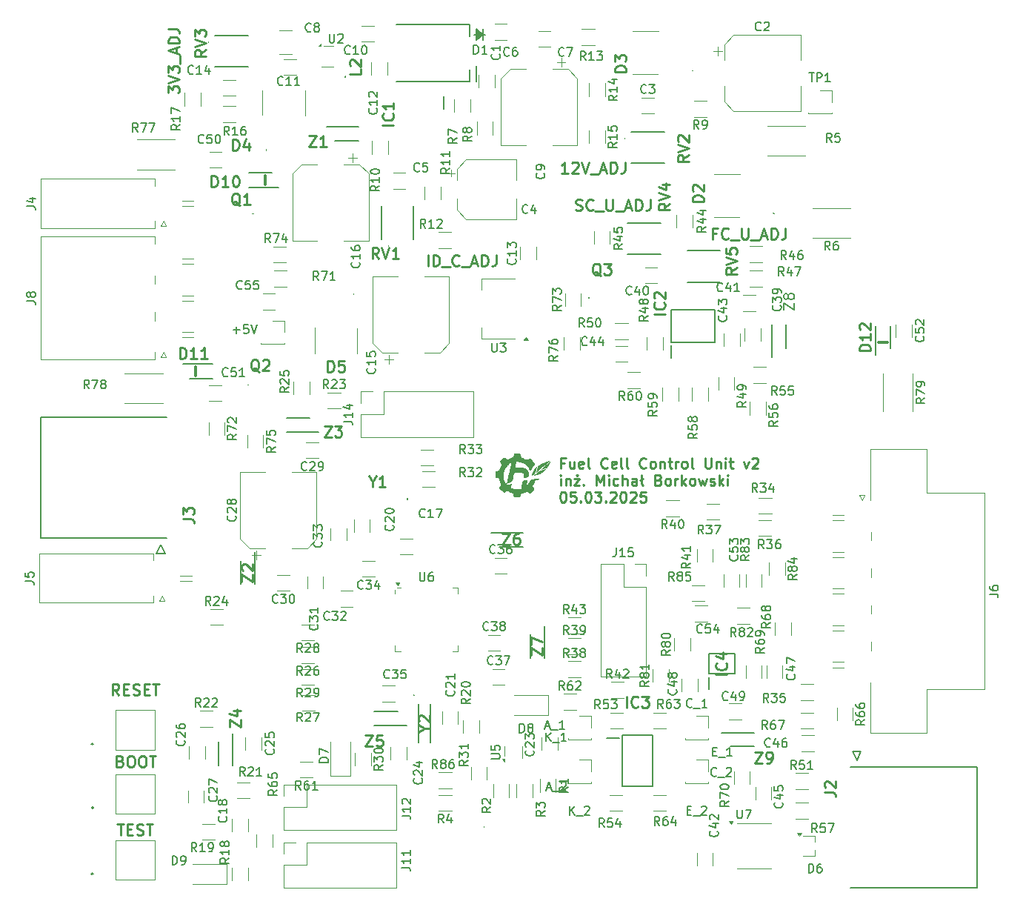
<source format=gbr>
%TF.GenerationSoftware,KiCad,Pcbnew,9.0.0*%
%TF.CreationDate,2025-03-25T01:25:05+01:00*%
%TF.ProjectId,FCCU-v2-schematic-pcb,46434355-2d76-4322-9d73-6368656d6174,rev?*%
%TF.SameCoordinates,Original*%
%TF.FileFunction,Legend,Top*%
%TF.FilePolarity,Positive*%
%FSLAX46Y46*%
G04 Gerber Fmt 4.6, Leading zero omitted, Abs format (unit mm)*
G04 Created by KiCad (PCBNEW 9.0.0) date 2025-03-25 01:25:05*
%MOMM*%
%LPD*%
G01*
G04 APERTURE LIST*
%ADD10C,0.000000*%
%ADD11C,0.254000*%
%ADD12C,0.240000*%
%ADD13C,0.150000*%
%ADD14C,0.200000*%
%ADD15C,0.120000*%
%ADD16C,0.100000*%
%ADD17C,0.022000*%
%ADD18C,0.127000*%
%ADD19C,0.300000*%
%ADD20C,0.152400*%
G04 APERTURE END LIST*
D10*
G36*
X145241308Y-65982242D02*
G01*
X145211801Y-66057478D01*
X145175819Y-66140702D01*
X145132905Y-66230747D01*
X145082600Y-66326448D01*
X145054531Y-66376055D01*
X145024443Y-66426638D01*
X144992277Y-66478053D01*
X144957977Y-66530153D01*
X144921484Y-66582792D01*
X144882742Y-66635825D01*
X144830823Y-66642254D01*
X144779137Y-66649955D01*
X144727817Y-66658809D01*
X144676995Y-66668699D01*
X144626807Y-66679507D01*
X144577384Y-66691114D01*
X144481369Y-66716258D01*
X144390018Y-66743187D01*
X144304396Y-66770960D01*
X144225571Y-66798634D01*
X144154609Y-66825266D01*
X144430619Y-66593028D01*
X144713276Y-66358012D01*
X144994148Y-66129346D01*
X145131279Y-66020247D01*
X145264800Y-65916158D01*
X145241308Y-65982242D01*
G37*
G36*
X143741137Y-66515794D02*
G01*
X143726185Y-66591521D01*
X143709107Y-66665633D01*
X143690363Y-66737606D01*
X143670417Y-66806920D01*
X143649729Y-66873050D01*
X143628762Y-66935476D01*
X143607979Y-66993673D01*
X143587840Y-67047121D01*
X143568808Y-67095296D01*
X143535913Y-67173739D01*
X143503733Y-67244366D01*
X143503733Y-67243308D01*
X143503174Y-67244510D01*
X143502685Y-67245736D01*
X143502261Y-67246984D01*
X143501898Y-67248252D01*
X143501590Y-67249539D01*
X143501333Y-67250842D01*
X143501123Y-67252161D01*
X143500955Y-67253494D01*
X143500824Y-67254840D01*
X143500726Y-67256196D01*
X143500608Y-67258935D01*
X143500565Y-67261698D01*
X143500558Y-67264475D01*
X143422886Y-67328653D01*
X143349084Y-67388961D01*
X143279846Y-67444705D01*
X143215866Y-67495191D01*
X143208016Y-67484562D01*
X143201136Y-67472966D01*
X143195230Y-67460477D01*
X143190301Y-67447169D01*
X143186351Y-67433117D01*
X143183384Y-67418396D01*
X143181404Y-67403079D01*
X143180412Y-67387241D01*
X143180412Y-67370957D01*
X143181408Y-67354300D01*
X143183402Y-67337346D01*
X143186398Y-67320169D01*
X143190398Y-67302843D01*
X143195406Y-67285443D01*
X143201425Y-67268042D01*
X143208458Y-67250716D01*
X143304783Y-67027143D01*
X143329201Y-66973172D01*
X143354589Y-66920020D01*
X143381362Y-66867711D01*
X143409938Y-66816270D01*
X143440735Y-66765722D01*
X143474168Y-66716092D01*
X143510655Y-66667405D01*
X143550614Y-66619685D01*
X143594461Y-66572957D01*
X143642612Y-66527246D01*
X143695486Y-66482577D01*
X143723824Y-66460641D01*
X143753499Y-66438974D01*
X143741137Y-66515794D01*
G37*
G36*
X145309514Y-65769579D02*
G01*
X145308522Y-65773911D01*
X145307133Y-65779633D01*
X145148346Y-65901436D01*
X144983581Y-66031351D01*
X144643558Y-66307477D01*
X144301948Y-66591937D01*
X143973633Y-66868658D01*
X143639200Y-67150174D01*
X143666998Y-67081815D01*
X143697077Y-67002355D01*
X143728050Y-66913296D01*
X143758527Y-66816138D01*
X143787118Y-66712382D01*
X143812436Y-66603529D01*
X143823432Y-66547660D01*
X143833090Y-66491079D01*
X143841234Y-66433974D01*
X143847691Y-66376533D01*
X143972076Y-66300958D01*
X144098626Y-66230574D01*
X144225936Y-66165337D01*
X144352599Y-66105203D01*
X144477210Y-66050129D01*
X144598362Y-66000072D01*
X144714649Y-65954989D01*
X144824665Y-65914835D01*
X144927005Y-65879568D01*
X145020261Y-65849144D01*
X145173899Y-65802652D01*
X145310308Y-65765875D01*
X145309514Y-65769579D01*
G37*
G36*
X144752265Y-66797789D02*
G01*
X144693333Y-66862027D01*
X144630681Y-66925645D01*
X144597921Y-66957139D01*
X144564184Y-66988382D01*
X144529455Y-67019339D01*
X144493718Y-67049978D01*
X144456958Y-67080267D01*
X144419159Y-67110173D01*
X144380306Y-67139663D01*
X144340384Y-67168706D01*
X144299376Y-67197268D01*
X144257268Y-67225316D01*
X144207654Y-67256180D01*
X144158266Y-67283905D01*
X144108855Y-67308827D01*
X144059177Y-67331282D01*
X144008984Y-67351603D01*
X143958030Y-67370126D01*
X143906068Y-67387185D01*
X143852851Y-67403116D01*
X143741670Y-67432931D01*
X143622515Y-67462251D01*
X143493413Y-67493753D01*
X143352392Y-67530116D01*
X143349031Y-67531060D01*
X143345697Y-67531909D01*
X143342390Y-67532667D01*
X143339113Y-67533341D01*
X143335867Y-67533934D01*
X143332654Y-67534451D01*
X143326331Y-67535276D01*
X143320156Y-67535852D01*
X143314143Y-67536218D01*
X143308304Y-67536411D01*
X143302650Y-67536466D01*
X143424012Y-67438289D01*
X143572658Y-67315407D01*
X143964109Y-66987191D01*
X143965475Y-66987632D01*
X143967102Y-66988134D01*
X143970591Y-66989176D01*
X143974692Y-66990366D01*
X143975751Y-66990366D01*
X143976929Y-66990353D01*
X143978086Y-66990314D01*
X143979225Y-66990247D01*
X143980347Y-66990151D01*
X143981458Y-66990024D01*
X143982559Y-66989864D01*
X143983654Y-66989670D01*
X143984746Y-66989440D01*
X143985838Y-66989173D01*
X143986933Y-66988867D01*
X143988034Y-66988521D01*
X143989145Y-66988133D01*
X143990268Y-66987702D01*
X143991406Y-66987226D01*
X143992563Y-66986703D01*
X143993741Y-66986133D01*
X144065246Y-66954945D01*
X144144654Y-66922471D01*
X144247477Y-66883474D01*
X144369450Y-66841501D01*
X144506306Y-66800097D01*
X144578982Y-66780718D01*
X144653778Y-66762812D01*
X144730162Y-66746822D01*
X144807600Y-66733191D01*
X144752265Y-66797789D01*
G37*
G36*
X141782884Y-64984828D02*
G01*
X141789685Y-64985350D01*
X141796391Y-64986313D01*
X141802994Y-64987706D01*
X141809485Y-64989516D01*
X141815855Y-64991733D01*
X141822098Y-64994344D01*
X141828203Y-64997338D01*
X141834163Y-65000703D01*
X141839970Y-65004428D01*
X141845615Y-65008501D01*
X141851090Y-65012910D01*
X141856386Y-65017645D01*
X141861496Y-65022692D01*
X141866410Y-65028041D01*
X141875620Y-65039597D01*
X141883950Y-65052219D01*
X141891332Y-65065815D01*
X141897700Y-65080292D01*
X141902988Y-65095556D01*
X141907129Y-65111515D01*
X141910055Y-65128075D01*
X141911702Y-65145144D01*
X141912001Y-65162628D01*
X141928934Y-65317144D01*
X141930716Y-65328735D01*
X141933270Y-65340064D01*
X141936575Y-65351096D01*
X141940608Y-65361793D01*
X141945349Y-65372118D01*
X141950774Y-65382034D01*
X141956863Y-65391503D01*
X141963594Y-65400488D01*
X141967193Y-65404788D01*
X141970945Y-65408953D01*
X141974846Y-65412978D01*
X141978895Y-65416859D01*
X141983087Y-65420592D01*
X141987421Y-65424171D01*
X141991893Y-65427591D01*
X141996502Y-65430849D01*
X142001244Y-65433940D01*
X142006116Y-65436858D01*
X142011116Y-65439600D01*
X142016242Y-65442160D01*
X142021490Y-65444534D01*
X142026858Y-65446718D01*
X142032343Y-65448706D01*
X142037942Y-65450494D01*
X142103069Y-65471421D01*
X142167439Y-65494481D01*
X142230990Y-65519625D01*
X142293662Y-65546803D01*
X142355390Y-65575965D01*
X142416114Y-65607061D01*
X142475771Y-65640043D01*
X142534300Y-65674861D01*
X142544388Y-65680766D01*
X142554774Y-65685787D01*
X142565412Y-65689934D01*
X142576253Y-65693216D01*
X142587249Y-65695643D01*
X142598352Y-65697222D01*
X142609514Y-65697965D01*
X142620687Y-65697880D01*
X142631822Y-65696976D01*
X142642872Y-65695263D01*
X142653789Y-65692750D01*
X142664525Y-65689446D01*
X142675031Y-65685361D01*
X142685259Y-65680504D01*
X142695162Y-65674884D01*
X142704692Y-65668511D01*
X142832750Y-65578553D01*
X142839281Y-65572662D01*
X142845965Y-65567095D01*
X142852789Y-65561853D01*
X142859740Y-65556937D01*
X142866802Y-65552350D01*
X142873964Y-65548092D01*
X142881210Y-65544164D01*
X142888528Y-65540568D01*
X142895902Y-65537306D01*
X142903321Y-65534378D01*
X142910769Y-65531787D01*
X142918233Y-65529532D01*
X142925700Y-65527617D01*
X142933155Y-65526041D01*
X142940585Y-65524807D01*
X142947976Y-65523916D01*
X142955314Y-65523369D01*
X142962586Y-65523168D01*
X142969778Y-65523313D01*
X142976876Y-65523807D01*
X142983865Y-65524650D01*
X142990734Y-65525844D01*
X142997467Y-65527391D01*
X143004051Y-65529291D01*
X143010472Y-65531546D01*
X143016717Y-65534157D01*
X143022772Y-65537127D01*
X143028622Y-65540455D01*
X143034255Y-65544144D01*
X143039656Y-65548194D01*
X143044812Y-65552608D01*
X143049708Y-65557386D01*
X143255025Y-65775403D01*
X143505850Y-66041044D01*
X143515604Y-66052509D01*
X143523493Y-66064264D01*
X143529606Y-66076283D01*
X143534032Y-66088539D01*
X143536860Y-66101007D01*
X143538178Y-66113661D01*
X143538076Y-66126474D01*
X143536641Y-66139420D01*
X143533963Y-66152473D01*
X143530130Y-66165606D01*
X143525232Y-66178795D01*
X143519356Y-66192012D01*
X143512592Y-66205231D01*
X143505029Y-66218426D01*
X143487859Y-66244641D01*
X143468555Y-66270446D01*
X143447828Y-66295633D01*
X143426388Y-66319992D01*
X143404945Y-66343314D01*
X143364889Y-66386009D01*
X143347697Y-66404964D01*
X143333342Y-66422044D01*
X143294946Y-66472662D01*
X143258151Y-66524372D01*
X143222670Y-66576974D01*
X143188218Y-66630271D01*
X143121262Y-66738155D01*
X143055001Y-66846436D01*
X143050575Y-66854316D01*
X143045989Y-66862046D01*
X143043615Y-66865840D01*
X143041179Y-66869578D01*
X143038670Y-66873255D01*
X143036083Y-66876863D01*
X143033409Y-66880396D01*
X143030641Y-66883849D01*
X143027770Y-66887216D01*
X143024789Y-66890489D01*
X143021690Y-66893663D01*
X143018465Y-66896731D01*
X143015108Y-66899688D01*
X143011609Y-66902527D01*
X143007965Y-66905217D01*
X143004186Y-66907720D01*
X143000286Y-66910025D01*
X142996280Y-66912119D01*
X142992180Y-66913989D01*
X142988001Y-66915624D01*
X142983757Y-66917011D01*
X142979462Y-66918138D01*
X142975130Y-66918992D01*
X142970774Y-66919560D01*
X142966409Y-66919831D01*
X142962049Y-66919792D01*
X142957708Y-66919430D01*
X142953399Y-66918733D01*
X142949136Y-66917689D01*
X142944934Y-66916286D01*
X142942590Y-66915238D01*
X142940318Y-66914084D01*
X142938117Y-66912825D01*
X142935985Y-66911467D01*
X142933921Y-66910014D01*
X142931923Y-66908470D01*
X142928116Y-66905124D01*
X142924551Y-66901461D01*
X142921214Y-66897515D01*
X142918091Y-66893317D01*
X142915168Y-66888901D01*
X142912431Y-66884299D01*
X142909866Y-66879544D01*
X142907459Y-66874667D01*
X142905197Y-66869702D01*
X142903064Y-66864682D01*
X142901048Y-66859638D01*
X142897309Y-66849611D01*
X142855637Y-66721817D01*
X142844196Y-66689683D01*
X142838091Y-66673843D01*
X142831675Y-66658218D01*
X142824906Y-66642853D01*
X142817741Y-66627795D01*
X142810140Y-66613090D01*
X142802059Y-66598786D01*
X142793495Y-66584759D01*
X142784497Y-66570858D01*
X142775102Y-66557084D01*
X142765348Y-66543438D01*
X142755271Y-66529923D01*
X142744909Y-66516540D01*
X142723477Y-66490174D01*
X142701352Y-66464355D01*
X142678829Y-66439093D01*
X142633784Y-66390294D01*
X142574702Y-66331877D01*
X142512315Y-66277619D01*
X142446865Y-66227434D01*
X142378593Y-66181240D01*
X142307742Y-66138953D01*
X142234552Y-66100488D01*
X142159267Y-66065763D01*
X142082128Y-66034694D01*
X142003376Y-66007196D01*
X141923254Y-65983187D01*
X141842003Y-65962582D01*
X141759865Y-65945298D01*
X141677083Y-65931251D01*
X141593897Y-65920357D01*
X141510550Y-65912532D01*
X141427284Y-65907694D01*
X141424463Y-65907704D01*
X141421579Y-65907777D01*
X141420126Y-65907855D01*
X141418671Y-65907973D01*
X141417219Y-65908137D01*
X141415775Y-65908355D01*
X141414343Y-65908636D01*
X141412928Y-65908986D01*
X141411535Y-65909414D01*
X141410169Y-65909926D01*
X141408833Y-65910532D01*
X141407533Y-65911239D01*
X141406274Y-65912054D01*
X141405660Y-65912505D01*
X141405059Y-65912986D01*
X141404290Y-65914002D01*
X141403569Y-65915063D01*
X141402894Y-65916164D01*
X141402264Y-65917302D01*
X141401678Y-65918470D01*
X141401134Y-65919664D01*
X141400630Y-65920880D01*
X141400164Y-65922114D01*
X141399736Y-65923359D01*
X141399344Y-65924613D01*
X141398985Y-65925869D01*
X141398659Y-65927124D01*
X141398099Y-65929611D01*
X141397651Y-65932036D01*
X141292876Y-66497186D01*
X141290976Y-66507238D01*
X141290129Y-66512341D01*
X141289386Y-66517476D01*
X141288774Y-66522630D01*
X141288318Y-66527788D01*
X141288045Y-66532938D01*
X141287981Y-66538064D01*
X141288153Y-66543153D01*
X141288587Y-66548190D01*
X141289309Y-66553163D01*
X141290346Y-66558056D01*
X141291724Y-66562857D01*
X141293469Y-66567550D01*
X141295608Y-66572123D01*
X141296833Y-66574360D01*
X141298167Y-66576561D01*
X141300120Y-66579451D01*
X141302203Y-66582173D01*
X141304412Y-66584732D01*
X141306741Y-66587132D01*
X141309185Y-66589378D01*
X141311739Y-66591476D01*
X141314396Y-66593431D01*
X141317151Y-66595247D01*
X141322936Y-66598484D01*
X141329049Y-66601229D01*
X141335448Y-66603521D01*
X141342088Y-66605400D01*
X141348927Y-66606907D01*
X141355921Y-66608083D01*
X141363026Y-66608967D01*
X141370200Y-66609600D01*
X141377399Y-66610023D01*
X141384579Y-66610274D01*
X141398709Y-66610427D01*
X141872842Y-66605136D01*
X141936020Y-66604487D01*
X141999247Y-66604507D01*
X142062375Y-66605768D01*
X142125255Y-66608840D01*
X142156555Y-66611233D01*
X142187738Y-66614293D01*
X142218784Y-66618091D01*
X142249675Y-66622697D01*
X142280392Y-66628185D01*
X142310918Y-66634624D01*
X142341232Y-66642087D01*
X142371317Y-66650644D01*
X142400362Y-66660194D01*
X142428552Y-66670959D01*
X142455878Y-66682903D01*
X142482328Y-66695987D01*
X142507893Y-66710175D01*
X142532561Y-66725430D01*
X142556321Y-66741715D01*
X142579164Y-66758991D01*
X142601078Y-66777222D01*
X142622052Y-66796372D01*
X142642077Y-66816401D01*
X142661141Y-66837275D01*
X142696345Y-66881402D01*
X142727578Y-66928457D01*
X142754756Y-66978140D01*
X142777793Y-67030156D01*
X142796604Y-67084205D01*
X142811104Y-67139991D01*
X142821207Y-67197215D01*
X142826828Y-67255581D01*
X142827882Y-67314789D01*
X142824283Y-67374544D01*
X142818042Y-67426077D01*
X142809678Y-67472537D01*
X142798652Y-67514231D01*
X142784431Y-67551468D01*
X142775953Y-67568511D01*
X142766476Y-67584556D01*
X142755931Y-67599641D01*
X142744251Y-67613804D01*
X142731370Y-67627084D01*
X142717221Y-67639521D01*
X142701736Y-67651151D01*
X142684848Y-67662014D01*
X142666491Y-67672148D01*
X142646597Y-67681593D01*
X142601930Y-67698566D01*
X142550312Y-67713241D01*
X142491206Y-67725927D01*
X142424076Y-67736933D01*
X142348385Y-67746567D01*
X142263597Y-67755137D01*
X142169176Y-67762953D01*
X142186903Y-67688208D01*
X142193881Y-67657433D01*
X142196986Y-67642871D01*
X142199867Y-67628544D01*
X142211604Y-67562731D01*
X142220042Y-67503578D01*
X142224907Y-67450750D01*
X142225916Y-67426604D01*
X142225929Y-67403913D01*
X142224912Y-67382636D01*
X142222832Y-67362731D01*
X142219655Y-67344156D01*
X142215345Y-67326869D01*
X142209870Y-67310829D01*
X142203195Y-67295994D01*
X142195286Y-67282321D01*
X142186109Y-67269769D01*
X142175629Y-67258296D01*
X142163813Y-67247860D01*
X142150627Y-67238420D01*
X142136036Y-67229933D01*
X142120007Y-67222357D01*
X142102505Y-67215651D01*
X142083495Y-67209773D01*
X142062945Y-67204681D01*
X142040820Y-67200334D01*
X142017085Y-67196688D01*
X141964652Y-67191336D01*
X141905373Y-67188292D01*
X141838975Y-67187219D01*
X141505600Y-67187219D01*
X141465167Y-67186287D01*
X141420454Y-67184523D01*
X141373236Y-67183480D01*
X141349242Y-67183712D01*
X141325287Y-67184705D01*
X141301592Y-67186654D01*
X141278379Y-67189751D01*
X141255870Y-67194191D01*
X141234287Y-67200167D01*
X141223911Y-67203792D01*
X141213850Y-67207873D01*
X141204132Y-67212436D01*
X141194783Y-67217503D01*
X141185832Y-67223100D01*
X141177306Y-67229251D01*
X141169234Y-67235980D01*
X141161642Y-67243311D01*
X141155349Y-67250274D01*
X141149544Y-67257644D01*
X141144194Y-67265379D01*
X141139268Y-67273440D01*
X141134733Y-67281786D01*
X141130556Y-67290377D01*
X141126704Y-67299173D01*
X141123145Y-67308133D01*
X141119847Y-67317218D01*
X141116777Y-67326385D01*
X141111189Y-67344811D01*
X141101317Y-67380894D01*
X141062026Y-67532500D01*
X141053227Y-67570650D01*
X141045506Y-67608898D01*
X141039200Y-67647247D01*
X141036681Y-67666458D01*
X141034642Y-67685694D01*
X141033102Y-67708318D01*
X141032244Y-67730954D01*
X141031335Y-67776313D01*
X141030663Y-67799061D01*
X141029433Y-67821872D01*
X141028512Y-67833304D01*
X141027335Y-67844756D01*
X141025864Y-67856230D01*
X141024059Y-67867727D01*
X141019783Y-67889296D01*
X141014710Y-67910349D01*
X141008859Y-67930890D01*
X141002251Y-67950926D01*
X140994907Y-67970462D01*
X140986847Y-67989501D01*
X140978092Y-68008050D01*
X140968662Y-68026114D01*
X140958577Y-68043696D01*
X140947859Y-68060803D01*
X140924604Y-68093611D01*
X140899061Y-68124577D01*
X140871394Y-68153742D01*
X140841768Y-68181145D01*
X140810346Y-68206828D01*
X140777293Y-68230830D01*
X140742774Y-68253192D01*
X140706952Y-68273954D01*
X140669993Y-68293157D01*
X140632060Y-68310840D01*
X140593317Y-68327044D01*
X140578784Y-68332584D01*
X140564164Y-68337731D01*
X140534712Y-68347053D01*
X140505062Y-68355433D01*
X140475313Y-68363292D01*
X140445564Y-68371052D01*
X140415914Y-68379134D01*
X140386463Y-68387960D01*
X140371842Y-68392784D01*
X140357309Y-68397952D01*
X140345138Y-68401474D01*
X140336547Y-68404035D01*
X140331995Y-68405499D01*
X140327411Y-68407080D01*
X140322902Y-68408772D01*
X140318572Y-68410571D01*
X140314528Y-68412473D01*
X140310874Y-68414472D01*
X140309227Y-68415506D01*
X140307717Y-68416564D01*
X140306357Y-68417643D01*
X140305161Y-68418744D01*
X140304142Y-68419866D01*
X140303312Y-68421009D01*
X140302686Y-68422171D01*
X140302276Y-68423352D01*
X140555217Y-67222143D01*
X140587497Y-67072306D01*
X140620569Y-66922767D01*
X140687509Y-66624185D01*
X140704145Y-66550217D01*
X140722169Y-66476150D01*
X140741385Y-66402282D01*
X140761592Y-66328910D01*
X140778096Y-66276903D01*
X140786856Y-66247743D01*
X140790853Y-66232759D01*
X140794400Y-66217652D01*
X140797353Y-66202534D01*
X140799564Y-66187513D01*
X140800888Y-66172699D01*
X140801180Y-66158204D01*
X140800294Y-66144136D01*
X140799364Y-66137297D01*
X140798084Y-66130607D01*
X140796437Y-66124078D01*
X140794404Y-66117725D01*
X140791968Y-66111561D01*
X140789109Y-66105601D01*
X140779589Y-66091678D01*
X140767803Y-66082283D01*
X140753910Y-66077164D01*
X140738069Y-66076069D01*
X140720439Y-66078745D01*
X140701179Y-66084940D01*
X140680448Y-66094400D01*
X140658405Y-66106875D01*
X140635208Y-66122110D01*
X140611016Y-66139854D01*
X140560285Y-66181857D01*
X140507484Y-66230865D01*
X140453882Y-66284857D01*
X140400751Y-66341813D01*
X140349363Y-66399713D01*
X140256899Y-66510265D01*
X140186661Y-66600354D01*
X140148817Y-66653818D01*
X140121203Y-66700937D01*
X140095134Y-66748988D01*
X140070643Y-66797909D01*
X140047763Y-66847642D01*
X140026526Y-66898125D01*
X140006965Y-66949298D01*
X139989113Y-67001100D01*
X139973001Y-67053471D01*
X139958664Y-67106351D01*
X139946132Y-67159679D01*
X139935439Y-67213394D01*
X139926617Y-67267436D01*
X139919699Y-67321745D01*
X139914717Y-67376261D01*
X139911704Y-67430922D01*
X139910692Y-67485668D01*
X139911212Y-67525947D01*
X139912769Y-67566201D01*
X139915359Y-67606405D01*
X139918977Y-67646535D01*
X139923618Y-67686565D01*
X139929277Y-67726472D01*
X139935950Y-67766230D01*
X139943633Y-67805814D01*
X139952320Y-67845200D01*
X139962007Y-67884362D01*
X139972689Y-67923277D01*
X139984362Y-67961918D01*
X139997021Y-68000262D01*
X140010661Y-68038283D01*
X140025278Y-68075958D01*
X140040867Y-68113260D01*
X140051649Y-68137301D01*
X140062929Y-68161025D01*
X140074658Y-68184465D01*
X140086789Y-68207650D01*
X140112063Y-68253381D01*
X140138366Y-68298468D01*
X140192523Y-68387699D01*
X140219607Y-68432339D01*
X140246184Y-68477326D01*
X140250674Y-68485034D01*
X140255413Y-68492657D01*
X140260404Y-68500159D01*
X140265647Y-68507505D01*
X140271145Y-68514658D01*
X140276898Y-68521584D01*
X140282909Y-68528245D01*
X140289179Y-68534608D01*
X140295709Y-68540636D01*
X140302501Y-68546293D01*
X140309556Y-68551544D01*
X140316877Y-68556354D01*
X140324465Y-68560685D01*
X140332320Y-68564504D01*
X140340445Y-68567774D01*
X140344610Y-68569192D01*
X140348842Y-68570459D01*
X140354037Y-68571714D01*
X140359297Y-68572708D01*
X140364613Y-68573455D01*
X140369976Y-68573965D01*
X140375376Y-68574252D01*
X140380803Y-68574329D01*
X140386249Y-68574207D01*
X140391705Y-68573899D01*
X140397160Y-68573417D01*
X140402606Y-68572774D01*
X140408034Y-68571983D01*
X140413434Y-68571054D01*
X140418796Y-68570002D01*
X140424112Y-68568839D01*
X140434567Y-68566226D01*
X140455694Y-68560176D01*
X140476632Y-68553596D01*
X140518076Y-68539205D01*
X140600196Y-68508018D01*
X140641417Y-68492659D01*
X140683110Y-68478417D01*
X140704218Y-68471939D01*
X140725547Y-68466011D01*
X140747129Y-68460720D01*
X140769001Y-68456159D01*
X140804190Y-68449544D01*
X140813732Y-68447395D01*
X140818478Y-68446177D01*
X140823174Y-68444848D01*
X140827796Y-68443395D01*
X140832319Y-68441805D01*
X140836717Y-68440067D01*
X140840967Y-68438167D01*
X140842530Y-68437519D01*
X140844042Y-68436963D01*
X140845503Y-68436498D01*
X140846912Y-68436123D01*
X140848268Y-68435837D01*
X140849571Y-68435640D01*
X140850820Y-68435529D01*
X140852014Y-68435505D01*
X140853151Y-68435566D01*
X140854233Y-68435712D01*
X140855256Y-68435940D01*
X140856222Y-68436251D01*
X140857129Y-68436644D01*
X140857976Y-68437117D01*
X140858763Y-68437669D01*
X140859488Y-68438300D01*
X140860152Y-68439008D01*
X140860752Y-68439793D01*
X140861289Y-68440654D01*
X140861762Y-68441589D01*
X140862170Y-68442597D01*
X140862511Y-68443679D01*
X140862786Y-68444832D01*
X140862994Y-68446056D01*
X140863133Y-68447349D01*
X140863204Y-68448712D01*
X140863204Y-68450142D01*
X140863135Y-68451639D01*
X140862993Y-68453202D01*
X140862780Y-68454830D01*
X140862494Y-68456521D01*
X140862134Y-68458276D01*
X140856807Y-68484956D01*
X140851865Y-68511771D01*
X140842687Y-68565564D01*
X140833708Y-68619159D01*
X140829014Y-68645727D01*
X140824034Y-68672059D01*
X140817130Y-68704115D01*
X140809879Y-68734435D01*
X140802231Y-68763067D01*
X140794136Y-68790063D01*
X140789906Y-68802963D01*
X140785545Y-68815471D01*
X140781049Y-68827596D01*
X140776409Y-68839342D01*
X140771621Y-68850716D01*
X140766677Y-68861724D01*
X140761573Y-68872372D01*
X140756301Y-68882667D01*
X140797721Y-68903710D01*
X140839816Y-68923564D01*
X140882565Y-68942205D01*
X140925948Y-68959611D01*
X140969945Y-68975758D01*
X141014536Y-68990623D01*
X141059700Y-69004183D01*
X141105418Y-69016414D01*
X141151669Y-69027293D01*
X141198434Y-69036797D01*
X141245691Y-69044903D01*
X141293421Y-69051587D01*
X141341604Y-69056826D01*
X141390219Y-69060597D01*
X141439247Y-69062877D01*
X141488667Y-69063642D01*
X141517415Y-69063324D01*
X141546113Y-69062391D01*
X141603347Y-69058797D01*
X141660359Y-69053094D01*
X141717135Y-69045518D01*
X141773662Y-69036306D01*
X141829930Y-69025691D01*
X141885924Y-69013911D01*
X141941633Y-69001201D01*
X141943614Y-69000798D01*
X141945569Y-69000358D01*
X141946530Y-69000112D01*
X141947475Y-68999843D01*
X141948402Y-68999546D01*
X141949307Y-68999217D01*
X141950187Y-68998850D01*
X141951039Y-68998442D01*
X141951860Y-68997987D01*
X141952647Y-68997481D01*
X141953027Y-68997207D01*
X141953397Y-68996919D01*
X141953757Y-68996615D01*
X141954106Y-68996296D01*
X141954445Y-68995961D01*
X141954772Y-68995609D01*
X141955088Y-68995239D01*
X141955392Y-68994851D01*
X141955951Y-68994022D01*
X141956440Y-68993125D01*
X141956864Y-68992170D01*
X141957227Y-68991164D01*
X141957535Y-68990114D01*
X141957792Y-68989028D01*
X141958002Y-68987915D01*
X141958170Y-68986781D01*
X141958301Y-68985635D01*
X141958399Y-68984485D01*
X141958517Y-68982201D01*
X141958561Y-68979991D01*
X141958567Y-68977917D01*
X141954813Y-68910316D01*
X141953563Y-68876863D01*
X141953143Y-68843509D01*
X141953864Y-68810155D01*
X141954750Y-68793447D01*
X141956037Y-68776702D01*
X141957764Y-68759907D01*
X141959970Y-68743050D01*
X141962694Y-68726119D01*
X141965975Y-68709101D01*
X141992830Y-68581571D01*
X142018892Y-68454042D01*
X142034132Y-68382245D01*
X142049284Y-68318513D01*
X142064929Y-68262328D01*
X142081648Y-68213172D01*
X142090592Y-68191068D01*
X142100023Y-68170527D01*
X142110012Y-68151484D01*
X142120634Y-68133875D01*
X142131961Y-68117635D01*
X142144065Y-68102700D01*
X142157019Y-68089003D01*
X142170895Y-68076482D01*
X142185767Y-68065070D01*
X142201706Y-68054704D01*
X142218786Y-68045318D01*
X142237080Y-68036848D01*
X142256660Y-68029229D01*
X142277598Y-68022396D01*
X142299967Y-68016286D01*
X142323841Y-68010832D01*
X142376390Y-68001636D01*
X142435828Y-67994291D01*
X142502734Y-67988280D01*
X142577692Y-67983084D01*
X142588628Y-67982463D01*
X142598830Y-67982183D01*
X142608320Y-67982239D01*
X142617119Y-67982625D01*
X142625250Y-67983335D01*
X142632735Y-67984363D01*
X142639596Y-67985703D01*
X142645855Y-67987350D01*
X142651535Y-67989298D01*
X142656656Y-67991540D01*
X142661242Y-67994072D01*
X142665315Y-67996887D01*
X142668895Y-67999980D01*
X142672007Y-68003344D01*
X142674672Y-68006975D01*
X142676911Y-68010865D01*
X142678747Y-68015009D01*
X142680202Y-68019402D01*
X142681298Y-68024038D01*
X142682058Y-68028910D01*
X142682502Y-68034014D01*
X142682655Y-68039342D01*
X142682169Y-68050652D01*
X142680779Y-68062792D01*
X142678659Y-68075717D01*
X142672942Y-68103734D01*
X142657703Y-68167922D01*
X142640530Y-68233263D01*
X142604944Y-68366068D01*
X142588812Y-68432861D01*
X142581661Y-68466208D01*
X142575310Y-68499468D01*
X142569902Y-68532597D01*
X142565579Y-68565553D01*
X142562483Y-68598296D01*
X142560758Y-68630784D01*
X142577506Y-68616606D01*
X142594327Y-68601894D01*
X142611100Y-68586712D01*
X142627698Y-68571120D01*
X142643999Y-68555181D01*
X142659878Y-68538957D01*
X142675212Y-68522509D01*
X142689875Y-68505900D01*
X142705252Y-68487148D01*
X142720418Y-68468197D01*
X142735361Y-68449048D01*
X142750068Y-68429700D01*
X142764527Y-68410154D01*
X142778725Y-68390409D01*
X142792651Y-68370466D01*
X142806292Y-68350325D01*
X142816229Y-68334971D01*
X142825815Y-68319474D01*
X142844011Y-68288065D01*
X142861042Y-68256135D01*
X142877068Y-68223721D01*
X142892250Y-68190861D01*
X142906750Y-68157592D01*
X142920730Y-68123951D01*
X142934350Y-68089975D01*
X142940444Y-68076017D01*
X142947198Y-68062896D01*
X142954584Y-68050581D01*
X142962573Y-68039040D01*
X142971138Y-68028243D01*
X142980249Y-68018158D01*
X142989879Y-68008754D01*
X143000000Y-68000000D01*
X143010582Y-67991864D01*
X143021598Y-67984316D01*
X143033019Y-67977324D01*
X143044818Y-67970856D01*
X143069433Y-67959372D01*
X143095217Y-67949613D01*
X143121943Y-67941330D01*
X143149386Y-67934274D01*
X143177319Y-67928194D01*
X143205515Y-67922841D01*
X143316408Y-67903708D01*
X143403919Y-67887817D01*
X143491827Y-67873413D01*
X143580132Y-67860399D01*
X143668834Y-67848675D01*
X143797686Y-67822613D01*
X143840503Y-67815757D01*
X143861882Y-67813156D01*
X143882849Y-67811319D01*
X143903108Y-67810406D01*
X143922366Y-67810577D01*
X143940329Y-67811991D01*
X143956700Y-67814808D01*
X143957758Y-67811638D01*
X143962679Y-67812926D01*
X143967321Y-67814405D01*
X143971686Y-67816067D01*
X143975775Y-67817903D01*
X143979587Y-67819906D01*
X143983124Y-67822068D01*
X143986387Y-67824380D01*
X143989376Y-67826835D01*
X143992092Y-67829425D01*
X143994536Y-67832142D01*
X143996709Y-67834978D01*
X143998611Y-67837925D01*
X144000244Y-67840975D01*
X144001608Y-67844120D01*
X144002703Y-67847352D01*
X144003531Y-67850664D01*
X144004092Y-67854047D01*
X144004388Y-67857493D01*
X144004418Y-67860995D01*
X144004184Y-67864544D01*
X144003687Y-67868133D01*
X144002926Y-67871754D01*
X144001904Y-67875398D01*
X144000621Y-67879057D01*
X143999077Y-67882725D01*
X143997273Y-67886392D01*
X143995211Y-67890051D01*
X143992890Y-67893694D01*
X143990312Y-67897313D01*
X143987477Y-67900900D01*
X143984387Y-67904447D01*
X143981042Y-67907946D01*
X143971544Y-67917098D01*
X143961712Y-67925891D01*
X143951562Y-67934315D01*
X143941106Y-67942359D01*
X143930358Y-67950012D01*
X143919334Y-67957264D01*
X143908045Y-67964104D01*
X143896507Y-67970520D01*
X143884733Y-67976503D01*
X143872738Y-67982040D01*
X143860535Y-67987121D01*
X143848138Y-67991736D01*
X143835561Y-67995874D01*
X143822819Y-67999523D01*
X143809924Y-68002673D01*
X143796892Y-68005313D01*
X143786141Y-68007144D01*
X143775328Y-68008703D01*
X143753566Y-68011200D01*
X143709844Y-68015102D01*
X143688082Y-68017302D01*
X143666518Y-68020196D01*
X143655842Y-68022027D01*
X143645252Y-68024181D01*
X143634762Y-68026707D01*
X143624383Y-68029654D01*
X143614223Y-68033123D01*
X143604565Y-68037160D01*
X143595393Y-68041741D01*
X143586689Y-68046838D01*
X143578433Y-68052426D01*
X143570610Y-68058478D01*
X143563200Y-68064969D01*
X143556187Y-68071872D01*
X143549552Y-68079161D01*
X143543277Y-68086810D01*
X143531738Y-68103083D01*
X143521426Y-68120481D01*
X143512200Y-68138795D01*
X143503916Y-68157817D01*
X143496433Y-68177336D01*
X143489606Y-68197143D01*
X143483294Y-68217029D01*
X143460342Y-68293180D01*
X143452953Y-68315342D01*
X143445087Y-68337376D01*
X143436762Y-68359276D01*
X143427996Y-68381038D01*
X143409219Y-68424130D01*
X143388904Y-68466614D01*
X143367200Y-68508453D01*
X143344256Y-68549611D01*
X143320220Y-68590049D01*
X143295242Y-68629730D01*
X143289337Y-68639817D01*
X143284316Y-68650204D01*
X143280169Y-68660842D01*
X143276887Y-68671683D01*
X143274460Y-68682679D01*
X143272881Y-68693782D01*
X143272138Y-68704944D01*
X143272223Y-68716116D01*
X143273127Y-68727252D01*
X143274840Y-68738302D01*
X143277353Y-68749219D01*
X143280657Y-68759955D01*
X143284742Y-68770461D01*
X143289599Y-68780689D01*
X143295218Y-68790592D01*
X143301591Y-68800122D01*
X143391550Y-68925005D01*
X143397537Y-68931632D01*
X143403194Y-68938406D01*
X143408520Y-68945315D01*
X143413514Y-68952344D01*
X143418175Y-68959480D01*
X143422501Y-68966709D01*
X143426492Y-68974018D01*
X143430146Y-68981394D01*
X143433462Y-68988822D01*
X143436439Y-68996290D01*
X143439075Y-69003783D01*
X143441370Y-69011288D01*
X143443323Y-69018791D01*
X143444931Y-69026279D01*
X143446195Y-69033739D01*
X143447112Y-69041156D01*
X143447683Y-69048518D01*
X143447905Y-69055810D01*
X143447777Y-69063020D01*
X143447298Y-69070132D01*
X143446468Y-69077135D01*
X143445285Y-69084014D01*
X143443747Y-69090756D01*
X143441854Y-69097347D01*
X143439604Y-69103774D01*
X143436997Y-69110023D01*
X143434030Y-69116080D01*
X143430704Y-69121933D01*
X143427016Y-69127567D01*
X143422966Y-69132968D01*
X143418553Y-69138124D01*
X143413775Y-69143021D01*
X143028541Y-69506029D01*
X143023266Y-69510693D01*
X143017768Y-69514962D01*
X143012060Y-69518840D01*
X143006153Y-69522328D01*
X143000062Y-69525429D01*
X142993797Y-69528147D01*
X142987373Y-69530482D01*
X142980801Y-69532438D01*
X142974094Y-69534018D01*
X142967265Y-69535223D01*
X142960326Y-69536056D01*
X142953290Y-69536521D01*
X142946170Y-69536618D01*
X142938978Y-69536352D01*
X142931726Y-69535724D01*
X142924428Y-69534737D01*
X142917096Y-69533393D01*
X142909742Y-69531696D01*
X142902379Y-69529646D01*
X142895020Y-69527248D01*
X142887677Y-69524503D01*
X142880363Y-69521415D01*
X142873091Y-69517984D01*
X142865872Y-69514215D01*
X142858721Y-69510110D01*
X142851648Y-69505670D01*
X142844668Y-69500900D01*
X142837791Y-69495800D01*
X142831032Y-69490374D01*
X142824403Y-69484624D01*
X142817916Y-69478553D01*
X142811583Y-69472163D01*
X142689875Y-69374797D01*
X142680706Y-69368014D01*
X142671091Y-69361960D01*
X142661084Y-69356644D01*
X142650733Y-69352075D01*
X142640091Y-69348263D01*
X142629209Y-69345217D01*
X142618137Y-69342946D01*
X142606928Y-69341459D01*
X142595632Y-69340766D01*
X142584300Y-69340876D01*
X142572984Y-69341799D01*
X142561734Y-69343543D01*
X142550602Y-69346118D01*
X142539639Y-69349533D01*
X142528896Y-69353798D01*
X142518425Y-69358922D01*
X142458003Y-69389814D01*
X142396601Y-69418932D01*
X142334232Y-69446190D01*
X142270907Y-69471501D01*
X142206640Y-69494779D01*
X142141443Y-69515935D01*
X142075329Y-69534884D01*
X142008308Y-69551538D01*
X141996990Y-69554720D01*
X141986071Y-69558686D01*
X141975580Y-69563402D01*
X141965545Y-69568835D01*
X141955994Y-69574950D01*
X141946954Y-69581713D01*
X141938453Y-69589090D01*
X141930521Y-69597046D01*
X141923183Y-69605549D01*
X141916469Y-69614563D01*
X141910406Y-69624054D01*
X141905021Y-69633989D01*
X141900344Y-69644333D01*
X141896402Y-69655052D01*
X141893222Y-69666113D01*
X141890833Y-69677480D01*
X141863317Y-69830938D01*
X141862850Y-69839903D01*
X141862050Y-69848734D01*
X141860926Y-69857420D01*
X141859486Y-69865951D01*
X141857739Y-69874318D01*
X141855691Y-69882509D01*
X141853353Y-69890514D01*
X141850732Y-69898324D01*
X141847837Y-69905927D01*
X141844676Y-69913314D01*
X141841256Y-69920474D01*
X141837588Y-69927397D01*
X141833678Y-69934072D01*
X141829536Y-69940491D01*
X141825169Y-69946641D01*
X141820586Y-69952513D01*
X141815796Y-69958097D01*
X141810806Y-69963383D01*
X141805625Y-69968359D01*
X141800261Y-69973017D01*
X141794723Y-69977344D01*
X141789019Y-69981333D01*
X141783156Y-69984971D01*
X141777145Y-69988249D01*
X141770993Y-69991156D01*
X141764707Y-69993683D01*
X141758298Y-69995819D01*
X141751772Y-69997553D01*
X141745138Y-69998876D01*
X141738406Y-69999776D01*
X141731582Y-70000245D01*
X141724675Y-70000271D01*
X141192333Y-69983337D01*
X141185532Y-69982815D01*
X141178826Y-69981852D01*
X141172223Y-69980459D01*
X141165732Y-69978649D01*
X141159362Y-69976433D01*
X141153120Y-69973822D01*
X141147014Y-69970828D01*
X141141054Y-69967462D01*
X141135247Y-69963737D01*
X141129602Y-69959664D01*
X141124127Y-69955255D01*
X141118831Y-69950521D01*
X141113721Y-69945473D01*
X141108807Y-69940124D01*
X141099597Y-69928569D01*
X141091267Y-69915946D01*
X141083885Y-69902350D01*
X141077517Y-69887873D01*
X141072229Y-69872609D01*
X141068088Y-69856650D01*
X141065162Y-69840090D01*
X141063516Y-69823021D01*
X141063217Y-69805537D01*
X141046283Y-69651021D01*
X141044501Y-69639430D01*
X141041947Y-69628101D01*
X141038642Y-69617069D01*
X141034609Y-69606372D01*
X141029868Y-69596047D01*
X141024443Y-69586131D01*
X141018354Y-69576662D01*
X141011623Y-69567676D01*
X141008024Y-69563377D01*
X141004272Y-69559212D01*
X141000371Y-69555186D01*
X140996323Y-69551305D01*
X140992130Y-69547573D01*
X140987797Y-69543994D01*
X140983324Y-69540573D01*
X140978715Y-69537315D01*
X140973974Y-69534225D01*
X140969101Y-69531307D01*
X140964101Y-69528565D01*
X140958975Y-69526005D01*
X140953727Y-69523630D01*
X140948359Y-69521447D01*
X140942874Y-69519458D01*
X140937275Y-69517670D01*
X140872149Y-69496743D01*
X140807778Y-69473683D01*
X140744227Y-69448539D01*
X140681556Y-69421362D01*
X140619827Y-69392200D01*
X140559103Y-69361103D01*
X140499446Y-69328121D01*
X140440917Y-69293303D01*
X140430830Y-69287398D01*
X140420443Y-69282377D01*
X140409805Y-69278230D01*
X140398964Y-69274948D01*
X140387968Y-69272522D01*
X140376865Y-69270942D01*
X140365703Y-69270200D01*
X140354531Y-69270285D01*
X140343395Y-69271189D01*
X140332345Y-69272902D01*
X140321428Y-69275415D01*
X140310692Y-69278718D01*
X140300186Y-69282803D01*
X140289958Y-69287660D01*
X140280055Y-69293280D01*
X140270525Y-69299653D01*
X140142467Y-69389612D01*
X140135936Y-69395502D01*
X140129252Y-69401069D01*
X140122428Y-69406311D01*
X140115478Y-69411227D01*
X140108415Y-69415814D01*
X140101253Y-69420072D01*
X140094007Y-69424000D01*
X140086690Y-69427596D01*
X140079315Y-69430858D01*
X140071897Y-69433786D01*
X140064448Y-69436377D01*
X140056984Y-69438632D01*
X140049517Y-69440547D01*
X140042062Y-69442123D01*
X140034632Y-69443357D01*
X140027241Y-69444248D01*
X140019903Y-69444795D01*
X140012631Y-69444996D01*
X140005439Y-69444851D01*
X139998342Y-69444357D01*
X139991352Y-69443514D01*
X139984483Y-69442320D01*
X139977750Y-69440773D01*
X139971166Y-69438873D01*
X139964745Y-69436618D01*
X139958500Y-69434007D01*
X139952445Y-69431037D01*
X139946595Y-69427709D01*
X139940962Y-69424020D01*
X139935561Y-69419970D01*
X139930405Y-69415556D01*
X139925509Y-69410778D01*
X139720192Y-69192762D01*
X139469367Y-68927119D01*
X139464800Y-68922036D01*
X139460621Y-68916719D01*
X139456828Y-68911179D01*
X139453418Y-68905430D01*
X139450390Y-68899485D01*
X139447741Y-68893356D01*
X139445469Y-68887058D01*
X139443571Y-68880602D01*
X139442045Y-68874003D01*
X139440889Y-68867272D01*
X139440100Y-68860423D01*
X139439676Y-68853468D01*
X139439615Y-68846422D01*
X139439915Y-68839296D01*
X139440573Y-68832103D01*
X139441586Y-68824858D01*
X139442953Y-68817572D01*
X139444671Y-68810259D01*
X139446738Y-68802932D01*
X139449152Y-68795603D01*
X139451909Y-68788286D01*
X139455009Y-68780993D01*
X139458448Y-68773738D01*
X139462224Y-68766534D01*
X139466335Y-68759393D01*
X139470778Y-68752329D01*
X139475552Y-68745354D01*
X139480654Y-68738482D01*
X139486081Y-68731725D01*
X139491831Y-68725097D01*
X139497902Y-68718610D01*
X139504292Y-68712278D01*
X139601659Y-68590570D01*
X139607526Y-68582500D01*
X139612823Y-68574180D01*
X139617553Y-68565634D01*
X139621718Y-68556885D01*
X139625318Y-68547956D01*
X139628355Y-68538871D01*
X139630831Y-68529652D01*
X139632748Y-68520323D01*
X139634106Y-68510907D01*
X139634908Y-68501428D01*
X139635154Y-68491908D01*
X139634848Y-68482372D01*
X139633989Y-68472841D01*
X139632580Y-68463340D01*
X139630622Y-68453892D01*
X139628117Y-68444520D01*
X139627274Y-68441301D01*
X139626331Y-68438021D01*
X139625290Y-68434716D01*
X139624149Y-68431423D01*
X139622908Y-68428180D01*
X139621569Y-68425024D01*
X139620862Y-68423490D01*
X139620130Y-68421991D01*
X139619374Y-68420533D01*
X139618592Y-68419120D01*
X139587047Y-68358956D01*
X139557523Y-68297577D01*
X139530058Y-68235057D01*
X139504689Y-68171470D01*
X139481453Y-68106891D01*
X139460388Y-68041394D01*
X139441530Y-67975054D01*
X139424917Y-67907945D01*
X139421736Y-67896626D01*
X139417770Y-67885707D01*
X139413053Y-67875217D01*
X139407620Y-67865181D01*
X139401505Y-67855630D01*
X139394742Y-67846590D01*
X139387366Y-67838090D01*
X139379409Y-67830157D01*
X139370907Y-67822820D01*
X139361893Y-67816105D01*
X139352401Y-67810042D01*
X139342467Y-67804658D01*
X139332122Y-67799981D01*
X139321403Y-67796038D01*
X139310343Y-67792859D01*
X139298976Y-67790470D01*
X139145517Y-67762953D01*
X139143545Y-67763104D01*
X139141598Y-67763166D01*
X139139676Y-67763151D01*
X139137778Y-67763069D01*
X139135905Y-67762931D01*
X139134057Y-67762749D01*
X139130436Y-67762292D01*
X139123491Y-67761316D01*
X139121816Y-67761123D01*
X139120167Y-67760971D01*
X139118542Y-67760872D01*
X139116942Y-67760837D01*
X139109264Y-67759424D01*
X139101711Y-67757768D01*
X139094293Y-67755877D01*
X139087017Y-67753755D01*
X139079893Y-67751408D01*
X139072929Y-67748842D01*
X139066132Y-67746063D01*
X139059511Y-67743076D01*
X139053075Y-67739888D01*
X139046832Y-67736505D01*
X139040789Y-67732931D01*
X139034957Y-67729173D01*
X139029342Y-67725237D01*
X139023953Y-67721129D01*
X139018798Y-67716854D01*
X139013887Y-67712418D01*
X139009227Y-67707827D01*
X139004826Y-67703087D01*
X139000693Y-67698203D01*
X138996836Y-67693182D01*
X138993263Y-67688029D01*
X138989984Y-67682750D01*
X138987005Y-67677351D01*
X138984336Y-67671837D01*
X138981985Y-67666215D01*
X138979960Y-67660491D01*
X138978270Y-67654669D01*
X138976922Y-67648757D01*
X138975925Y-67642759D01*
X138975288Y-67636681D01*
X138975019Y-67630530D01*
X138975126Y-67624312D01*
X138989942Y-67093028D01*
X138990166Y-67089691D01*
X138990442Y-67086428D01*
X138990775Y-67083236D01*
X138991166Y-67080113D01*
X138991619Y-67077059D01*
X138992137Y-67074071D01*
X138992724Y-67071148D01*
X138993382Y-67068289D01*
X138994114Y-67065492D01*
X138994924Y-67062756D01*
X138995814Y-67060078D01*
X138996788Y-67057458D01*
X138997849Y-67054894D01*
X138999000Y-67052384D01*
X139000244Y-67049926D01*
X139001584Y-67047520D01*
X139006985Y-67038000D01*
X139013238Y-67028908D01*
X139020304Y-67020275D01*
X139028142Y-67012132D01*
X139036711Y-67004509D01*
X139045972Y-66997439D01*
X139055884Y-66990952D01*
X139066407Y-66985078D01*
X139077500Y-66979849D01*
X139089124Y-66975297D01*
X139101237Y-66971451D01*
X139113800Y-66968343D01*
X139126773Y-66966004D01*
X139140114Y-66964465D01*
X139153784Y-66963758D01*
X139167742Y-66963912D01*
X139322259Y-66946978D01*
X139333849Y-66945196D01*
X139345178Y-66942641D01*
X139356210Y-66939337D01*
X139366907Y-66935303D01*
X139377232Y-66930563D01*
X139387148Y-66925138D01*
X139396617Y-66919048D01*
X139405603Y-66912318D01*
X139409902Y-66908718D01*
X139414067Y-66904967D01*
X139418093Y-66901065D01*
X139421974Y-66897017D01*
X139425706Y-66892825D01*
X139429285Y-66888491D01*
X139432706Y-66884019D01*
X139435964Y-66879410D01*
X139439054Y-66874668D01*
X139441972Y-66869796D01*
X139444714Y-66864795D01*
X139447274Y-66859670D01*
X139449649Y-66854422D01*
X139451832Y-66849054D01*
X139453821Y-66843569D01*
X139455609Y-66837970D01*
X139464098Y-66809498D01*
X139472922Y-66781250D01*
X139482119Y-66753249D01*
X139491724Y-66725522D01*
X139501776Y-66698092D01*
X139512312Y-66670985D01*
X139523369Y-66644224D01*
X139534984Y-66617836D01*
X139550807Y-66581479D01*
X139567313Y-66545456D01*
X139584488Y-66509806D01*
X139602320Y-66474565D01*
X139620798Y-66439770D01*
X139639908Y-66405459D01*
X139659638Y-66371668D01*
X139679975Y-66338436D01*
X139685880Y-66328349D01*
X139690902Y-66317962D01*
X139695049Y-66307324D01*
X139698331Y-66296483D01*
X139700757Y-66285487D01*
X139702337Y-66274385D01*
X139703080Y-66263223D01*
X139702994Y-66252050D01*
X139702091Y-66240915D01*
X139700377Y-66229864D01*
X139697864Y-66218947D01*
X139694561Y-66208212D01*
X139690476Y-66197706D01*
X139685619Y-66187477D01*
X139679999Y-66177574D01*
X139673625Y-66168045D01*
X139583667Y-66043161D01*
X139577680Y-66036535D01*
X139572023Y-66029760D01*
X139566697Y-66022852D01*
X139561703Y-66015823D01*
X139557042Y-66008686D01*
X139552716Y-66001457D01*
X139548725Y-65994148D01*
X139545071Y-65986772D01*
X139541755Y-65979344D01*
X139538779Y-65971876D01*
X139536142Y-65964383D01*
X139533847Y-65956878D01*
X139531895Y-65949375D01*
X139530286Y-65941886D01*
X139529022Y-65934427D01*
X139528105Y-65927009D01*
X139527534Y-65919648D01*
X139527313Y-65912355D01*
X139527440Y-65905146D01*
X139527919Y-65898033D01*
X139528749Y-65891030D01*
X139529933Y-65884151D01*
X139531470Y-65877409D01*
X139533363Y-65870818D01*
X139535613Y-65864392D01*
X139538220Y-65858143D01*
X139541187Y-65852085D01*
X139544513Y-65846233D01*
X139548201Y-65840599D01*
X139552251Y-65835197D01*
X139556664Y-65830041D01*
X139561442Y-65825145D01*
X139946675Y-65462136D01*
X139951950Y-65457472D01*
X139957449Y-65453203D01*
X139963157Y-65449326D01*
X139969064Y-65445837D01*
X139975155Y-65442736D01*
X139981420Y-65440019D01*
X139987844Y-65437683D01*
X139994416Y-65435727D01*
X140001123Y-65434148D01*
X140007952Y-65432943D01*
X140014891Y-65432109D01*
X140021927Y-65431645D01*
X140029047Y-65431547D01*
X140036239Y-65431814D01*
X140043491Y-65432442D01*
X140050789Y-65433429D01*
X140058121Y-65434772D01*
X140065475Y-65436470D01*
X140072838Y-65438519D01*
X140080197Y-65440918D01*
X140087540Y-65443663D01*
X140094854Y-65446751D01*
X140102126Y-65450181D01*
X140109345Y-65453951D01*
X140116496Y-65458056D01*
X140123569Y-65462496D01*
X140130549Y-65467266D01*
X140137425Y-65472366D01*
X140144185Y-65477792D01*
X140150814Y-65483542D01*
X140157301Y-65489613D01*
X140163634Y-65496003D01*
X140285342Y-65593369D01*
X140294511Y-65600152D01*
X140304126Y-65606206D01*
X140314134Y-65611522D01*
X140324484Y-65616090D01*
X140335126Y-65619903D01*
X140346008Y-65622949D01*
X140357080Y-65625220D01*
X140368289Y-65626707D01*
X140379585Y-65627400D01*
X140390917Y-65627290D01*
X140402234Y-65626367D01*
X140413483Y-65624623D01*
X140424615Y-65622048D01*
X140435578Y-65618633D01*
X140446321Y-65614368D01*
X140456792Y-65609245D01*
X140517214Y-65578352D01*
X140578616Y-65549234D01*
X140640986Y-65521975D01*
X140704310Y-65496664D01*
X140768577Y-65473387D01*
X140833774Y-65452231D01*
X140899889Y-65433282D01*
X140966909Y-65416628D01*
X140978228Y-65413446D01*
X140989146Y-65409480D01*
X140999637Y-65404764D01*
X141009672Y-65399331D01*
X141019224Y-65393216D01*
X141028263Y-65386453D01*
X141036764Y-65379076D01*
X141044696Y-65371120D01*
X141052034Y-65362617D01*
X141058748Y-65353603D01*
X141064811Y-65344112D01*
X141070196Y-65334177D01*
X141074873Y-65323833D01*
X141078815Y-65313114D01*
X141081995Y-65302053D01*
X141084384Y-65290686D01*
X141111900Y-65137228D01*
X141112367Y-65128263D01*
X141113167Y-65119432D01*
X141114291Y-65110745D01*
X141115731Y-65102214D01*
X141117478Y-65093848D01*
X141119525Y-65085657D01*
X141121864Y-65077651D01*
X141124485Y-65069842D01*
X141127380Y-65062239D01*
X141130541Y-65054852D01*
X141133961Y-65047692D01*
X141137629Y-65040769D01*
X141141539Y-65034093D01*
X141145681Y-65027675D01*
X141150048Y-65021524D01*
X141154631Y-65015652D01*
X141159421Y-65010068D01*
X141164411Y-65004783D01*
X141169592Y-64999806D01*
X141174956Y-64995149D01*
X141180494Y-64990821D01*
X141186198Y-64986833D01*
X141192060Y-64983195D01*
X141198072Y-64979917D01*
X141204224Y-64977009D01*
X141210510Y-64974483D01*
X141216919Y-64972347D01*
X141223445Y-64970613D01*
X141230078Y-64969290D01*
X141236811Y-64968390D01*
X141243635Y-64967921D01*
X141250542Y-64967895D01*
X141782884Y-64984828D01*
G37*
D11*
X164225477Y-39809080D02*
X163802143Y-39809080D01*
X163802143Y-40474318D02*
X163802143Y-39204318D01*
X163802143Y-39204318D02*
X164406905Y-39204318D01*
X165616429Y-40353365D02*
X165555953Y-40413842D01*
X165555953Y-40413842D02*
X165374524Y-40474318D01*
X165374524Y-40474318D02*
X165253572Y-40474318D01*
X165253572Y-40474318D02*
X165072143Y-40413842D01*
X165072143Y-40413842D02*
X164951191Y-40292889D01*
X164951191Y-40292889D02*
X164890714Y-40171937D01*
X164890714Y-40171937D02*
X164830238Y-39930032D01*
X164830238Y-39930032D02*
X164830238Y-39748603D01*
X164830238Y-39748603D02*
X164890714Y-39506699D01*
X164890714Y-39506699D02*
X164951191Y-39385746D01*
X164951191Y-39385746D02*
X165072143Y-39264794D01*
X165072143Y-39264794D02*
X165253572Y-39204318D01*
X165253572Y-39204318D02*
X165374524Y-39204318D01*
X165374524Y-39204318D02*
X165555953Y-39264794D01*
X165555953Y-39264794D02*
X165616429Y-39325270D01*
X165858334Y-40595270D02*
X166825953Y-40595270D01*
X167128333Y-39204318D02*
X167128333Y-40232413D01*
X167128333Y-40232413D02*
X167188810Y-40353365D01*
X167188810Y-40353365D02*
X167249286Y-40413842D01*
X167249286Y-40413842D02*
X167370238Y-40474318D01*
X167370238Y-40474318D02*
X167612143Y-40474318D01*
X167612143Y-40474318D02*
X167733095Y-40413842D01*
X167733095Y-40413842D02*
X167793572Y-40353365D01*
X167793572Y-40353365D02*
X167854048Y-40232413D01*
X167854048Y-40232413D02*
X167854048Y-39204318D01*
X168156429Y-40595270D02*
X169124048Y-40595270D01*
X169365952Y-40111461D02*
X169970714Y-40111461D01*
X169245000Y-40474318D02*
X169668333Y-39204318D01*
X169668333Y-39204318D02*
X170091667Y-40474318D01*
X170514999Y-40474318D02*
X170514999Y-39204318D01*
X170514999Y-39204318D02*
X170817380Y-39204318D01*
X170817380Y-39204318D02*
X170998809Y-39264794D01*
X170998809Y-39264794D02*
X171119761Y-39385746D01*
X171119761Y-39385746D02*
X171180238Y-39506699D01*
X171180238Y-39506699D02*
X171240714Y-39748603D01*
X171240714Y-39748603D02*
X171240714Y-39930032D01*
X171240714Y-39930032D02*
X171180238Y-40171937D01*
X171180238Y-40171937D02*
X171119761Y-40292889D01*
X171119761Y-40292889D02*
X170998809Y-40413842D01*
X170998809Y-40413842D02*
X170817380Y-40474318D01*
X170817380Y-40474318D02*
X170514999Y-40474318D01*
X172147857Y-39204318D02*
X172147857Y-40111461D01*
X172147857Y-40111461D02*
X172087380Y-40292889D01*
X172087380Y-40292889D02*
X171966428Y-40413842D01*
X171966428Y-40413842D02*
X171784999Y-40474318D01*
X171784999Y-40474318D02*
X171664047Y-40474318D01*
X101579318Y-23769285D02*
X101579318Y-22983094D01*
X101579318Y-22983094D02*
X102063127Y-23406428D01*
X102063127Y-23406428D02*
X102063127Y-23224999D01*
X102063127Y-23224999D02*
X102123603Y-23104047D01*
X102123603Y-23104047D02*
X102184080Y-23043571D01*
X102184080Y-23043571D02*
X102305032Y-22983094D01*
X102305032Y-22983094D02*
X102607413Y-22983094D01*
X102607413Y-22983094D02*
X102728365Y-23043571D01*
X102728365Y-23043571D02*
X102788842Y-23104047D01*
X102788842Y-23104047D02*
X102849318Y-23224999D01*
X102849318Y-23224999D02*
X102849318Y-23587856D01*
X102849318Y-23587856D02*
X102788842Y-23708809D01*
X102788842Y-23708809D02*
X102728365Y-23769285D01*
X101579318Y-22620237D02*
X102849318Y-22196904D01*
X102849318Y-22196904D02*
X101579318Y-21773570D01*
X101579318Y-21471190D02*
X101579318Y-20684999D01*
X101579318Y-20684999D02*
X102063127Y-21108333D01*
X102063127Y-21108333D02*
X102063127Y-20926904D01*
X102063127Y-20926904D02*
X102123603Y-20805952D01*
X102123603Y-20805952D02*
X102184080Y-20745476D01*
X102184080Y-20745476D02*
X102305032Y-20684999D01*
X102305032Y-20684999D02*
X102607413Y-20684999D01*
X102607413Y-20684999D02*
X102728365Y-20745476D01*
X102728365Y-20745476D02*
X102788842Y-20805952D01*
X102788842Y-20805952D02*
X102849318Y-20926904D01*
X102849318Y-20926904D02*
X102849318Y-21289761D01*
X102849318Y-21289761D02*
X102788842Y-21410714D01*
X102788842Y-21410714D02*
X102728365Y-21471190D01*
X102970270Y-20443095D02*
X102970270Y-19475475D01*
X102486461Y-19233571D02*
X102486461Y-18628809D01*
X102849318Y-19354523D02*
X101579318Y-18931190D01*
X101579318Y-18931190D02*
X102849318Y-18507856D01*
X102849318Y-18084524D02*
X101579318Y-18084524D01*
X101579318Y-18084524D02*
X101579318Y-17782143D01*
X101579318Y-17782143D02*
X101639794Y-17600714D01*
X101639794Y-17600714D02*
X101760746Y-17479762D01*
X101760746Y-17479762D02*
X101881699Y-17419285D01*
X101881699Y-17419285D02*
X102123603Y-17358809D01*
X102123603Y-17358809D02*
X102305032Y-17358809D01*
X102305032Y-17358809D02*
X102546937Y-17419285D01*
X102546937Y-17419285D02*
X102667889Y-17479762D01*
X102667889Y-17479762D02*
X102788842Y-17600714D01*
X102788842Y-17600714D02*
X102849318Y-17782143D01*
X102849318Y-17782143D02*
X102849318Y-18084524D01*
X101579318Y-16451666D02*
X102486461Y-16451666D01*
X102486461Y-16451666D02*
X102667889Y-16512143D01*
X102667889Y-16512143D02*
X102788842Y-16633095D01*
X102788842Y-16633095D02*
X102849318Y-16814524D01*
X102849318Y-16814524D02*
X102849318Y-16935476D01*
X148156190Y-37138842D02*
X148337619Y-37199318D01*
X148337619Y-37199318D02*
X148640000Y-37199318D01*
X148640000Y-37199318D02*
X148760952Y-37138842D01*
X148760952Y-37138842D02*
X148821428Y-37078365D01*
X148821428Y-37078365D02*
X148881905Y-36957413D01*
X148881905Y-36957413D02*
X148881905Y-36836461D01*
X148881905Y-36836461D02*
X148821428Y-36715508D01*
X148821428Y-36715508D02*
X148760952Y-36655032D01*
X148760952Y-36655032D02*
X148640000Y-36594556D01*
X148640000Y-36594556D02*
X148398095Y-36534080D01*
X148398095Y-36534080D02*
X148277143Y-36473603D01*
X148277143Y-36473603D02*
X148216666Y-36413127D01*
X148216666Y-36413127D02*
X148156190Y-36292175D01*
X148156190Y-36292175D02*
X148156190Y-36171222D01*
X148156190Y-36171222D02*
X148216666Y-36050270D01*
X148216666Y-36050270D02*
X148277143Y-35989794D01*
X148277143Y-35989794D02*
X148398095Y-35929318D01*
X148398095Y-35929318D02*
X148700476Y-35929318D01*
X148700476Y-35929318D02*
X148881905Y-35989794D01*
X150151905Y-37078365D02*
X150091429Y-37138842D01*
X150091429Y-37138842D02*
X149910000Y-37199318D01*
X149910000Y-37199318D02*
X149789048Y-37199318D01*
X149789048Y-37199318D02*
X149607619Y-37138842D01*
X149607619Y-37138842D02*
X149486667Y-37017889D01*
X149486667Y-37017889D02*
X149426190Y-36896937D01*
X149426190Y-36896937D02*
X149365714Y-36655032D01*
X149365714Y-36655032D02*
X149365714Y-36473603D01*
X149365714Y-36473603D02*
X149426190Y-36231699D01*
X149426190Y-36231699D02*
X149486667Y-36110746D01*
X149486667Y-36110746D02*
X149607619Y-35989794D01*
X149607619Y-35989794D02*
X149789048Y-35929318D01*
X149789048Y-35929318D02*
X149910000Y-35929318D01*
X149910000Y-35929318D02*
X150091429Y-35989794D01*
X150091429Y-35989794D02*
X150151905Y-36050270D01*
X150393810Y-37320270D02*
X151361429Y-37320270D01*
X151663809Y-35929318D02*
X151663809Y-36957413D01*
X151663809Y-36957413D02*
X151724286Y-37078365D01*
X151724286Y-37078365D02*
X151784762Y-37138842D01*
X151784762Y-37138842D02*
X151905714Y-37199318D01*
X151905714Y-37199318D02*
X152147619Y-37199318D01*
X152147619Y-37199318D02*
X152268571Y-37138842D01*
X152268571Y-37138842D02*
X152329048Y-37078365D01*
X152329048Y-37078365D02*
X152389524Y-36957413D01*
X152389524Y-36957413D02*
X152389524Y-35929318D01*
X152691905Y-37320270D02*
X153659524Y-37320270D01*
X153901428Y-36836461D02*
X154506190Y-36836461D01*
X153780476Y-37199318D02*
X154203809Y-35929318D01*
X154203809Y-35929318D02*
X154627143Y-37199318D01*
X155050475Y-37199318D02*
X155050475Y-35929318D01*
X155050475Y-35929318D02*
X155352856Y-35929318D01*
X155352856Y-35929318D02*
X155534285Y-35989794D01*
X155534285Y-35989794D02*
X155655237Y-36110746D01*
X155655237Y-36110746D02*
X155715714Y-36231699D01*
X155715714Y-36231699D02*
X155776190Y-36473603D01*
X155776190Y-36473603D02*
X155776190Y-36655032D01*
X155776190Y-36655032D02*
X155715714Y-36896937D01*
X155715714Y-36896937D02*
X155655237Y-37017889D01*
X155655237Y-37017889D02*
X155534285Y-37138842D01*
X155534285Y-37138842D02*
X155352856Y-37199318D01*
X155352856Y-37199318D02*
X155050475Y-37199318D01*
X156683333Y-35929318D02*
X156683333Y-36836461D01*
X156683333Y-36836461D02*
X156622856Y-37017889D01*
X156622856Y-37017889D02*
X156501904Y-37138842D01*
X156501904Y-37138842D02*
X156320475Y-37199318D01*
X156320475Y-37199318D02*
X156199523Y-37199318D01*
X147266905Y-32924318D02*
X146541190Y-32924318D01*
X146904047Y-32924318D02*
X146904047Y-31654318D01*
X146904047Y-31654318D02*
X146783095Y-31835746D01*
X146783095Y-31835746D02*
X146662143Y-31956699D01*
X146662143Y-31956699D02*
X146541190Y-32017175D01*
X147750714Y-31775270D02*
X147811190Y-31714794D01*
X147811190Y-31714794D02*
X147932143Y-31654318D01*
X147932143Y-31654318D02*
X148234524Y-31654318D01*
X148234524Y-31654318D02*
X148355476Y-31714794D01*
X148355476Y-31714794D02*
X148415952Y-31775270D01*
X148415952Y-31775270D02*
X148476429Y-31896222D01*
X148476429Y-31896222D02*
X148476429Y-32017175D01*
X148476429Y-32017175D02*
X148415952Y-32198603D01*
X148415952Y-32198603D02*
X147690238Y-32924318D01*
X147690238Y-32924318D02*
X148476429Y-32924318D01*
X148839286Y-31654318D02*
X149262619Y-32924318D01*
X149262619Y-32924318D02*
X149685953Y-31654318D01*
X149806905Y-33045270D02*
X150774524Y-33045270D01*
X151016428Y-32561461D02*
X151621190Y-32561461D01*
X150895476Y-32924318D02*
X151318809Y-31654318D01*
X151318809Y-31654318D02*
X151742143Y-32924318D01*
X152165475Y-32924318D02*
X152165475Y-31654318D01*
X152165475Y-31654318D02*
X152467856Y-31654318D01*
X152467856Y-31654318D02*
X152649285Y-31714794D01*
X152649285Y-31714794D02*
X152770237Y-31835746D01*
X152770237Y-31835746D02*
X152830714Y-31956699D01*
X152830714Y-31956699D02*
X152891190Y-32198603D01*
X152891190Y-32198603D02*
X152891190Y-32380032D01*
X152891190Y-32380032D02*
X152830714Y-32621937D01*
X152830714Y-32621937D02*
X152770237Y-32742889D01*
X152770237Y-32742889D02*
X152649285Y-32863842D01*
X152649285Y-32863842D02*
X152467856Y-32924318D01*
X152467856Y-32924318D02*
X152165475Y-32924318D01*
X153798333Y-31654318D02*
X153798333Y-32561461D01*
X153798333Y-32561461D02*
X153737856Y-32742889D01*
X153737856Y-32742889D02*
X153616904Y-32863842D01*
X153616904Y-32863842D02*
X153435475Y-32924318D01*
X153435475Y-32924318D02*
X153314523Y-32924318D01*
D12*
X146843608Y-66048225D02*
X146443608Y-66048225D01*
X146443608Y-66676796D02*
X146443608Y-65476796D01*
X146443608Y-65476796D02*
X147015036Y-65476796D01*
X147986465Y-65876796D02*
X147986465Y-66676796D01*
X147472179Y-65876796D02*
X147472179Y-66505368D01*
X147472179Y-66505368D02*
X147529322Y-66619654D01*
X147529322Y-66619654D02*
X147643607Y-66676796D01*
X147643607Y-66676796D02*
X147815036Y-66676796D01*
X147815036Y-66676796D02*
X147929322Y-66619654D01*
X147929322Y-66619654D02*
X147986465Y-66562511D01*
X149015036Y-66619654D02*
X148900750Y-66676796D01*
X148900750Y-66676796D02*
X148672179Y-66676796D01*
X148672179Y-66676796D02*
X148557893Y-66619654D01*
X148557893Y-66619654D02*
X148500750Y-66505368D01*
X148500750Y-66505368D02*
X148500750Y-66048225D01*
X148500750Y-66048225D02*
X148557893Y-65933939D01*
X148557893Y-65933939D02*
X148672179Y-65876796D01*
X148672179Y-65876796D02*
X148900750Y-65876796D01*
X148900750Y-65876796D02*
X149015036Y-65933939D01*
X149015036Y-65933939D02*
X149072179Y-66048225D01*
X149072179Y-66048225D02*
X149072179Y-66162511D01*
X149072179Y-66162511D02*
X148500750Y-66276796D01*
X149757892Y-66676796D02*
X149643607Y-66619654D01*
X149643607Y-66619654D02*
X149586464Y-66505368D01*
X149586464Y-66505368D02*
X149586464Y-65476796D01*
X151815035Y-66562511D02*
X151757892Y-66619654D01*
X151757892Y-66619654D02*
X151586464Y-66676796D01*
X151586464Y-66676796D02*
X151472178Y-66676796D01*
X151472178Y-66676796D02*
X151300749Y-66619654D01*
X151300749Y-66619654D02*
X151186464Y-66505368D01*
X151186464Y-66505368D02*
X151129321Y-66391082D01*
X151129321Y-66391082D02*
X151072178Y-66162511D01*
X151072178Y-66162511D02*
X151072178Y-65991082D01*
X151072178Y-65991082D02*
X151129321Y-65762511D01*
X151129321Y-65762511D02*
X151186464Y-65648225D01*
X151186464Y-65648225D02*
X151300749Y-65533939D01*
X151300749Y-65533939D02*
X151472178Y-65476796D01*
X151472178Y-65476796D02*
X151586464Y-65476796D01*
X151586464Y-65476796D02*
X151757892Y-65533939D01*
X151757892Y-65533939D02*
X151815035Y-65591082D01*
X152786464Y-66619654D02*
X152672178Y-66676796D01*
X152672178Y-66676796D02*
X152443607Y-66676796D01*
X152443607Y-66676796D02*
X152329321Y-66619654D01*
X152329321Y-66619654D02*
X152272178Y-66505368D01*
X152272178Y-66505368D02*
X152272178Y-66048225D01*
X152272178Y-66048225D02*
X152329321Y-65933939D01*
X152329321Y-65933939D02*
X152443607Y-65876796D01*
X152443607Y-65876796D02*
X152672178Y-65876796D01*
X152672178Y-65876796D02*
X152786464Y-65933939D01*
X152786464Y-65933939D02*
X152843607Y-66048225D01*
X152843607Y-66048225D02*
X152843607Y-66162511D01*
X152843607Y-66162511D02*
X152272178Y-66276796D01*
X153529320Y-66676796D02*
X153415035Y-66619654D01*
X153415035Y-66619654D02*
X153357892Y-66505368D01*
X153357892Y-66505368D02*
X153357892Y-65476796D01*
X154157891Y-66676796D02*
X154043606Y-66619654D01*
X154043606Y-66619654D02*
X153986463Y-66505368D01*
X153986463Y-66505368D02*
X153986463Y-65476796D01*
X156215034Y-66562511D02*
X156157891Y-66619654D01*
X156157891Y-66619654D02*
X155986463Y-66676796D01*
X155986463Y-66676796D02*
X155872177Y-66676796D01*
X155872177Y-66676796D02*
X155700748Y-66619654D01*
X155700748Y-66619654D02*
X155586463Y-66505368D01*
X155586463Y-66505368D02*
X155529320Y-66391082D01*
X155529320Y-66391082D02*
X155472177Y-66162511D01*
X155472177Y-66162511D02*
X155472177Y-65991082D01*
X155472177Y-65991082D02*
X155529320Y-65762511D01*
X155529320Y-65762511D02*
X155586463Y-65648225D01*
X155586463Y-65648225D02*
X155700748Y-65533939D01*
X155700748Y-65533939D02*
X155872177Y-65476796D01*
X155872177Y-65476796D02*
X155986463Y-65476796D01*
X155986463Y-65476796D02*
X156157891Y-65533939D01*
X156157891Y-65533939D02*
X156215034Y-65591082D01*
X156900748Y-66676796D02*
X156786463Y-66619654D01*
X156786463Y-66619654D02*
X156729320Y-66562511D01*
X156729320Y-66562511D02*
X156672177Y-66448225D01*
X156672177Y-66448225D02*
X156672177Y-66105368D01*
X156672177Y-66105368D02*
X156729320Y-65991082D01*
X156729320Y-65991082D02*
X156786463Y-65933939D01*
X156786463Y-65933939D02*
X156900748Y-65876796D01*
X156900748Y-65876796D02*
X157072177Y-65876796D01*
X157072177Y-65876796D02*
X157186463Y-65933939D01*
X157186463Y-65933939D02*
X157243606Y-65991082D01*
X157243606Y-65991082D02*
X157300748Y-66105368D01*
X157300748Y-66105368D02*
X157300748Y-66448225D01*
X157300748Y-66448225D02*
X157243606Y-66562511D01*
X157243606Y-66562511D02*
X157186463Y-66619654D01*
X157186463Y-66619654D02*
X157072177Y-66676796D01*
X157072177Y-66676796D02*
X156900748Y-66676796D01*
X157815034Y-65876796D02*
X157815034Y-66676796D01*
X157815034Y-65991082D02*
X157872177Y-65933939D01*
X157872177Y-65933939D02*
X157986462Y-65876796D01*
X157986462Y-65876796D02*
X158157891Y-65876796D01*
X158157891Y-65876796D02*
X158272177Y-65933939D01*
X158272177Y-65933939D02*
X158329320Y-66048225D01*
X158329320Y-66048225D02*
X158329320Y-66676796D01*
X158729319Y-65876796D02*
X159186462Y-65876796D01*
X158900748Y-65476796D02*
X158900748Y-66505368D01*
X158900748Y-66505368D02*
X158957891Y-66619654D01*
X158957891Y-66619654D02*
X159072176Y-66676796D01*
X159072176Y-66676796D02*
X159186462Y-66676796D01*
X159586462Y-66676796D02*
X159586462Y-65876796D01*
X159586462Y-66105368D02*
X159643605Y-65991082D01*
X159643605Y-65991082D02*
X159700748Y-65933939D01*
X159700748Y-65933939D02*
X159815033Y-65876796D01*
X159815033Y-65876796D02*
X159929319Y-65876796D01*
X160500747Y-66676796D02*
X160386462Y-66619654D01*
X160386462Y-66619654D02*
X160329319Y-66562511D01*
X160329319Y-66562511D02*
X160272176Y-66448225D01*
X160272176Y-66448225D02*
X160272176Y-66105368D01*
X160272176Y-66105368D02*
X160329319Y-65991082D01*
X160329319Y-65991082D02*
X160386462Y-65933939D01*
X160386462Y-65933939D02*
X160500747Y-65876796D01*
X160500747Y-65876796D02*
X160672176Y-65876796D01*
X160672176Y-65876796D02*
X160786462Y-65933939D01*
X160786462Y-65933939D02*
X160843605Y-65991082D01*
X160843605Y-65991082D02*
X160900747Y-66105368D01*
X160900747Y-66105368D02*
X160900747Y-66448225D01*
X160900747Y-66448225D02*
X160843605Y-66562511D01*
X160843605Y-66562511D02*
X160786462Y-66619654D01*
X160786462Y-66619654D02*
X160672176Y-66676796D01*
X160672176Y-66676796D02*
X160500747Y-66676796D01*
X161586461Y-66676796D02*
X161472176Y-66619654D01*
X161472176Y-66619654D02*
X161415033Y-66505368D01*
X161415033Y-66505368D02*
X161415033Y-65476796D01*
X162957890Y-65476796D02*
X162957890Y-66448225D01*
X162957890Y-66448225D02*
X163015033Y-66562511D01*
X163015033Y-66562511D02*
X163072176Y-66619654D01*
X163072176Y-66619654D02*
X163186461Y-66676796D01*
X163186461Y-66676796D02*
X163415033Y-66676796D01*
X163415033Y-66676796D02*
X163529318Y-66619654D01*
X163529318Y-66619654D02*
X163586461Y-66562511D01*
X163586461Y-66562511D02*
X163643604Y-66448225D01*
X163643604Y-66448225D02*
X163643604Y-65476796D01*
X164215033Y-65876796D02*
X164215033Y-66676796D01*
X164215033Y-65991082D02*
X164272176Y-65933939D01*
X164272176Y-65933939D02*
X164386461Y-65876796D01*
X164386461Y-65876796D02*
X164557890Y-65876796D01*
X164557890Y-65876796D02*
X164672176Y-65933939D01*
X164672176Y-65933939D02*
X164729319Y-66048225D01*
X164729319Y-66048225D02*
X164729319Y-66676796D01*
X165300747Y-66676796D02*
X165300747Y-65876796D01*
X165300747Y-65476796D02*
X165243604Y-65533939D01*
X165243604Y-65533939D02*
X165300747Y-65591082D01*
X165300747Y-65591082D02*
X165357890Y-65533939D01*
X165357890Y-65533939D02*
X165300747Y-65476796D01*
X165300747Y-65476796D02*
X165300747Y-65591082D01*
X165700747Y-65876796D02*
X166157890Y-65876796D01*
X165872176Y-65476796D02*
X165872176Y-66505368D01*
X165872176Y-66505368D02*
X165929319Y-66619654D01*
X165929319Y-66619654D02*
X166043604Y-66676796D01*
X166043604Y-66676796D02*
X166157890Y-66676796D01*
X167357890Y-65876796D02*
X167643604Y-66676796D01*
X167643604Y-66676796D02*
X167929319Y-65876796D01*
X168329319Y-65591082D02*
X168386462Y-65533939D01*
X168386462Y-65533939D02*
X168500748Y-65476796D01*
X168500748Y-65476796D02*
X168786462Y-65476796D01*
X168786462Y-65476796D02*
X168900748Y-65533939D01*
X168900748Y-65533939D02*
X168957890Y-65591082D01*
X168957890Y-65591082D02*
X169015033Y-65705368D01*
X169015033Y-65705368D02*
X169015033Y-65819654D01*
X169015033Y-65819654D02*
X168957890Y-65991082D01*
X168957890Y-65991082D02*
X168272176Y-66676796D01*
X168272176Y-66676796D02*
X169015033Y-66676796D01*
X146443608Y-68608729D02*
X146443608Y-67808729D01*
X146443608Y-67408729D02*
X146386465Y-67465872D01*
X146386465Y-67465872D02*
X146443608Y-67523015D01*
X146443608Y-67523015D02*
X146500751Y-67465872D01*
X146500751Y-67465872D02*
X146443608Y-67408729D01*
X146443608Y-67408729D02*
X146443608Y-67523015D01*
X147015037Y-67808729D02*
X147015037Y-68608729D01*
X147015037Y-67923015D02*
X147072180Y-67865872D01*
X147072180Y-67865872D02*
X147186465Y-67808729D01*
X147186465Y-67808729D02*
X147357894Y-67808729D01*
X147357894Y-67808729D02*
X147472180Y-67865872D01*
X147472180Y-67865872D02*
X147529323Y-67980158D01*
X147529323Y-67980158D02*
X147529323Y-68608729D01*
X147986465Y-67808729D02*
X148615037Y-67808729D01*
X148615037Y-67808729D02*
X147986465Y-68608729D01*
X147986465Y-68608729D02*
X148615037Y-68608729D01*
X148329322Y-67408729D02*
X148272179Y-67465872D01*
X148272179Y-67465872D02*
X148329322Y-67523015D01*
X148329322Y-67523015D02*
X148386465Y-67465872D01*
X148386465Y-67465872D02*
X148329322Y-67408729D01*
X148329322Y-67408729D02*
X148329322Y-67523015D01*
X149072180Y-68494444D02*
X149129323Y-68551587D01*
X149129323Y-68551587D02*
X149072180Y-68608729D01*
X149072180Y-68608729D02*
X149015037Y-68551587D01*
X149015037Y-68551587D02*
X149072180Y-68494444D01*
X149072180Y-68494444D02*
X149072180Y-68608729D01*
X150557895Y-68608729D02*
X150557895Y-67408729D01*
X150557895Y-67408729D02*
X150957895Y-68265872D01*
X150957895Y-68265872D02*
X151357895Y-67408729D01*
X151357895Y-67408729D02*
X151357895Y-68608729D01*
X151929324Y-68608729D02*
X151929324Y-67808729D01*
X151929324Y-67408729D02*
X151872181Y-67465872D01*
X151872181Y-67465872D02*
X151929324Y-67523015D01*
X151929324Y-67523015D02*
X151986467Y-67465872D01*
X151986467Y-67465872D02*
X151929324Y-67408729D01*
X151929324Y-67408729D02*
X151929324Y-67523015D01*
X153015039Y-68551587D02*
X152900753Y-68608729D01*
X152900753Y-68608729D02*
X152672181Y-68608729D01*
X152672181Y-68608729D02*
X152557896Y-68551587D01*
X152557896Y-68551587D02*
X152500753Y-68494444D01*
X152500753Y-68494444D02*
X152443610Y-68380158D01*
X152443610Y-68380158D02*
X152443610Y-68037301D01*
X152443610Y-68037301D02*
X152500753Y-67923015D01*
X152500753Y-67923015D02*
X152557896Y-67865872D01*
X152557896Y-67865872D02*
X152672181Y-67808729D01*
X152672181Y-67808729D02*
X152900753Y-67808729D01*
X152900753Y-67808729D02*
X153015039Y-67865872D01*
X153529324Y-68608729D02*
X153529324Y-67408729D01*
X154043610Y-68608729D02*
X154043610Y-67980158D01*
X154043610Y-67980158D02*
X153986467Y-67865872D01*
X153986467Y-67865872D02*
X153872181Y-67808729D01*
X153872181Y-67808729D02*
X153700752Y-67808729D01*
X153700752Y-67808729D02*
X153586467Y-67865872D01*
X153586467Y-67865872D02*
X153529324Y-67923015D01*
X155129324Y-68608729D02*
X155129324Y-67980158D01*
X155129324Y-67980158D02*
X155072181Y-67865872D01*
X155072181Y-67865872D02*
X154957895Y-67808729D01*
X154957895Y-67808729D02*
X154729324Y-67808729D01*
X154729324Y-67808729D02*
X154615038Y-67865872D01*
X155129324Y-68551587D02*
X155015038Y-68608729D01*
X155015038Y-68608729D02*
X154729324Y-68608729D01*
X154729324Y-68608729D02*
X154615038Y-68551587D01*
X154615038Y-68551587D02*
X154557895Y-68437301D01*
X154557895Y-68437301D02*
X154557895Y-68323015D01*
X154557895Y-68323015D02*
X154615038Y-68208729D01*
X154615038Y-68208729D02*
X154729324Y-68151587D01*
X154729324Y-68151587D02*
X155015038Y-68151587D01*
X155015038Y-68151587D02*
X155129324Y-68094444D01*
X155872180Y-68608729D02*
X155757895Y-68551587D01*
X155757895Y-68551587D02*
X155700752Y-68437301D01*
X155700752Y-68437301D02*
X155700752Y-67408729D01*
X155529323Y-68037301D02*
X155872180Y-67808729D01*
X157643609Y-67980158D02*
X157815037Y-68037301D01*
X157815037Y-68037301D02*
X157872180Y-68094444D01*
X157872180Y-68094444D02*
X157929323Y-68208729D01*
X157929323Y-68208729D02*
X157929323Y-68380158D01*
X157929323Y-68380158D02*
X157872180Y-68494444D01*
X157872180Y-68494444D02*
X157815037Y-68551587D01*
X157815037Y-68551587D02*
X157700752Y-68608729D01*
X157700752Y-68608729D02*
X157243609Y-68608729D01*
X157243609Y-68608729D02*
X157243609Y-67408729D01*
X157243609Y-67408729D02*
X157643609Y-67408729D01*
X157643609Y-67408729D02*
X157757895Y-67465872D01*
X157757895Y-67465872D02*
X157815037Y-67523015D01*
X157815037Y-67523015D02*
X157872180Y-67637301D01*
X157872180Y-67637301D02*
X157872180Y-67751587D01*
X157872180Y-67751587D02*
X157815037Y-67865872D01*
X157815037Y-67865872D02*
X157757895Y-67923015D01*
X157757895Y-67923015D02*
X157643609Y-67980158D01*
X157643609Y-67980158D02*
X157243609Y-67980158D01*
X158615037Y-68608729D02*
X158500752Y-68551587D01*
X158500752Y-68551587D02*
X158443609Y-68494444D01*
X158443609Y-68494444D02*
X158386466Y-68380158D01*
X158386466Y-68380158D02*
X158386466Y-68037301D01*
X158386466Y-68037301D02*
X158443609Y-67923015D01*
X158443609Y-67923015D02*
X158500752Y-67865872D01*
X158500752Y-67865872D02*
X158615037Y-67808729D01*
X158615037Y-67808729D02*
X158786466Y-67808729D01*
X158786466Y-67808729D02*
X158900752Y-67865872D01*
X158900752Y-67865872D02*
X158957895Y-67923015D01*
X158957895Y-67923015D02*
X159015037Y-68037301D01*
X159015037Y-68037301D02*
X159015037Y-68380158D01*
X159015037Y-68380158D02*
X158957895Y-68494444D01*
X158957895Y-68494444D02*
X158900752Y-68551587D01*
X158900752Y-68551587D02*
X158786466Y-68608729D01*
X158786466Y-68608729D02*
X158615037Y-68608729D01*
X159529323Y-68608729D02*
X159529323Y-67808729D01*
X159529323Y-68037301D02*
X159586466Y-67923015D01*
X159586466Y-67923015D02*
X159643609Y-67865872D01*
X159643609Y-67865872D02*
X159757894Y-67808729D01*
X159757894Y-67808729D02*
X159872180Y-67808729D01*
X160272180Y-68608729D02*
X160272180Y-67408729D01*
X160386466Y-68151587D02*
X160729323Y-68608729D01*
X160729323Y-67808729D02*
X160272180Y-68265872D01*
X161415037Y-68608729D02*
X161300752Y-68551587D01*
X161300752Y-68551587D02*
X161243609Y-68494444D01*
X161243609Y-68494444D02*
X161186466Y-68380158D01*
X161186466Y-68380158D02*
X161186466Y-68037301D01*
X161186466Y-68037301D02*
X161243609Y-67923015D01*
X161243609Y-67923015D02*
X161300752Y-67865872D01*
X161300752Y-67865872D02*
X161415037Y-67808729D01*
X161415037Y-67808729D02*
X161586466Y-67808729D01*
X161586466Y-67808729D02*
X161700752Y-67865872D01*
X161700752Y-67865872D02*
X161757895Y-67923015D01*
X161757895Y-67923015D02*
X161815037Y-68037301D01*
X161815037Y-68037301D02*
X161815037Y-68380158D01*
X161815037Y-68380158D02*
X161757895Y-68494444D01*
X161757895Y-68494444D02*
X161700752Y-68551587D01*
X161700752Y-68551587D02*
X161586466Y-68608729D01*
X161586466Y-68608729D02*
X161415037Y-68608729D01*
X162215037Y-67808729D02*
X162443609Y-68608729D01*
X162443609Y-68608729D02*
X162672180Y-68037301D01*
X162672180Y-68037301D02*
X162900751Y-68608729D01*
X162900751Y-68608729D02*
X163129323Y-67808729D01*
X163529323Y-68551587D02*
X163643609Y-68608729D01*
X163643609Y-68608729D02*
X163872180Y-68608729D01*
X163872180Y-68608729D02*
X163986466Y-68551587D01*
X163986466Y-68551587D02*
X164043609Y-68437301D01*
X164043609Y-68437301D02*
X164043609Y-68380158D01*
X164043609Y-68380158D02*
X163986466Y-68265872D01*
X163986466Y-68265872D02*
X163872180Y-68208729D01*
X163872180Y-68208729D02*
X163700752Y-68208729D01*
X163700752Y-68208729D02*
X163586466Y-68151587D01*
X163586466Y-68151587D02*
X163529323Y-68037301D01*
X163529323Y-68037301D02*
X163529323Y-67980158D01*
X163529323Y-67980158D02*
X163586466Y-67865872D01*
X163586466Y-67865872D02*
X163700752Y-67808729D01*
X163700752Y-67808729D02*
X163872180Y-67808729D01*
X163872180Y-67808729D02*
X163986466Y-67865872D01*
X164557895Y-68608729D02*
X164557895Y-67408729D01*
X164672181Y-68151587D02*
X165015038Y-68608729D01*
X165015038Y-67808729D02*
X164557895Y-68265872D01*
X165529324Y-68608729D02*
X165529324Y-67808729D01*
X165529324Y-67408729D02*
X165472181Y-67465872D01*
X165472181Y-67465872D02*
X165529324Y-67523015D01*
X165529324Y-67523015D02*
X165586467Y-67465872D01*
X165586467Y-67465872D02*
X165529324Y-67408729D01*
X165529324Y-67408729D02*
X165529324Y-67523015D01*
X146672179Y-69340662D02*
X146786465Y-69340662D01*
X146786465Y-69340662D02*
X146900751Y-69397805D01*
X146900751Y-69397805D02*
X146957894Y-69454948D01*
X146957894Y-69454948D02*
X147015036Y-69569234D01*
X147015036Y-69569234D02*
X147072179Y-69797805D01*
X147072179Y-69797805D02*
X147072179Y-70083520D01*
X147072179Y-70083520D02*
X147015036Y-70312091D01*
X147015036Y-70312091D02*
X146957894Y-70426377D01*
X146957894Y-70426377D02*
X146900751Y-70483520D01*
X146900751Y-70483520D02*
X146786465Y-70540662D01*
X146786465Y-70540662D02*
X146672179Y-70540662D01*
X146672179Y-70540662D02*
X146557894Y-70483520D01*
X146557894Y-70483520D02*
X146500751Y-70426377D01*
X146500751Y-70426377D02*
X146443608Y-70312091D01*
X146443608Y-70312091D02*
X146386465Y-70083520D01*
X146386465Y-70083520D02*
X146386465Y-69797805D01*
X146386465Y-69797805D02*
X146443608Y-69569234D01*
X146443608Y-69569234D02*
X146500751Y-69454948D01*
X146500751Y-69454948D02*
X146557894Y-69397805D01*
X146557894Y-69397805D02*
X146672179Y-69340662D01*
X148157893Y-69340662D02*
X147586465Y-69340662D01*
X147586465Y-69340662D02*
X147529322Y-69912091D01*
X147529322Y-69912091D02*
X147586465Y-69854948D01*
X147586465Y-69854948D02*
X147700751Y-69797805D01*
X147700751Y-69797805D02*
X147986465Y-69797805D01*
X147986465Y-69797805D02*
X148100751Y-69854948D01*
X148100751Y-69854948D02*
X148157893Y-69912091D01*
X148157893Y-69912091D02*
X148215036Y-70026377D01*
X148215036Y-70026377D02*
X148215036Y-70312091D01*
X148215036Y-70312091D02*
X148157893Y-70426377D01*
X148157893Y-70426377D02*
X148100751Y-70483520D01*
X148100751Y-70483520D02*
X147986465Y-70540662D01*
X147986465Y-70540662D02*
X147700751Y-70540662D01*
X147700751Y-70540662D02*
X147586465Y-70483520D01*
X147586465Y-70483520D02*
X147529322Y-70426377D01*
X148729322Y-70426377D02*
X148786465Y-70483520D01*
X148786465Y-70483520D02*
X148729322Y-70540662D01*
X148729322Y-70540662D02*
X148672179Y-70483520D01*
X148672179Y-70483520D02*
X148729322Y-70426377D01*
X148729322Y-70426377D02*
X148729322Y-70540662D01*
X149529322Y-69340662D02*
X149643608Y-69340662D01*
X149643608Y-69340662D02*
X149757894Y-69397805D01*
X149757894Y-69397805D02*
X149815037Y-69454948D01*
X149815037Y-69454948D02*
X149872179Y-69569234D01*
X149872179Y-69569234D02*
X149929322Y-69797805D01*
X149929322Y-69797805D02*
X149929322Y-70083520D01*
X149929322Y-70083520D02*
X149872179Y-70312091D01*
X149872179Y-70312091D02*
X149815037Y-70426377D01*
X149815037Y-70426377D02*
X149757894Y-70483520D01*
X149757894Y-70483520D02*
X149643608Y-70540662D01*
X149643608Y-70540662D02*
X149529322Y-70540662D01*
X149529322Y-70540662D02*
X149415037Y-70483520D01*
X149415037Y-70483520D02*
X149357894Y-70426377D01*
X149357894Y-70426377D02*
X149300751Y-70312091D01*
X149300751Y-70312091D02*
X149243608Y-70083520D01*
X149243608Y-70083520D02*
X149243608Y-69797805D01*
X149243608Y-69797805D02*
X149300751Y-69569234D01*
X149300751Y-69569234D02*
X149357894Y-69454948D01*
X149357894Y-69454948D02*
X149415037Y-69397805D01*
X149415037Y-69397805D02*
X149529322Y-69340662D01*
X150329322Y-69340662D02*
X151072179Y-69340662D01*
X151072179Y-69340662D02*
X150672179Y-69797805D01*
X150672179Y-69797805D02*
X150843608Y-69797805D01*
X150843608Y-69797805D02*
X150957894Y-69854948D01*
X150957894Y-69854948D02*
X151015036Y-69912091D01*
X151015036Y-69912091D02*
X151072179Y-70026377D01*
X151072179Y-70026377D02*
X151072179Y-70312091D01*
X151072179Y-70312091D02*
X151015036Y-70426377D01*
X151015036Y-70426377D02*
X150957894Y-70483520D01*
X150957894Y-70483520D02*
X150843608Y-70540662D01*
X150843608Y-70540662D02*
X150500751Y-70540662D01*
X150500751Y-70540662D02*
X150386465Y-70483520D01*
X150386465Y-70483520D02*
X150329322Y-70426377D01*
X151586465Y-70426377D02*
X151643608Y-70483520D01*
X151643608Y-70483520D02*
X151586465Y-70540662D01*
X151586465Y-70540662D02*
X151529322Y-70483520D01*
X151529322Y-70483520D02*
X151586465Y-70426377D01*
X151586465Y-70426377D02*
X151586465Y-70540662D01*
X152100751Y-69454948D02*
X152157894Y-69397805D01*
X152157894Y-69397805D02*
X152272180Y-69340662D01*
X152272180Y-69340662D02*
X152557894Y-69340662D01*
X152557894Y-69340662D02*
X152672180Y-69397805D01*
X152672180Y-69397805D02*
X152729322Y-69454948D01*
X152729322Y-69454948D02*
X152786465Y-69569234D01*
X152786465Y-69569234D02*
X152786465Y-69683520D01*
X152786465Y-69683520D02*
X152729322Y-69854948D01*
X152729322Y-69854948D02*
X152043608Y-70540662D01*
X152043608Y-70540662D02*
X152786465Y-70540662D01*
X153529322Y-69340662D02*
X153643608Y-69340662D01*
X153643608Y-69340662D02*
X153757894Y-69397805D01*
X153757894Y-69397805D02*
X153815037Y-69454948D01*
X153815037Y-69454948D02*
X153872179Y-69569234D01*
X153872179Y-69569234D02*
X153929322Y-69797805D01*
X153929322Y-69797805D02*
X153929322Y-70083520D01*
X153929322Y-70083520D02*
X153872179Y-70312091D01*
X153872179Y-70312091D02*
X153815037Y-70426377D01*
X153815037Y-70426377D02*
X153757894Y-70483520D01*
X153757894Y-70483520D02*
X153643608Y-70540662D01*
X153643608Y-70540662D02*
X153529322Y-70540662D01*
X153529322Y-70540662D02*
X153415037Y-70483520D01*
X153415037Y-70483520D02*
X153357894Y-70426377D01*
X153357894Y-70426377D02*
X153300751Y-70312091D01*
X153300751Y-70312091D02*
X153243608Y-70083520D01*
X153243608Y-70083520D02*
X153243608Y-69797805D01*
X153243608Y-69797805D02*
X153300751Y-69569234D01*
X153300751Y-69569234D02*
X153357894Y-69454948D01*
X153357894Y-69454948D02*
X153415037Y-69397805D01*
X153415037Y-69397805D02*
X153529322Y-69340662D01*
X154386465Y-69454948D02*
X154443608Y-69397805D01*
X154443608Y-69397805D02*
X154557894Y-69340662D01*
X154557894Y-69340662D02*
X154843608Y-69340662D01*
X154843608Y-69340662D02*
X154957894Y-69397805D01*
X154957894Y-69397805D02*
X155015036Y-69454948D01*
X155015036Y-69454948D02*
X155072179Y-69569234D01*
X155072179Y-69569234D02*
X155072179Y-69683520D01*
X155072179Y-69683520D02*
X155015036Y-69854948D01*
X155015036Y-69854948D02*
X154329322Y-70540662D01*
X154329322Y-70540662D02*
X155072179Y-70540662D01*
X156157893Y-69340662D02*
X155586465Y-69340662D01*
X155586465Y-69340662D02*
X155529322Y-69912091D01*
X155529322Y-69912091D02*
X155586465Y-69854948D01*
X155586465Y-69854948D02*
X155700751Y-69797805D01*
X155700751Y-69797805D02*
X155986465Y-69797805D01*
X155986465Y-69797805D02*
X156100751Y-69854948D01*
X156100751Y-69854948D02*
X156157893Y-69912091D01*
X156157893Y-69912091D02*
X156215036Y-70026377D01*
X156215036Y-70026377D02*
X156215036Y-70312091D01*
X156215036Y-70312091D02*
X156157893Y-70426377D01*
X156157893Y-70426377D02*
X156100751Y-70483520D01*
X156100751Y-70483520D02*
X155986465Y-70540662D01*
X155986465Y-70540662D02*
X155700751Y-70540662D01*
X155700751Y-70540662D02*
X155586465Y-70483520D01*
X155586465Y-70483520D02*
X155529322Y-70426377D01*
D11*
X131274285Y-43549318D02*
X131274285Y-42279318D01*
X131879047Y-43549318D02*
X131879047Y-42279318D01*
X131879047Y-42279318D02*
X132181428Y-42279318D01*
X132181428Y-42279318D02*
X132362857Y-42339794D01*
X132362857Y-42339794D02*
X132483809Y-42460746D01*
X132483809Y-42460746D02*
X132544286Y-42581699D01*
X132544286Y-42581699D02*
X132604762Y-42823603D01*
X132604762Y-42823603D02*
X132604762Y-43005032D01*
X132604762Y-43005032D02*
X132544286Y-43246937D01*
X132544286Y-43246937D02*
X132483809Y-43367889D01*
X132483809Y-43367889D02*
X132362857Y-43488842D01*
X132362857Y-43488842D02*
X132181428Y-43549318D01*
X132181428Y-43549318D02*
X131879047Y-43549318D01*
X132846667Y-43670270D02*
X133814286Y-43670270D01*
X134842381Y-43428365D02*
X134781905Y-43488842D01*
X134781905Y-43488842D02*
X134600476Y-43549318D01*
X134600476Y-43549318D02*
X134479524Y-43549318D01*
X134479524Y-43549318D02*
X134298095Y-43488842D01*
X134298095Y-43488842D02*
X134177143Y-43367889D01*
X134177143Y-43367889D02*
X134116666Y-43246937D01*
X134116666Y-43246937D02*
X134056190Y-43005032D01*
X134056190Y-43005032D02*
X134056190Y-42823603D01*
X134056190Y-42823603D02*
X134116666Y-42581699D01*
X134116666Y-42581699D02*
X134177143Y-42460746D01*
X134177143Y-42460746D02*
X134298095Y-42339794D01*
X134298095Y-42339794D02*
X134479524Y-42279318D01*
X134479524Y-42279318D02*
X134600476Y-42279318D01*
X134600476Y-42279318D02*
X134781905Y-42339794D01*
X134781905Y-42339794D02*
X134842381Y-42400270D01*
X135084286Y-43670270D02*
X136051905Y-43670270D01*
X136293809Y-43186461D02*
X136898571Y-43186461D01*
X136172857Y-43549318D02*
X136596190Y-42279318D01*
X136596190Y-42279318D02*
X137019524Y-43549318D01*
X137442856Y-43549318D02*
X137442856Y-42279318D01*
X137442856Y-42279318D02*
X137745237Y-42279318D01*
X137745237Y-42279318D02*
X137926666Y-42339794D01*
X137926666Y-42339794D02*
X138047618Y-42460746D01*
X138047618Y-42460746D02*
X138108095Y-42581699D01*
X138108095Y-42581699D02*
X138168571Y-42823603D01*
X138168571Y-42823603D02*
X138168571Y-43005032D01*
X138168571Y-43005032D02*
X138108095Y-43246937D01*
X138108095Y-43246937D02*
X138047618Y-43367889D01*
X138047618Y-43367889D02*
X137926666Y-43488842D01*
X137926666Y-43488842D02*
X137745237Y-43549318D01*
X137745237Y-43549318D02*
X137442856Y-43549318D01*
X139075714Y-42279318D02*
X139075714Y-43186461D01*
X139075714Y-43186461D02*
X139015237Y-43367889D01*
X139015237Y-43367889D02*
X138894285Y-43488842D01*
X138894285Y-43488842D02*
X138712856Y-43549318D01*
X138712856Y-43549318D02*
X138591904Y-43549318D01*
X124126904Y-97154318D02*
X124973571Y-97154318D01*
X124973571Y-97154318D02*
X124126904Y-98424318D01*
X124126904Y-98424318D02*
X124973571Y-98424318D01*
X126062142Y-97154318D02*
X125457380Y-97154318D01*
X125457380Y-97154318D02*
X125396904Y-97759080D01*
X125396904Y-97759080D02*
X125457380Y-97698603D01*
X125457380Y-97698603D02*
X125578333Y-97638127D01*
X125578333Y-97638127D02*
X125880714Y-97638127D01*
X125880714Y-97638127D02*
X126001666Y-97698603D01*
X126001666Y-97698603D02*
X126062142Y-97759080D01*
X126062142Y-97759080D02*
X126122619Y-97880032D01*
X126122619Y-97880032D02*
X126122619Y-98182413D01*
X126122619Y-98182413D02*
X126062142Y-98303365D01*
X126062142Y-98303365D02*
X126001666Y-98363842D01*
X126001666Y-98363842D02*
X125880714Y-98424318D01*
X125880714Y-98424318D02*
X125578333Y-98424318D01*
X125578333Y-98424318D02*
X125457380Y-98363842D01*
X125457380Y-98363842D02*
X125396904Y-98303365D01*
D13*
X147274819Y-103066666D02*
X146798628Y-103399999D01*
X147274819Y-103638094D02*
X146274819Y-103638094D01*
X146274819Y-103638094D02*
X146274819Y-103257142D01*
X146274819Y-103257142D02*
X146322438Y-103161904D01*
X146322438Y-103161904D02*
X146370057Y-103114285D01*
X146370057Y-103114285D02*
X146465295Y-103066666D01*
X146465295Y-103066666D02*
X146608152Y-103066666D01*
X146608152Y-103066666D02*
X146703390Y-103114285D01*
X146703390Y-103114285D02*
X146751009Y-103161904D01*
X146751009Y-103161904D02*
X146798628Y-103257142D01*
X146798628Y-103257142D02*
X146798628Y-103638094D01*
X147274819Y-102114285D02*
X147274819Y-102685713D01*
X147274819Y-102399999D02*
X146274819Y-102399999D01*
X146274819Y-102399999D02*
X146417676Y-102495237D01*
X146417676Y-102495237D02*
X146512914Y-102590475D01*
X146512914Y-102590475D02*
X146560533Y-102685713D01*
X164252380Y-101759580D02*
X164204761Y-101807200D01*
X164204761Y-101807200D02*
X164061904Y-101854819D01*
X164061904Y-101854819D02*
X163966666Y-101854819D01*
X163966666Y-101854819D02*
X163823809Y-101807200D01*
X163823809Y-101807200D02*
X163728571Y-101711961D01*
X163728571Y-101711961D02*
X163680952Y-101616723D01*
X163680952Y-101616723D02*
X163633333Y-101426247D01*
X163633333Y-101426247D02*
X163633333Y-101283390D01*
X163633333Y-101283390D02*
X163680952Y-101092914D01*
X163680952Y-101092914D02*
X163728571Y-100997676D01*
X163728571Y-100997676D02*
X163823809Y-100902438D01*
X163823809Y-100902438D02*
X163966666Y-100854819D01*
X163966666Y-100854819D02*
X164061904Y-100854819D01*
X164061904Y-100854819D02*
X164204761Y-100902438D01*
X164204761Y-100902438D02*
X164252380Y-100950057D01*
X164442857Y-101950057D02*
X165204761Y-101950057D01*
X165395238Y-100950057D02*
X165442857Y-100902438D01*
X165442857Y-100902438D02*
X165538095Y-100854819D01*
X165538095Y-100854819D02*
X165776190Y-100854819D01*
X165776190Y-100854819D02*
X165871428Y-100902438D01*
X165871428Y-100902438D02*
X165919047Y-100950057D01*
X165919047Y-100950057D02*
X165966666Y-101045295D01*
X165966666Y-101045295D02*
X165966666Y-101140533D01*
X165966666Y-101140533D02*
X165919047Y-101283390D01*
X165919047Y-101283390D02*
X165347619Y-101854819D01*
X165347619Y-101854819D02*
X165966666Y-101854819D01*
X135532142Y-67604819D02*
X135198809Y-67128628D01*
X134960714Y-67604819D02*
X134960714Y-66604819D01*
X134960714Y-66604819D02*
X135341666Y-66604819D01*
X135341666Y-66604819D02*
X135436904Y-66652438D01*
X135436904Y-66652438D02*
X135484523Y-66700057D01*
X135484523Y-66700057D02*
X135532142Y-66795295D01*
X135532142Y-66795295D02*
X135532142Y-66938152D01*
X135532142Y-66938152D02*
X135484523Y-67033390D01*
X135484523Y-67033390D02*
X135436904Y-67081009D01*
X135436904Y-67081009D02*
X135341666Y-67128628D01*
X135341666Y-67128628D02*
X134960714Y-67128628D01*
X135865476Y-66604819D02*
X136484523Y-66604819D01*
X136484523Y-66604819D02*
X136151190Y-66985771D01*
X136151190Y-66985771D02*
X136294047Y-66985771D01*
X136294047Y-66985771D02*
X136389285Y-67033390D01*
X136389285Y-67033390D02*
X136436904Y-67081009D01*
X136436904Y-67081009D02*
X136484523Y-67176247D01*
X136484523Y-67176247D02*
X136484523Y-67414342D01*
X136484523Y-67414342D02*
X136436904Y-67509580D01*
X136436904Y-67509580D02*
X136389285Y-67557200D01*
X136389285Y-67557200D02*
X136294047Y-67604819D01*
X136294047Y-67604819D02*
X136008333Y-67604819D01*
X136008333Y-67604819D02*
X135913095Y-67557200D01*
X135913095Y-67557200D02*
X135865476Y-67509580D01*
X136865476Y-66700057D02*
X136913095Y-66652438D01*
X136913095Y-66652438D02*
X137008333Y-66604819D01*
X137008333Y-66604819D02*
X137246428Y-66604819D01*
X137246428Y-66604819D02*
X137341666Y-66652438D01*
X137341666Y-66652438D02*
X137389285Y-66700057D01*
X137389285Y-66700057D02*
X137436904Y-66795295D01*
X137436904Y-66795295D02*
X137436904Y-66890533D01*
X137436904Y-66890533D02*
X137389285Y-67033390D01*
X137389285Y-67033390D02*
X136817857Y-67604819D01*
X136817857Y-67604819D02*
X137436904Y-67604819D01*
D11*
X130869556Y-96354761D02*
X131474318Y-96354761D01*
X130204318Y-96778094D02*
X130869556Y-96354761D01*
X130869556Y-96354761D02*
X130204318Y-95931427D01*
X130325270Y-95568571D02*
X130264794Y-95508095D01*
X130264794Y-95508095D02*
X130204318Y-95387142D01*
X130204318Y-95387142D02*
X130204318Y-95084761D01*
X130204318Y-95084761D02*
X130264794Y-94963809D01*
X130264794Y-94963809D02*
X130325270Y-94903333D01*
X130325270Y-94903333D02*
X130446222Y-94842856D01*
X130446222Y-94842856D02*
X130567175Y-94842856D01*
X130567175Y-94842856D02*
X130748603Y-94903333D01*
X130748603Y-94903333D02*
X131474318Y-95629047D01*
X131474318Y-95629047D02*
X131474318Y-94842856D01*
D13*
X120013095Y-17029819D02*
X120013095Y-17839342D01*
X120013095Y-17839342D02*
X120060714Y-17934580D01*
X120060714Y-17934580D02*
X120108333Y-17982200D01*
X120108333Y-17982200D02*
X120203571Y-18029819D01*
X120203571Y-18029819D02*
X120394047Y-18029819D01*
X120394047Y-18029819D02*
X120489285Y-17982200D01*
X120489285Y-17982200D02*
X120536904Y-17934580D01*
X120536904Y-17934580D02*
X120584523Y-17839342D01*
X120584523Y-17839342D02*
X120584523Y-17029819D01*
X121013095Y-17125057D02*
X121060714Y-17077438D01*
X121060714Y-17077438D02*
X121155952Y-17029819D01*
X121155952Y-17029819D02*
X121394047Y-17029819D01*
X121394047Y-17029819D02*
X121489285Y-17077438D01*
X121489285Y-17077438D02*
X121536904Y-17125057D01*
X121536904Y-17125057D02*
X121584523Y-17220295D01*
X121584523Y-17220295D02*
X121584523Y-17315533D01*
X121584523Y-17315533D02*
X121536904Y-17458390D01*
X121536904Y-17458390D02*
X120965476Y-18029819D01*
X120965476Y-18029819D02*
X121584523Y-18029819D01*
X108209580Y-106442857D02*
X108257200Y-106490476D01*
X108257200Y-106490476D02*
X108304819Y-106633333D01*
X108304819Y-106633333D02*
X108304819Y-106728571D01*
X108304819Y-106728571D02*
X108257200Y-106871428D01*
X108257200Y-106871428D02*
X108161961Y-106966666D01*
X108161961Y-106966666D02*
X108066723Y-107014285D01*
X108066723Y-107014285D02*
X107876247Y-107061904D01*
X107876247Y-107061904D02*
X107733390Y-107061904D01*
X107733390Y-107061904D02*
X107542914Y-107014285D01*
X107542914Y-107014285D02*
X107447676Y-106966666D01*
X107447676Y-106966666D02*
X107352438Y-106871428D01*
X107352438Y-106871428D02*
X107304819Y-106728571D01*
X107304819Y-106728571D02*
X107304819Y-106633333D01*
X107304819Y-106633333D02*
X107352438Y-106490476D01*
X107352438Y-106490476D02*
X107400057Y-106442857D01*
X108304819Y-105490476D02*
X108304819Y-106061904D01*
X108304819Y-105776190D02*
X107304819Y-105776190D01*
X107304819Y-105776190D02*
X107447676Y-105871428D01*
X107447676Y-105871428D02*
X107542914Y-105966666D01*
X107542914Y-105966666D02*
X107590533Y-106061904D01*
X107733390Y-104919047D02*
X107685771Y-105014285D01*
X107685771Y-105014285D02*
X107638152Y-105061904D01*
X107638152Y-105061904D02*
X107542914Y-105109523D01*
X107542914Y-105109523D02*
X107495295Y-105109523D01*
X107495295Y-105109523D02*
X107400057Y-105061904D01*
X107400057Y-105061904D02*
X107352438Y-105014285D01*
X107352438Y-105014285D02*
X107304819Y-104919047D01*
X107304819Y-104919047D02*
X107304819Y-104728571D01*
X107304819Y-104728571D02*
X107352438Y-104633333D01*
X107352438Y-104633333D02*
X107400057Y-104585714D01*
X107400057Y-104585714D02*
X107495295Y-104538095D01*
X107495295Y-104538095D02*
X107542914Y-104538095D01*
X107542914Y-104538095D02*
X107638152Y-104585714D01*
X107638152Y-104585714D02*
X107685771Y-104633333D01*
X107685771Y-104633333D02*
X107733390Y-104728571D01*
X107733390Y-104728571D02*
X107733390Y-104919047D01*
X107733390Y-104919047D02*
X107781009Y-105014285D01*
X107781009Y-105014285D02*
X107828628Y-105061904D01*
X107828628Y-105061904D02*
X107923866Y-105109523D01*
X107923866Y-105109523D02*
X108114342Y-105109523D01*
X108114342Y-105109523D02*
X108209580Y-105061904D01*
X108209580Y-105061904D02*
X108257200Y-105014285D01*
X108257200Y-105014285D02*
X108304819Y-104919047D01*
X108304819Y-104919047D02*
X108304819Y-104728571D01*
X108304819Y-104728571D02*
X108257200Y-104633333D01*
X108257200Y-104633333D02*
X108209580Y-104585714D01*
X108209580Y-104585714D02*
X108114342Y-104538095D01*
X108114342Y-104538095D02*
X107923866Y-104538095D01*
X107923866Y-104538095D02*
X107828628Y-104585714D01*
X107828628Y-104585714D02*
X107781009Y-104633333D01*
X107781009Y-104633333D02*
X107733390Y-104728571D01*
X171957142Y-44654819D02*
X171623809Y-44178628D01*
X171385714Y-44654819D02*
X171385714Y-43654819D01*
X171385714Y-43654819D02*
X171766666Y-43654819D01*
X171766666Y-43654819D02*
X171861904Y-43702438D01*
X171861904Y-43702438D02*
X171909523Y-43750057D01*
X171909523Y-43750057D02*
X171957142Y-43845295D01*
X171957142Y-43845295D02*
X171957142Y-43988152D01*
X171957142Y-43988152D02*
X171909523Y-44083390D01*
X171909523Y-44083390D02*
X171861904Y-44131009D01*
X171861904Y-44131009D02*
X171766666Y-44178628D01*
X171766666Y-44178628D02*
X171385714Y-44178628D01*
X172814285Y-43988152D02*
X172814285Y-44654819D01*
X172576190Y-43607200D02*
X172338095Y-44321485D01*
X172338095Y-44321485D02*
X172957142Y-44321485D01*
X173242857Y-43654819D02*
X173909523Y-43654819D01*
X173909523Y-43654819D02*
X173480952Y-44654819D01*
X172232142Y-42779819D02*
X171898809Y-42303628D01*
X171660714Y-42779819D02*
X171660714Y-41779819D01*
X171660714Y-41779819D02*
X172041666Y-41779819D01*
X172041666Y-41779819D02*
X172136904Y-41827438D01*
X172136904Y-41827438D02*
X172184523Y-41875057D01*
X172184523Y-41875057D02*
X172232142Y-41970295D01*
X172232142Y-41970295D02*
X172232142Y-42113152D01*
X172232142Y-42113152D02*
X172184523Y-42208390D01*
X172184523Y-42208390D02*
X172136904Y-42256009D01*
X172136904Y-42256009D02*
X172041666Y-42303628D01*
X172041666Y-42303628D02*
X171660714Y-42303628D01*
X173089285Y-42113152D02*
X173089285Y-42779819D01*
X172851190Y-41732200D02*
X172613095Y-42446485D01*
X172613095Y-42446485D02*
X173232142Y-42446485D01*
X174041666Y-41779819D02*
X173851190Y-41779819D01*
X173851190Y-41779819D02*
X173755952Y-41827438D01*
X173755952Y-41827438D02*
X173708333Y-41875057D01*
X173708333Y-41875057D02*
X173613095Y-42017914D01*
X173613095Y-42017914D02*
X173565476Y-42208390D01*
X173565476Y-42208390D02*
X173565476Y-42589342D01*
X173565476Y-42589342D02*
X173613095Y-42684580D01*
X173613095Y-42684580D02*
X173660714Y-42732200D01*
X173660714Y-42732200D02*
X173755952Y-42779819D01*
X173755952Y-42779819D02*
X173946428Y-42779819D01*
X173946428Y-42779819D02*
X174041666Y-42732200D01*
X174041666Y-42732200D02*
X174089285Y-42684580D01*
X174089285Y-42684580D02*
X174136904Y-42589342D01*
X174136904Y-42589342D02*
X174136904Y-42351247D01*
X174136904Y-42351247D02*
X174089285Y-42256009D01*
X174089285Y-42256009D02*
X174041666Y-42208390D01*
X174041666Y-42208390D02*
X173946428Y-42160771D01*
X173946428Y-42160771D02*
X173755952Y-42160771D01*
X173755952Y-42160771D02*
X173660714Y-42208390D01*
X173660714Y-42208390D02*
X173613095Y-42256009D01*
X173613095Y-42256009D02*
X173565476Y-42351247D01*
X117908333Y-16709580D02*
X117860714Y-16757200D01*
X117860714Y-16757200D02*
X117717857Y-16804819D01*
X117717857Y-16804819D02*
X117622619Y-16804819D01*
X117622619Y-16804819D02*
X117479762Y-16757200D01*
X117479762Y-16757200D02*
X117384524Y-16661961D01*
X117384524Y-16661961D02*
X117336905Y-16566723D01*
X117336905Y-16566723D02*
X117289286Y-16376247D01*
X117289286Y-16376247D02*
X117289286Y-16233390D01*
X117289286Y-16233390D02*
X117336905Y-16042914D01*
X117336905Y-16042914D02*
X117384524Y-15947676D01*
X117384524Y-15947676D02*
X117479762Y-15852438D01*
X117479762Y-15852438D02*
X117622619Y-15804819D01*
X117622619Y-15804819D02*
X117717857Y-15804819D01*
X117717857Y-15804819D02*
X117860714Y-15852438D01*
X117860714Y-15852438D02*
X117908333Y-15900057D01*
X118479762Y-16233390D02*
X118384524Y-16185771D01*
X118384524Y-16185771D02*
X118336905Y-16138152D01*
X118336905Y-16138152D02*
X118289286Y-16042914D01*
X118289286Y-16042914D02*
X118289286Y-15995295D01*
X118289286Y-15995295D02*
X118336905Y-15900057D01*
X118336905Y-15900057D02*
X118384524Y-15852438D01*
X118384524Y-15852438D02*
X118479762Y-15804819D01*
X118479762Y-15804819D02*
X118670238Y-15804819D01*
X118670238Y-15804819D02*
X118765476Y-15852438D01*
X118765476Y-15852438D02*
X118813095Y-15900057D01*
X118813095Y-15900057D02*
X118860714Y-15995295D01*
X118860714Y-15995295D02*
X118860714Y-16042914D01*
X118860714Y-16042914D02*
X118813095Y-16138152D01*
X118813095Y-16138152D02*
X118765476Y-16185771D01*
X118765476Y-16185771D02*
X118670238Y-16233390D01*
X118670238Y-16233390D02*
X118479762Y-16233390D01*
X118479762Y-16233390D02*
X118384524Y-16281009D01*
X118384524Y-16281009D02*
X118336905Y-16328628D01*
X118336905Y-16328628D02*
X118289286Y-16423866D01*
X118289286Y-16423866D02*
X118289286Y-16614342D01*
X118289286Y-16614342D02*
X118336905Y-16709580D01*
X118336905Y-16709580D02*
X118384524Y-16757200D01*
X118384524Y-16757200D02*
X118479762Y-16804819D01*
X118479762Y-16804819D02*
X118670238Y-16804819D01*
X118670238Y-16804819D02*
X118765476Y-16757200D01*
X118765476Y-16757200D02*
X118813095Y-16709580D01*
X118813095Y-16709580D02*
X118860714Y-16614342D01*
X118860714Y-16614342D02*
X118860714Y-16423866D01*
X118860714Y-16423866D02*
X118813095Y-16328628D01*
X118813095Y-16328628D02*
X118765476Y-16281009D01*
X118765476Y-16281009D02*
X118670238Y-16233390D01*
X150957142Y-94111069D02*
X150623809Y-93634878D01*
X150385714Y-94111069D02*
X150385714Y-93111069D01*
X150385714Y-93111069D02*
X150766666Y-93111069D01*
X150766666Y-93111069D02*
X150861904Y-93158688D01*
X150861904Y-93158688D02*
X150909523Y-93206307D01*
X150909523Y-93206307D02*
X150957142Y-93301545D01*
X150957142Y-93301545D02*
X150957142Y-93444402D01*
X150957142Y-93444402D02*
X150909523Y-93539640D01*
X150909523Y-93539640D02*
X150861904Y-93587259D01*
X150861904Y-93587259D02*
X150766666Y-93634878D01*
X150766666Y-93634878D02*
X150385714Y-93634878D01*
X151861904Y-93111069D02*
X151385714Y-93111069D01*
X151385714Y-93111069D02*
X151338095Y-93587259D01*
X151338095Y-93587259D02*
X151385714Y-93539640D01*
X151385714Y-93539640D02*
X151480952Y-93492021D01*
X151480952Y-93492021D02*
X151719047Y-93492021D01*
X151719047Y-93492021D02*
X151814285Y-93539640D01*
X151814285Y-93539640D02*
X151861904Y-93587259D01*
X151861904Y-93587259D02*
X151909523Y-93682497D01*
X151909523Y-93682497D02*
X151909523Y-93920592D01*
X151909523Y-93920592D02*
X151861904Y-94015830D01*
X151861904Y-94015830D02*
X151814285Y-94063450D01*
X151814285Y-94063450D02*
X151719047Y-94111069D01*
X151719047Y-94111069D02*
X151480952Y-94111069D01*
X151480952Y-94111069D02*
X151385714Y-94063450D01*
X151385714Y-94063450D02*
X151338095Y-94015830D01*
X152242857Y-93111069D02*
X152861904Y-93111069D01*
X152861904Y-93111069D02*
X152528571Y-93492021D01*
X152528571Y-93492021D02*
X152671428Y-93492021D01*
X152671428Y-93492021D02*
X152766666Y-93539640D01*
X152766666Y-93539640D02*
X152814285Y-93587259D01*
X152814285Y-93587259D02*
X152861904Y-93682497D01*
X152861904Y-93682497D02*
X152861904Y-93920592D01*
X152861904Y-93920592D02*
X152814285Y-94015830D01*
X152814285Y-94015830D02*
X152766666Y-94063450D01*
X152766666Y-94063450D02*
X152671428Y-94111069D01*
X152671428Y-94111069D02*
X152385714Y-94111069D01*
X152385714Y-94111069D02*
X152290476Y-94063450D01*
X152290476Y-94063450D02*
X152242857Y-94015830D01*
X156454819Y-49242857D02*
X155978628Y-49576190D01*
X156454819Y-49814285D02*
X155454819Y-49814285D01*
X155454819Y-49814285D02*
X155454819Y-49433333D01*
X155454819Y-49433333D02*
X155502438Y-49338095D01*
X155502438Y-49338095D02*
X155550057Y-49290476D01*
X155550057Y-49290476D02*
X155645295Y-49242857D01*
X155645295Y-49242857D02*
X155788152Y-49242857D01*
X155788152Y-49242857D02*
X155883390Y-49290476D01*
X155883390Y-49290476D02*
X155931009Y-49338095D01*
X155931009Y-49338095D02*
X155978628Y-49433333D01*
X155978628Y-49433333D02*
X155978628Y-49814285D01*
X155788152Y-48385714D02*
X156454819Y-48385714D01*
X155407200Y-48623809D02*
X156121485Y-48861904D01*
X156121485Y-48861904D02*
X156121485Y-48242857D01*
X155883390Y-47719047D02*
X155835771Y-47814285D01*
X155835771Y-47814285D02*
X155788152Y-47861904D01*
X155788152Y-47861904D02*
X155692914Y-47909523D01*
X155692914Y-47909523D02*
X155645295Y-47909523D01*
X155645295Y-47909523D02*
X155550057Y-47861904D01*
X155550057Y-47861904D02*
X155502438Y-47814285D01*
X155502438Y-47814285D02*
X155454819Y-47719047D01*
X155454819Y-47719047D02*
X155454819Y-47528571D01*
X155454819Y-47528571D02*
X155502438Y-47433333D01*
X155502438Y-47433333D02*
X155550057Y-47385714D01*
X155550057Y-47385714D02*
X155645295Y-47338095D01*
X155645295Y-47338095D02*
X155692914Y-47338095D01*
X155692914Y-47338095D02*
X155788152Y-47385714D01*
X155788152Y-47385714D02*
X155835771Y-47433333D01*
X155835771Y-47433333D02*
X155883390Y-47528571D01*
X155883390Y-47528571D02*
X155883390Y-47719047D01*
X155883390Y-47719047D02*
X155931009Y-47814285D01*
X155931009Y-47814285D02*
X155978628Y-47861904D01*
X155978628Y-47861904D02*
X156073866Y-47909523D01*
X156073866Y-47909523D02*
X156264342Y-47909523D01*
X156264342Y-47909523D02*
X156359580Y-47861904D01*
X156359580Y-47861904D02*
X156407200Y-47814285D01*
X156407200Y-47814285D02*
X156454819Y-47719047D01*
X156454819Y-47719047D02*
X156454819Y-47528571D01*
X156454819Y-47528571D02*
X156407200Y-47433333D01*
X156407200Y-47433333D02*
X156359580Y-47385714D01*
X156359580Y-47385714D02*
X156264342Y-47338095D01*
X156264342Y-47338095D02*
X156073866Y-47338095D01*
X156073866Y-47338095D02*
X155978628Y-47385714D01*
X155978628Y-47385714D02*
X155931009Y-47433333D01*
X155931009Y-47433333D02*
X155883390Y-47528571D01*
X144654819Y-105766666D02*
X144178628Y-106099999D01*
X144654819Y-106338094D02*
X143654819Y-106338094D01*
X143654819Y-106338094D02*
X143654819Y-105957142D01*
X143654819Y-105957142D02*
X143702438Y-105861904D01*
X143702438Y-105861904D02*
X143750057Y-105814285D01*
X143750057Y-105814285D02*
X143845295Y-105766666D01*
X143845295Y-105766666D02*
X143988152Y-105766666D01*
X143988152Y-105766666D02*
X144083390Y-105814285D01*
X144083390Y-105814285D02*
X144131009Y-105861904D01*
X144131009Y-105861904D02*
X144178628Y-105957142D01*
X144178628Y-105957142D02*
X144178628Y-106338094D01*
X143654819Y-105433332D02*
X143654819Y-104814285D01*
X143654819Y-104814285D02*
X144035771Y-105147618D01*
X144035771Y-105147618D02*
X144035771Y-105004761D01*
X144035771Y-105004761D02*
X144083390Y-104909523D01*
X144083390Y-104909523D02*
X144131009Y-104861904D01*
X144131009Y-104861904D02*
X144226247Y-104814285D01*
X144226247Y-104814285D02*
X144464342Y-104814285D01*
X144464342Y-104814285D02*
X144559580Y-104861904D01*
X144559580Y-104861904D02*
X144607200Y-104909523D01*
X144607200Y-104909523D02*
X144654819Y-105004761D01*
X144654819Y-105004761D02*
X144654819Y-105290475D01*
X144654819Y-105290475D02*
X144607200Y-105385713D01*
X144607200Y-105385713D02*
X144559580Y-105433332D01*
X85429819Y-47533333D02*
X86144104Y-47533333D01*
X86144104Y-47533333D02*
X86286961Y-47580952D01*
X86286961Y-47580952D02*
X86382200Y-47676190D01*
X86382200Y-47676190D02*
X86429819Y-47819047D01*
X86429819Y-47819047D02*
X86429819Y-47914285D01*
X85858390Y-46914285D02*
X85810771Y-47009523D01*
X85810771Y-47009523D02*
X85763152Y-47057142D01*
X85763152Y-47057142D02*
X85667914Y-47104761D01*
X85667914Y-47104761D02*
X85620295Y-47104761D01*
X85620295Y-47104761D02*
X85525057Y-47057142D01*
X85525057Y-47057142D02*
X85477438Y-47009523D01*
X85477438Y-47009523D02*
X85429819Y-46914285D01*
X85429819Y-46914285D02*
X85429819Y-46723809D01*
X85429819Y-46723809D02*
X85477438Y-46628571D01*
X85477438Y-46628571D02*
X85525057Y-46580952D01*
X85525057Y-46580952D02*
X85620295Y-46533333D01*
X85620295Y-46533333D02*
X85667914Y-46533333D01*
X85667914Y-46533333D02*
X85763152Y-46580952D01*
X85763152Y-46580952D02*
X85810771Y-46628571D01*
X85810771Y-46628571D02*
X85858390Y-46723809D01*
X85858390Y-46723809D02*
X85858390Y-46914285D01*
X85858390Y-46914285D02*
X85906009Y-47009523D01*
X85906009Y-47009523D02*
X85953628Y-47057142D01*
X85953628Y-47057142D02*
X86048866Y-47104761D01*
X86048866Y-47104761D02*
X86239342Y-47104761D01*
X86239342Y-47104761D02*
X86334580Y-47057142D01*
X86334580Y-47057142D02*
X86382200Y-47009523D01*
X86382200Y-47009523D02*
X86429819Y-46914285D01*
X86429819Y-46914285D02*
X86429819Y-46723809D01*
X86429819Y-46723809D02*
X86382200Y-46628571D01*
X86382200Y-46628571D02*
X86334580Y-46580952D01*
X86334580Y-46580952D02*
X86239342Y-46533333D01*
X86239342Y-46533333D02*
X86048866Y-46533333D01*
X86048866Y-46533333D02*
X85953628Y-46580952D01*
X85953628Y-46580952D02*
X85906009Y-46628571D01*
X85906009Y-46628571D02*
X85858390Y-46723809D01*
X116907142Y-90274819D02*
X116573809Y-89798628D01*
X116335714Y-90274819D02*
X116335714Y-89274819D01*
X116335714Y-89274819D02*
X116716666Y-89274819D01*
X116716666Y-89274819D02*
X116811904Y-89322438D01*
X116811904Y-89322438D02*
X116859523Y-89370057D01*
X116859523Y-89370057D02*
X116907142Y-89465295D01*
X116907142Y-89465295D02*
X116907142Y-89608152D01*
X116907142Y-89608152D02*
X116859523Y-89703390D01*
X116859523Y-89703390D02*
X116811904Y-89751009D01*
X116811904Y-89751009D02*
X116716666Y-89798628D01*
X116716666Y-89798628D02*
X116335714Y-89798628D01*
X117288095Y-89370057D02*
X117335714Y-89322438D01*
X117335714Y-89322438D02*
X117430952Y-89274819D01*
X117430952Y-89274819D02*
X117669047Y-89274819D01*
X117669047Y-89274819D02*
X117764285Y-89322438D01*
X117764285Y-89322438D02*
X117811904Y-89370057D01*
X117811904Y-89370057D02*
X117859523Y-89465295D01*
X117859523Y-89465295D02*
X117859523Y-89560533D01*
X117859523Y-89560533D02*
X117811904Y-89703390D01*
X117811904Y-89703390D02*
X117240476Y-90274819D01*
X117240476Y-90274819D02*
X117859523Y-90274819D01*
X118716666Y-89274819D02*
X118526190Y-89274819D01*
X118526190Y-89274819D02*
X118430952Y-89322438D01*
X118430952Y-89322438D02*
X118383333Y-89370057D01*
X118383333Y-89370057D02*
X118288095Y-89512914D01*
X118288095Y-89512914D02*
X118240476Y-89703390D01*
X118240476Y-89703390D02*
X118240476Y-90084342D01*
X118240476Y-90084342D02*
X118288095Y-90179580D01*
X118288095Y-90179580D02*
X118335714Y-90227200D01*
X118335714Y-90227200D02*
X118430952Y-90274819D01*
X118430952Y-90274819D02*
X118621428Y-90274819D01*
X118621428Y-90274819D02*
X118716666Y-90227200D01*
X118716666Y-90227200D02*
X118764285Y-90179580D01*
X118764285Y-90179580D02*
X118811904Y-90084342D01*
X118811904Y-90084342D02*
X118811904Y-89846247D01*
X118811904Y-89846247D02*
X118764285Y-89751009D01*
X118764285Y-89751009D02*
X118716666Y-89703390D01*
X118716666Y-89703390D02*
X118621428Y-89655771D01*
X118621428Y-89655771D02*
X118430952Y-89655771D01*
X118430952Y-89655771D02*
X118335714Y-89703390D01*
X118335714Y-89703390D02*
X118288095Y-89751009D01*
X118288095Y-89751009D02*
X118240476Y-89846247D01*
X146509819Y-48017857D02*
X146033628Y-48351190D01*
X146509819Y-48589285D02*
X145509819Y-48589285D01*
X145509819Y-48589285D02*
X145509819Y-48208333D01*
X145509819Y-48208333D02*
X145557438Y-48113095D01*
X145557438Y-48113095D02*
X145605057Y-48065476D01*
X145605057Y-48065476D02*
X145700295Y-48017857D01*
X145700295Y-48017857D02*
X145843152Y-48017857D01*
X145843152Y-48017857D02*
X145938390Y-48065476D01*
X145938390Y-48065476D02*
X145986009Y-48113095D01*
X145986009Y-48113095D02*
X146033628Y-48208333D01*
X146033628Y-48208333D02*
X146033628Y-48589285D01*
X145509819Y-47684523D02*
X145509819Y-47017857D01*
X145509819Y-47017857D02*
X146509819Y-47446428D01*
X145509819Y-46732142D02*
X145509819Y-46113095D01*
X145509819Y-46113095D02*
X145890771Y-46446428D01*
X145890771Y-46446428D02*
X145890771Y-46303571D01*
X145890771Y-46303571D02*
X145938390Y-46208333D01*
X145938390Y-46208333D02*
X145986009Y-46160714D01*
X145986009Y-46160714D02*
X146081247Y-46113095D01*
X146081247Y-46113095D02*
X146319342Y-46113095D01*
X146319342Y-46113095D02*
X146414580Y-46160714D01*
X146414580Y-46160714D02*
X146462200Y-46208333D01*
X146462200Y-46208333D02*
X146509819Y-46303571D01*
X146509819Y-46303571D02*
X146509819Y-46589285D01*
X146509819Y-46589285D02*
X146462200Y-46684523D01*
X146462200Y-46684523D02*
X146414580Y-46732142D01*
X115379819Y-57390793D02*
X114903628Y-57724126D01*
X115379819Y-57962221D02*
X114379819Y-57962221D01*
X114379819Y-57962221D02*
X114379819Y-57581269D01*
X114379819Y-57581269D02*
X114427438Y-57486031D01*
X114427438Y-57486031D02*
X114475057Y-57438412D01*
X114475057Y-57438412D02*
X114570295Y-57390793D01*
X114570295Y-57390793D02*
X114713152Y-57390793D01*
X114713152Y-57390793D02*
X114808390Y-57438412D01*
X114808390Y-57438412D02*
X114856009Y-57486031D01*
X114856009Y-57486031D02*
X114903628Y-57581269D01*
X114903628Y-57581269D02*
X114903628Y-57962221D01*
X114475057Y-57009840D02*
X114427438Y-56962221D01*
X114427438Y-56962221D02*
X114379819Y-56866983D01*
X114379819Y-56866983D02*
X114379819Y-56628888D01*
X114379819Y-56628888D02*
X114427438Y-56533650D01*
X114427438Y-56533650D02*
X114475057Y-56486031D01*
X114475057Y-56486031D02*
X114570295Y-56438412D01*
X114570295Y-56438412D02*
X114665533Y-56438412D01*
X114665533Y-56438412D02*
X114808390Y-56486031D01*
X114808390Y-56486031D02*
X115379819Y-57057459D01*
X115379819Y-57057459D02*
X115379819Y-56438412D01*
X114379819Y-55533650D02*
X114379819Y-56009840D01*
X114379819Y-56009840D02*
X114856009Y-56057459D01*
X114856009Y-56057459D02*
X114808390Y-56009840D01*
X114808390Y-56009840D02*
X114760771Y-55914602D01*
X114760771Y-55914602D02*
X114760771Y-55676507D01*
X114760771Y-55676507D02*
X114808390Y-55581269D01*
X114808390Y-55581269D02*
X114856009Y-55533650D01*
X114856009Y-55533650D02*
X114951247Y-55486031D01*
X114951247Y-55486031D02*
X115189342Y-55486031D01*
X115189342Y-55486031D02*
X115284580Y-55533650D01*
X115284580Y-55533650D02*
X115332200Y-55581269D01*
X115332200Y-55581269D02*
X115379819Y-55676507D01*
X115379819Y-55676507D02*
X115379819Y-55914602D01*
X115379819Y-55914602D02*
X115332200Y-56009840D01*
X115332200Y-56009840D02*
X115284580Y-56057459D01*
D11*
X161074318Y-30880951D02*
X160469556Y-31304285D01*
X161074318Y-31606666D02*
X159804318Y-31606666D01*
X159804318Y-31606666D02*
X159804318Y-31122856D01*
X159804318Y-31122856D02*
X159864794Y-31001904D01*
X159864794Y-31001904D02*
X159925270Y-30941427D01*
X159925270Y-30941427D02*
X160046222Y-30880951D01*
X160046222Y-30880951D02*
X160227651Y-30880951D01*
X160227651Y-30880951D02*
X160348603Y-30941427D01*
X160348603Y-30941427D02*
X160409080Y-31001904D01*
X160409080Y-31001904D02*
X160469556Y-31122856D01*
X160469556Y-31122856D02*
X160469556Y-31606666D01*
X159804318Y-30518094D02*
X161074318Y-30094761D01*
X161074318Y-30094761D02*
X159804318Y-29671427D01*
X159925270Y-29308571D02*
X159864794Y-29248095D01*
X159864794Y-29248095D02*
X159804318Y-29127142D01*
X159804318Y-29127142D02*
X159804318Y-28824761D01*
X159804318Y-28824761D02*
X159864794Y-28703809D01*
X159864794Y-28703809D02*
X159925270Y-28643333D01*
X159925270Y-28643333D02*
X160046222Y-28582856D01*
X160046222Y-28582856D02*
X160167175Y-28582856D01*
X160167175Y-28582856D02*
X160348603Y-28643333D01*
X160348603Y-28643333D02*
X161074318Y-29369047D01*
X161074318Y-29369047D02*
X161074318Y-28582856D01*
D13*
X158157142Y-94054819D02*
X157823809Y-93578628D01*
X157585714Y-94054819D02*
X157585714Y-93054819D01*
X157585714Y-93054819D02*
X157966666Y-93054819D01*
X157966666Y-93054819D02*
X158061904Y-93102438D01*
X158061904Y-93102438D02*
X158109523Y-93150057D01*
X158109523Y-93150057D02*
X158157142Y-93245295D01*
X158157142Y-93245295D02*
X158157142Y-93388152D01*
X158157142Y-93388152D02*
X158109523Y-93483390D01*
X158109523Y-93483390D02*
X158061904Y-93531009D01*
X158061904Y-93531009D02*
X157966666Y-93578628D01*
X157966666Y-93578628D02*
X157585714Y-93578628D01*
X159014285Y-93054819D02*
X158823809Y-93054819D01*
X158823809Y-93054819D02*
X158728571Y-93102438D01*
X158728571Y-93102438D02*
X158680952Y-93150057D01*
X158680952Y-93150057D02*
X158585714Y-93292914D01*
X158585714Y-93292914D02*
X158538095Y-93483390D01*
X158538095Y-93483390D02*
X158538095Y-93864342D01*
X158538095Y-93864342D02*
X158585714Y-93959580D01*
X158585714Y-93959580D02*
X158633333Y-94007200D01*
X158633333Y-94007200D02*
X158728571Y-94054819D01*
X158728571Y-94054819D02*
X158919047Y-94054819D01*
X158919047Y-94054819D02*
X159014285Y-94007200D01*
X159014285Y-94007200D02*
X159061904Y-93959580D01*
X159061904Y-93959580D02*
X159109523Y-93864342D01*
X159109523Y-93864342D02*
X159109523Y-93626247D01*
X159109523Y-93626247D02*
X159061904Y-93531009D01*
X159061904Y-93531009D02*
X159014285Y-93483390D01*
X159014285Y-93483390D02*
X158919047Y-93435771D01*
X158919047Y-93435771D02*
X158728571Y-93435771D01*
X158728571Y-93435771D02*
X158633333Y-93483390D01*
X158633333Y-93483390D02*
X158585714Y-93531009D01*
X158585714Y-93531009D02*
X158538095Y-93626247D01*
X159442857Y-93054819D02*
X160061904Y-93054819D01*
X160061904Y-93054819D02*
X159728571Y-93435771D01*
X159728571Y-93435771D02*
X159871428Y-93435771D01*
X159871428Y-93435771D02*
X159966666Y-93483390D01*
X159966666Y-93483390D02*
X160014285Y-93531009D01*
X160014285Y-93531009D02*
X160061904Y-93626247D01*
X160061904Y-93626247D02*
X160061904Y-93864342D01*
X160061904Y-93864342D02*
X160014285Y-93959580D01*
X160014285Y-93959580D02*
X159966666Y-94007200D01*
X159966666Y-94007200D02*
X159871428Y-94054819D01*
X159871428Y-94054819D02*
X159585714Y-94054819D01*
X159585714Y-94054819D02*
X159490476Y-94007200D01*
X159490476Y-94007200D02*
X159442857Y-93959580D01*
X108554819Y-111192857D02*
X108078628Y-111526190D01*
X108554819Y-111764285D02*
X107554819Y-111764285D01*
X107554819Y-111764285D02*
X107554819Y-111383333D01*
X107554819Y-111383333D02*
X107602438Y-111288095D01*
X107602438Y-111288095D02*
X107650057Y-111240476D01*
X107650057Y-111240476D02*
X107745295Y-111192857D01*
X107745295Y-111192857D02*
X107888152Y-111192857D01*
X107888152Y-111192857D02*
X107983390Y-111240476D01*
X107983390Y-111240476D02*
X108031009Y-111288095D01*
X108031009Y-111288095D02*
X108078628Y-111383333D01*
X108078628Y-111383333D02*
X108078628Y-111764285D01*
X108554819Y-110240476D02*
X108554819Y-110811904D01*
X108554819Y-110526190D02*
X107554819Y-110526190D01*
X107554819Y-110526190D02*
X107697676Y-110621428D01*
X107697676Y-110621428D02*
X107792914Y-110716666D01*
X107792914Y-110716666D02*
X107840533Y-110811904D01*
X107983390Y-109669047D02*
X107935771Y-109764285D01*
X107935771Y-109764285D02*
X107888152Y-109811904D01*
X107888152Y-109811904D02*
X107792914Y-109859523D01*
X107792914Y-109859523D02*
X107745295Y-109859523D01*
X107745295Y-109859523D02*
X107650057Y-109811904D01*
X107650057Y-109811904D02*
X107602438Y-109764285D01*
X107602438Y-109764285D02*
X107554819Y-109669047D01*
X107554819Y-109669047D02*
X107554819Y-109478571D01*
X107554819Y-109478571D02*
X107602438Y-109383333D01*
X107602438Y-109383333D02*
X107650057Y-109335714D01*
X107650057Y-109335714D02*
X107745295Y-109288095D01*
X107745295Y-109288095D02*
X107792914Y-109288095D01*
X107792914Y-109288095D02*
X107888152Y-109335714D01*
X107888152Y-109335714D02*
X107935771Y-109383333D01*
X107935771Y-109383333D02*
X107983390Y-109478571D01*
X107983390Y-109478571D02*
X107983390Y-109669047D01*
X107983390Y-109669047D02*
X108031009Y-109764285D01*
X108031009Y-109764285D02*
X108078628Y-109811904D01*
X108078628Y-109811904D02*
X108173866Y-109859523D01*
X108173866Y-109859523D02*
X108364342Y-109859523D01*
X108364342Y-109859523D02*
X108459580Y-109811904D01*
X108459580Y-109811904D02*
X108507200Y-109764285D01*
X108507200Y-109764285D02*
X108554819Y-109669047D01*
X108554819Y-109669047D02*
X108554819Y-109478571D01*
X108554819Y-109478571D02*
X108507200Y-109383333D01*
X108507200Y-109383333D02*
X108459580Y-109335714D01*
X108459580Y-109335714D02*
X108364342Y-109288095D01*
X108364342Y-109288095D02*
X108173866Y-109288095D01*
X108173866Y-109288095D02*
X108078628Y-109335714D01*
X108078628Y-109335714D02*
X108031009Y-109383333D01*
X108031009Y-109383333D02*
X107983390Y-109478571D01*
X175757142Y-108254819D02*
X175423809Y-107778628D01*
X175185714Y-108254819D02*
X175185714Y-107254819D01*
X175185714Y-107254819D02*
X175566666Y-107254819D01*
X175566666Y-107254819D02*
X175661904Y-107302438D01*
X175661904Y-107302438D02*
X175709523Y-107350057D01*
X175709523Y-107350057D02*
X175757142Y-107445295D01*
X175757142Y-107445295D02*
X175757142Y-107588152D01*
X175757142Y-107588152D02*
X175709523Y-107683390D01*
X175709523Y-107683390D02*
X175661904Y-107731009D01*
X175661904Y-107731009D02*
X175566666Y-107778628D01*
X175566666Y-107778628D02*
X175185714Y-107778628D01*
X176661904Y-107254819D02*
X176185714Y-107254819D01*
X176185714Y-107254819D02*
X176138095Y-107731009D01*
X176138095Y-107731009D02*
X176185714Y-107683390D01*
X176185714Y-107683390D02*
X176280952Y-107635771D01*
X176280952Y-107635771D02*
X176519047Y-107635771D01*
X176519047Y-107635771D02*
X176614285Y-107683390D01*
X176614285Y-107683390D02*
X176661904Y-107731009D01*
X176661904Y-107731009D02*
X176709523Y-107826247D01*
X176709523Y-107826247D02*
X176709523Y-108064342D01*
X176709523Y-108064342D02*
X176661904Y-108159580D01*
X176661904Y-108159580D02*
X176614285Y-108207200D01*
X176614285Y-108207200D02*
X176519047Y-108254819D01*
X176519047Y-108254819D02*
X176280952Y-108254819D01*
X176280952Y-108254819D02*
X176185714Y-108207200D01*
X176185714Y-108207200D02*
X176138095Y-108159580D01*
X177042857Y-107254819D02*
X177709523Y-107254819D01*
X177709523Y-107254819D02*
X177280952Y-108254819D01*
X171254819Y-61242857D02*
X170778628Y-61576190D01*
X171254819Y-61814285D02*
X170254819Y-61814285D01*
X170254819Y-61814285D02*
X170254819Y-61433333D01*
X170254819Y-61433333D02*
X170302438Y-61338095D01*
X170302438Y-61338095D02*
X170350057Y-61290476D01*
X170350057Y-61290476D02*
X170445295Y-61242857D01*
X170445295Y-61242857D02*
X170588152Y-61242857D01*
X170588152Y-61242857D02*
X170683390Y-61290476D01*
X170683390Y-61290476D02*
X170731009Y-61338095D01*
X170731009Y-61338095D02*
X170778628Y-61433333D01*
X170778628Y-61433333D02*
X170778628Y-61814285D01*
X170254819Y-60338095D02*
X170254819Y-60814285D01*
X170254819Y-60814285D02*
X170731009Y-60861904D01*
X170731009Y-60861904D02*
X170683390Y-60814285D01*
X170683390Y-60814285D02*
X170635771Y-60719047D01*
X170635771Y-60719047D02*
X170635771Y-60480952D01*
X170635771Y-60480952D02*
X170683390Y-60385714D01*
X170683390Y-60385714D02*
X170731009Y-60338095D01*
X170731009Y-60338095D02*
X170826247Y-60290476D01*
X170826247Y-60290476D02*
X171064342Y-60290476D01*
X171064342Y-60290476D02*
X171159580Y-60338095D01*
X171159580Y-60338095D02*
X171207200Y-60385714D01*
X171207200Y-60385714D02*
X171254819Y-60480952D01*
X171254819Y-60480952D02*
X171254819Y-60719047D01*
X171254819Y-60719047D02*
X171207200Y-60814285D01*
X171207200Y-60814285D02*
X171159580Y-60861904D01*
X170254819Y-59433333D02*
X170254819Y-59623809D01*
X170254819Y-59623809D02*
X170302438Y-59719047D01*
X170302438Y-59719047D02*
X170350057Y-59766666D01*
X170350057Y-59766666D02*
X170492914Y-59861904D01*
X170492914Y-59861904D02*
X170683390Y-59909523D01*
X170683390Y-59909523D02*
X171064342Y-59909523D01*
X171064342Y-59909523D02*
X171159580Y-59861904D01*
X171159580Y-59861904D02*
X171207200Y-59814285D01*
X171207200Y-59814285D02*
X171254819Y-59719047D01*
X171254819Y-59719047D02*
X171254819Y-59528571D01*
X171254819Y-59528571D02*
X171207200Y-59433333D01*
X171207200Y-59433333D02*
X171159580Y-59385714D01*
X171159580Y-59385714D02*
X171064342Y-59338095D01*
X171064342Y-59338095D02*
X170826247Y-59338095D01*
X170826247Y-59338095D02*
X170731009Y-59385714D01*
X170731009Y-59385714D02*
X170683390Y-59433333D01*
X170683390Y-59433333D02*
X170635771Y-59528571D01*
X170635771Y-59528571D02*
X170635771Y-59719047D01*
X170635771Y-59719047D02*
X170683390Y-59814285D01*
X170683390Y-59814285D02*
X170731009Y-59861904D01*
X170731009Y-59861904D02*
X170826247Y-59909523D01*
D11*
X139771904Y-74104318D02*
X140618571Y-74104318D01*
X140618571Y-74104318D02*
X139771904Y-75374318D01*
X139771904Y-75374318D02*
X140618571Y-75374318D01*
X141646666Y-74104318D02*
X141404761Y-74104318D01*
X141404761Y-74104318D02*
X141283809Y-74164794D01*
X141283809Y-74164794D02*
X141223333Y-74225270D01*
X141223333Y-74225270D02*
X141102380Y-74406699D01*
X141102380Y-74406699D02*
X141041904Y-74648603D01*
X141041904Y-74648603D02*
X141041904Y-75132413D01*
X141041904Y-75132413D02*
X141102380Y-75253365D01*
X141102380Y-75253365D02*
X141162857Y-75313842D01*
X141162857Y-75313842D02*
X141283809Y-75374318D01*
X141283809Y-75374318D02*
X141525714Y-75374318D01*
X141525714Y-75374318D02*
X141646666Y-75313842D01*
X141646666Y-75313842D02*
X141707142Y-75253365D01*
X141707142Y-75253365D02*
X141767619Y-75132413D01*
X141767619Y-75132413D02*
X141767619Y-74830032D01*
X141767619Y-74830032D02*
X141707142Y-74709080D01*
X141707142Y-74709080D02*
X141646666Y-74648603D01*
X141646666Y-74648603D02*
X141525714Y-74588127D01*
X141525714Y-74588127D02*
X141283809Y-74588127D01*
X141283809Y-74588127D02*
X141162857Y-74648603D01*
X141162857Y-74648603D02*
X141102380Y-74709080D01*
X141102380Y-74709080D02*
X141041904Y-74830032D01*
D13*
X165359580Y-49242857D02*
X165407200Y-49290476D01*
X165407200Y-49290476D02*
X165454819Y-49433333D01*
X165454819Y-49433333D02*
X165454819Y-49528571D01*
X165454819Y-49528571D02*
X165407200Y-49671428D01*
X165407200Y-49671428D02*
X165311961Y-49766666D01*
X165311961Y-49766666D02*
X165216723Y-49814285D01*
X165216723Y-49814285D02*
X165026247Y-49861904D01*
X165026247Y-49861904D02*
X164883390Y-49861904D01*
X164883390Y-49861904D02*
X164692914Y-49814285D01*
X164692914Y-49814285D02*
X164597676Y-49766666D01*
X164597676Y-49766666D02*
X164502438Y-49671428D01*
X164502438Y-49671428D02*
X164454819Y-49528571D01*
X164454819Y-49528571D02*
X164454819Y-49433333D01*
X164454819Y-49433333D02*
X164502438Y-49290476D01*
X164502438Y-49290476D02*
X164550057Y-49242857D01*
X164788152Y-48385714D02*
X165454819Y-48385714D01*
X164407200Y-48623809D02*
X165121485Y-48861904D01*
X165121485Y-48861904D02*
X165121485Y-48242857D01*
X164454819Y-47957142D02*
X164454819Y-47338095D01*
X164454819Y-47338095D02*
X164835771Y-47671428D01*
X164835771Y-47671428D02*
X164835771Y-47528571D01*
X164835771Y-47528571D02*
X164883390Y-47433333D01*
X164883390Y-47433333D02*
X164931009Y-47385714D01*
X164931009Y-47385714D02*
X165026247Y-47338095D01*
X165026247Y-47338095D02*
X165264342Y-47338095D01*
X165264342Y-47338095D02*
X165359580Y-47385714D01*
X165359580Y-47385714D02*
X165407200Y-47433333D01*
X165407200Y-47433333D02*
X165454819Y-47528571D01*
X165454819Y-47528571D02*
X165454819Y-47814285D01*
X165454819Y-47814285D02*
X165407200Y-47909523D01*
X165407200Y-47909523D02*
X165359580Y-47957142D01*
X108407142Y-56084580D02*
X108359523Y-56132200D01*
X108359523Y-56132200D02*
X108216666Y-56179819D01*
X108216666Y-56179819D02*
X108121428Y-56179819D01*
X108121428Y-56179819D02*
X107978571Y-56132200D01*
X107978571Y-56132200D02*
X107883333Y-56036961D01*
X107883333Y-56036961D02*
X107835714Y-55941723D01*
X107835714Y-55941723D02*
X107788095Y-55751247D01*
X107788095Y-55751247D02*
X107788095Y-55608390D01*
X107788095Y-55608390D02*
X107835714Y-55417914D01*
X107835714Y-55417914D02*
X107883333Y-55322676D01*
X107883333Y-55322676D02*
X107978571Y-55227438D01*
X107978571Y-55227438D02*
X108121428Y-55179819D01*
X108121428Y-55179819D02*
X108216666Y-55179819D01*
X108216666Y-55179819D02*
X108359523Y-55227438D01*
X108359523Y-55227438D02*
X108407142Y-55275057D01*
X109311904Y-55179819D02*
X108835714Y-55179819D01*
X108835714Y-55179819D02*
X108788095Y-55656009D01*
X108788095Y-55656009D02*
X108835714Y-55608390D01*
X108835714Y-55608390D02*
X108930952Y-55560771D01*
X108930952Y-55560771D02*
X109169047Y-55560771D01*
X109169047Y-55560771D02*
X109264285Y-55608390D01*
X109264285Y-55608390D02*
X109311904Y-55656009D01*
X109311904Y-55656009D02*
X109359523Y-55751247D01*
X109359523Y-55751247D02*
X109359523Y-55989342D01*
X109359523Y-55989342D02*
X109311904Y-56084580D01*
X109311904Y-56084580D02*
X109264285Y-56132200D01*
X109264285Y-56132200D02*
X109169047Y-56179819D01*
X109169047Y-56179819D02*
X108930952Y-56179819D01*
X108930952Y-56179819D02*
X108835714Y-56132200D01*
X108835714Y-56132200D02*
X108788095Y-56084580D01*
X110311904Y-56179819D02*
X109740476Y-56179819D01*
X110026190Y-56179819D02*
X110026190Y-55179819D01*
X110026190Y-55179819D02*
X109930952Y-55322676D01*
X109930952Y-55322676D02*
X109835714Y-55417914D01*
X109835714Y-55417914D02*
X109740476Y-55465533D01*
X163054819Y-39042857D02*
X162578628Y-39376190D01*
X163054819Y-39614285D02*
X162054819Y-39614285D01*
X162054819Y-39614285D02*
X162054819Y-39233333D01*
X162054819Y-39233333D02*
X162102438Y-39138095D01*
X162102438Y-39138095D02*
X162150057Y-39090476D01*
X162150057Y-39090476D02*
X162245295Y-39042857D01*
X162245295Y-39042857D02*
X162388152Y-39042857D01*
X162388152Y-39042857D02*
X162483390Y-39090476D01*
X162483390Y-39090476D02*
X162531009Y-39138095D01*
X162531009Y-39138095D02*
X162578628Y-39233333D01*
X162578628Y-39233333D02*
X162578628Y-39614285D01*
X162388152Y-38185714D02*
X163054819Y-38185714D01*
X162007200Y-38423809D02*
X162721485Y-38661904D01*
X162721485Y-38661904D02*
X162721485Y-38042857D01*
X162388152Y-37233333D02*
X163054819Y-37233333D01*
X162007200Y-37471428D02*
X162721485Y-37709523D01*
X162721485Y-37709523D02*
X162721485Y-37090476D01*
X117407142Y-66809580D02*
X117359523Y-66857200D01*
X117359523Y-66857200D02*
X117216666Y-66904819D01*
X117216666Y-66904819D02*
X117121428Y-66904819D01*
X117121428Y-66904819D02*
X116978571Y-66857200D01*
X116978571Y-66857200D02*
X116883333Y-66761961D01*
X116883333Y-66761961D02*
X116835714Y-66666723D01*
X116835714Y-66666723D02*
X116788095Y-66476247D01*
X116788095Y-66476247D02*
X116788095Y-66333390D01*
X116788095Y-66333390D02*
X116835714Y-66142914D01*
X116835714Y-66142914D02*
X116883333Y-66047676D01*
X116883333Y-66047676D02*
X116978571Y-65952438D01*
X116978571Y-65952438D02*
X117121428Y-65904819D01*
X117121428Y-65904819D02*
X117216666Y-65904819D01*
X117216666Y-65904819D02*
X117359523Y-65952438D01*
X117359523Y-65952438D02*
X117407142Y-66000057D01*
X117788095Y-66000057D02*
X117835714Y-65952438D01*
X117835714Y-65952438D02*
X117930952Y-65904819D01*
X117930952Y-65904819D02*
X118169047Y-65904819D01*
X118169047Y-65904819D02*
X118264285Y-65952438D01*
X118264285Y-65952438D02*
X118311904Y-66000057D01*
X118311904Y-66000057D02*
X118359523Y-66095295D01*
X118359523Y-66095295D02*
X118359523Y-66190533D01*
X118359523Y-66190533D02*
X118311904Y-66333390D01*
X118311904Y-66333390D02*
X117740476Y-66904819D01*
X117740476Y-66904819D02*
X118359523Y-66904819D01*
X118835714Y-66904819D02*
X119026190Y-66904819D01*
X119026190Y-66904819D02*
X119121428Y-66857200D01*
X119121428Y-66857200D02*
X119169047Y-66809580D01*
X119169047Y-66809580D02*
X119264285Y-66666723D01*
X119264285Y-66666723D02*
X119311904Y-66476247D01*
X119311904Y-66476247D02*
X119311904Y-66095295D01*
X119311904Y-66095295D02*
X119264285Y-66000057D01*
X119264285Y-66000057D02*
X119216666Y-65952438D01*
X119216666Y-65952438D02*
X119121428Y-65904819D01*
X119121428Y-65904819D02*
X118930952Y-65904819D01*
X118930952Y-65904819D02*
X118835714Y-65952438D01*
X118835714Y-65952438D02*
X118788095Y-66000057D01*
X118788095Y-66000057D02*
X118740476Y-66095295D01*
X118740476Y-66095295D02*
X118740476Y-66333390D01*
X118740476Y-66333390D02*
X118788095Y-66428628D01*
X118788095Y-66428628D02*
X118835714Y-66476247D01*
X118835714Y-66476247D02*
X118930952Y-66523866D01*
X118930952Y-66523866D02*
X119121428Y-66523866D01*
X119121428Y-66523866D02*
X119216666Y-66476247D01*
X119216666Y-66476247D02*
X119264285Y-66428628D01*
X119264285Y-66428628D02*
X119311904Y-66333390D01*
X138707142Y-89009580D02*
X138659523Y-89057200D01*
X138659523Y-89057200D02*
X138516666Y-89104819D01*
X138516666Y-89104819D02*
X138421428Y-89104819D01*
X138421428Y-89104819D02*
X138278571Y-89057200D01*
X138278571Y-89057200D02*
X138183333Y-88961961D01*
X138183333Y-88961961D02*
X138135714Y-88866723D01*
X138135714Y-88866723D02*
X138088095Y-88676247D01*
X138088095Y-88676247D02*
X138088095Y-88533390D01*
X138088095Y-88533390D02*
X138135714Y-88342914D01*
X138135714Y-88342914D02*
X138183333Y-88247676D01*
X138183333Y-88247676D02*
X138278571Y-88152438D01*
X138278571Y-88152438D02*
X138421428Y-88104819D01*
X138421428Y-88104819D02*
X138516666Y-88104819D01*
X138516666Y-88104819D02*
X138659523Y-88152438D01*
X138659523Y-88152438D02*
X138707142Y-88200057D01*
X139040476Y-88104819D02*
X139659523Y-88104819D01*
X139659523Y-88104819D02*
X139326190Y-88485771D01*
X139326190Y-88485771D02*
X139469047Y-88485771D01*
X139469047Y-88485771D02*
X139564285Y-88533390D01*
X139564285Y-88533390D02*
X139611904Y-88581009D01*
X139611904Y-88581009D02*
X139659523Y-88676247D01*
X139659523Y-88676247D02*
X139659523Y-88914342D01*
X139659523Y-88914342D02*
X139611904Y-89009580D01*
X139611904Y-89009580D02*
X139564285Y-89057200D01*
X139564285Y-89057200D02*
X139469047Y-89104819D01*
X139469047Y-89104819D02*
X139183333Y-89104819D01*
X139183333Y-89104819D02*
X139088095Y-89057200D01*
X139088095Y-89057200D02*
X139040476Y-89009580D01*
X139992857Y-88104819D02*
X140659523Y-88104819D01*
X140659523Y-88104819D02*
X140230952Y-89104819D01*
X146833333Y-19484580D02*
X146785714Y-19532200D01*
X146785714Y-19532200D02*
X146642857Y-19579819D01*
X146642857Y-19579819D02*
X146547619Y-19579819D01*
X146547619Y-19579819D02*
X146404762Y-19532200D01*
X146404762Y-19532200D02*
X146309524Y-19436961D01*
X146309524Y-19436961D02*
X146261905Y-19341723D01*
X146261905Y-19341723D02*
X146214286Y-19151247D01*
X146214286Y-19151247D02*
X146214286Y-19008390D01*
X146214286Y-19008390D02*
X146261905Y-18817914D01*
X146261905Y-18817914D02*
X146309524Y-18722676D01*
X146309524Y-18722676D02*
X146404762Y-18627438D01*
X146404762Y-18627438D02*
X146547619Y-18579819D01*
X146547619Y-18579819D02*
X146642857Y-18579819D01*
X146642857Y-18579819D02*
X146785714Y-18627438D01*
X146785714Y-18627438D02*
X146833333Y-18675057D01*
X147166667Y-18579819D02*
X147833333Y-18579819D01*
X147833333Y-18579819D02*
X147404762Y-19579819D01*
X130338095Y-78549819D02*
X130338095Y-79359342D01*
X130338095Y-79359342D02*
X130385714Y-79454580D01*
X130385714Y-79454580D02*
X130433333Y-79502200D01*
X130433333Y-79502200D02*
X130528571Y-79549819D01*
X130528571Y-79549819D02*
X130719047Y-79549819D01*
X130719047Y-79549819D02*
X130814285Y-79502200D01*
X130814285Y-79502200D02*
X130861904Y-79454580D01*
X130861904Y-79454580D02*
X130909523Y-79359342D01*
X130909523Y-79359342D02*
X130909523Y-78549819D01*
X131814285Y-78549819D02*
X131623809Y-78549819D01*
X131623809Y-78549819D02*
X131528571Y-78597438D01*
X131528571Y-78597438D02*
X131480952Y-78645057D01*
X131480952Y-78645057D02*
X131385714Y-78787914D01*
X131385714Y-78787914D02*
X131338095Y-78978390D01*
X131338095Y-78978390D02*
X131338095Y-79359342D01*
X131338095Y-79359342D02*
X131385714Y-79454580D01*
X131385714Y-79454580D02*
X131433333Y-79502200D01*
X131433333Y-79502200D02*
X131528571Y-79549819D01*
X131528571Y-79549819D02*
X131719047Y-79549819D01*
X131719047Y-79549819D02*
X131814285Y-79502200D01*
X131814285Y-79502200D02*
X131861904Y-79454580D01*
X131861904Y-79454580D02*
X131909523Y-79359342D01*
X131909523Y-79359342D02*
X131909523Y-79121247D01*
X131909523Y-79121247D02*
X131861904Y-79026009D01*
X131861904Y-79026009D02*
X131814285Y-78978390D01*
X131814285Y-78978390D02*
X131719047Y-78930771D01*
X131719047Y-78930771D02*
X131528571Y-78930771D01*
X131528571Y-78930771D02*
X131433333Y-78978390D01*
X131433333Y-78978390D02*
X131385714Y-79026009D01*
X131385714Y-79026009D02*
X131338095Y-79121247D01*
X156534819Y-90967857D02*
X156058628Y-91301190D01*
X156534819Y-91539285D02*
X155534819Y-91539285D01*
X155534819Y-91539285D02*
X155534819Y-91158333D01*
X155534819Y-91158333D02*
X155582438Y-91063095D01*
X155582438Y-91063095D02*
X155630057Y-91015476D01*
X155630057Y-91015476D02*
X155725295Y-90967857D01*
X155725295Y-90967857D02*
X155868152Y-90967857D01*
X155868152Y-90967857D02*
X155963390Y-91015476D01*
X155963390Y-91015476D02*
X156011009Y-91063095D01*
X156011009Y-91063095D02*
X156058628Y-91158333D01*
X156058628Y-91158333D02*
X156058628Y-91539285D01*
X155963390Y-90396428D02*
X155915771Y-90491666D01*
X155915771Y-90491666D02*
X155868152Y-90539285D01*
X155868152Y-90539285D02*
X155772914Y-90586904D01*
X155772914Y-90586904D02*
X155725295Y-90586904D01*
X155725295Y-90586904D02*
X155630057Y-90539285D01*
X155630057Y-90539285D02*
X155582438Y-90491666D01*
X155582438Y-90491666D02*
X155534819Y-90396428D01*
X155534819Y-90396428D02*
X155534819Y-90205952D01*
X155534819Y-90205952D02*
X155582438Y-90110714D01*
X155582438Y-90110714D02*
X155630057Y-90063095D01*
X155630057Y-90063095D02*
X155725295Y-90015476D01*
X155725295Y-90015476D02*
X155772914Y-90015476D01*
X155772914Y-90015476D02*
X155868152Y-90063095D01*
X155868152Y-90063095D02*
X155915771Y-90110714D01*
X155915771Y-90110714D02*
X155963390Y-90205952D01*
X155963390Y-90205952D02*
X155963390Y-90396428D01*
X155963390Y-90396428D02*
X156011009Y-90491666D01*
X156011009Y-90491666D02*
X156058628Y-90539285D01*
X156058628Y-90539285D02*
X156153866Y-90586904D01*
X156153866Y-90586904D02*
X156344342Y-90586904D01*
X156344342Y-90586904D02*
X156439580Y-90539285D01*
X156439580Y-90539285D02*
X156487200Y-90491666D01*
X156487200Y-90491666D02*
X156534819Y-90396428D01*
X156534819Y-90396428D02*
X156534819Y-90205952D01*
X156534819Y-90205952D02*
X156487200Y-90110714D01*
X156487200Y-90110714D02*
X156439580Y-90063095D01*
X156439580Y-90063095D02*
X156344342Y-90015476D01*
X156344342Y-90015476D02*
X156153866Y-90015476D01*
X156153866Y-90015476D02*
X156058628Y-90063095D01*
X156058628Y-90063095D02*
X156011009Y-90110714D01*
X156011009Y-90110714D02*
X155963390Y-90205952D01*
X156534819Y-89063095D02*
X156534819Y-89634523D01*
X156534819Y-89348809D02*
X155534819Y-89348809D01*
X155534819Y-89348809D02*
X155677676Y-89444047D01*
X155677676Y-89444047D02*
X155772914Y-89539285D01*
X155772914Y-89539285D02*
X155820533Y-89634523D01*
D11*
X117671904Y-28629318D02*
X118518571Y-28629318D01*
X118518571Y-28629318D02*
X117671904Y-29899318D01*
X117671904Y-29899318D02*
X118518571Y-29899318D01*
X119667619Y-29899318D02*
X118941904Y-29899318D01*
X119304761Y-29899318D02*
X119304761Y-28629318D01*
X119304761Y-28629318D02*
X119183809Y-28810746D01*
X119183809Y-28810746D02*
X119062857Y-28931699D01*
X119062857Y-28931699D02*
X118941904Y-28992175D01*
D13*
X144534580Y-32941666D02*
X144582200Y-32989285D01*
X144582200Y-32989285D02*
X144629819Y-33132142D01*
X144629819Y-33132142D02*
X144629819Y-33227380D01*
X144629819Y-33227380D02*
X144582200Y-33370237D01*
X144582200Y-33370237D02*
X144486961Y-33465475D01*
X144486961Y-33465475D02*
X144391723Y-33513094D01*
X144391723Y-33513094D02*
X144201247Y-33560713D01*
X144201247Y-33560713D02*
X144058390Y-33560713D01*
X144058390Y-33560713D02*
X143867914Y-33513094D01*
X143867914Y-33513094D02*
X143772676Y-33465475D01*
X143772676Y-33465475D02*
X143677438Y-33370237D01*
X143677438Y-33370237D02*
X143629819Y-33227380D01*
X143629819Y-33227380D02*
X143629819Y-33132142D01*
X143629819Y-33132142D02*
X143677438Y-32989285D01*
X143677438Y-32989285D02*
X143725057Y-32941666D01*
X144629819Y-32465475D02*
X144629819Y-32274999D01*
X144629819Y-32274999D02*
X144582200Y-32179761D01*
X144582200Y-32179761D02*
X144534580Y-32132142D01*
X144534580Y-32132142D02*
X144391723Y-32036904D01*
X144391723Y-32036904D02*
X144201247Y-31989285D01*
X144201247Y-31989285D02*
X143820295Y-31989285D01*
X143820295Y-31989285D02*
X143725057Y-32036904D01*
X143725057Y-32036904D02*
X143677438Y-32084523D01*
X143677438Y-32084523D02*
X143629819Y-32179761D01*
X143629819Y-32179761D02*
X143629819Y-32370237D01*
X143629819Y-32370237D02*
X143677438Y-32465475D01*
X143677438Y-32465475D02*
X143725057Y-32513094D01*
X143725057Y-32513094D02*
X143820295Y-32560713D01*
X143820295Y-32560713D02*
X144058390Y-32560713D01*
X144058390Y-32560713D02*
X144153628Y-32513094D01*
X144153628Y-32513094D02*
X144201247Y-32465475D01*
X144201247Y-32465475D02*
X144248866Y-32370237D01*
X144248866Y-32370237D02*
X144248866Y-32179761D01*
X144248866Y-32179761D02*
X144201247Y-32084523D01*
X144201247Y-32084523D02*
X144153628Y-32036904D01*
X144153628Y-32036904D02*
X144058390Y-31989285D01*
X116757142Y-103374819D02*
X116423809Y-102898628D01*
X116185714Y-103374819D02*
X116185714Y-102374819D01*
X116185714Y-102374819D02*
X116566666Y-102374819D01*
X116566666Y-102374819D02*
X116661904Y-102422438D01*
X116661904Y-102422438D02*
X116709523Y-102470057D01*
X116709523Y-102470057D02*
X116757142Y-102565295D01*
X116757142Y-102565295D02*
X116757142Y-102708152D01*
X116757142Y-102708152D02*
X116709523Y-102803390D01*
X116709523Y-102803390D02*
X116661904Y-102851009D01*
X116661904Y-102851009D02*
X116566666Y-102898628D01*
X116566666Y-102898628D02*
X116185714Y-102898628D01*
X117614285Y-102374819D02*
X117423809Y-102374819D01*
X117423809Y-102374819D02*
X117328571Y-102422438D01*
X117328571Y-102422438D02*
X117280952Y-102470057D01*
X117280952Y-102470057D02*
X117185714Y-102612914D01*
X117185714Y-102612914D02*
X117138095Y-102803390D01*
X117138095Y-102803390D02*
X117138095Y-103184342D01*
X117138095Y-103184342D02*
X117185714Y-103279580D01*
X117185714Y-103279580D02*
X117233333Y-103327200D01*
X117233333Y-103327200D02*
X117328571Y-103374819D01*
X117328571Y-103374819D02*
X117519047Y-103374819D01*
X117519047Y-103374819D02*
X117614285Y-103327200D01*
X117614285Y-103327200D02*
X117661904Y-103279580D01*
X117661904Y-103279580D02*
X117709523Y-103184342D01*
X117709523Y-103184342D02*
X117709523Y-102946247D01*
X117709523Y-102946247D02*
X117661904Y-102851009D01*
X117661904Y-102851009D02*
X117614285Y-102803390D01*
X117614285Y-102803390D02*
X117519047Y-102755771D01*
X117519047Y-102755771D02*
X117328571Y-102755771D01*
X117328571Y-102755771D02*
X117233333Y-102803390D01*
X117233333Y-102803390D02*
X117185714Y-102851009D01*
X117185714Y-102851009D02*
X117138095Y-102946247D01*
X118661904Y-103374819D02*
X118090476Y-103374819D01*
X118376190Y-103374819D02*
X118376190Y-102374819D01*
X118376190Y-102374819D02*
X118280952Y-102517676D01*
X118280952Y-102517676D02*
X118185714Y-102612914D01*
X118185714Y-102612914D02*
X118090476Y-102660533D01*
X85229819Y-79533333D02*
X85944104Y-79533333D01*
X85944104Y-79533333D02*
X86086961Y-79580952D01*
X86086961Y-79580952D02*
X86182200Y-79676190D01*
X86182200Y-79676190D02*
X86229819Y-79819047D01*
X86229819Y-79819047D02*
X86229819Y-79914285D01*
X85229819Y-78580952D02*
X85229819Y-79057142D01*
X85229819Y-79057142D02*
X85706009Y-79104761D01*
X85706009Y-79104761D02*
X85658390Y-79057142D01*
X85658390Y-79057142D02*
X85610771Y-78961904D01*
X85610771Y-78961904D02*
X85610771Y-78723809D01*
X85610771Y-78723809D02*
X85658390Y-78628571D01*
X85658390Y-78628571D02*
X85706009Y-78580952D01*
X85706009Y-78580952D02*
X85801247Y-78533333D01*
X85801247Y-78533333D02*
X86039342Y-78533333D01*
X86039342Y-78533333D02*
X86134580Y-78580952D01*
X86134580Y-78580952D02*
X86182200Y-78628571D01*
X86182200Y-78628571D02*
X86229819Y-78723809D01*
X86229819Y-78723809D02*
X86229819Y-78961904D01*
X86229819Y-78961904D02*
X86182200Y-79057142D01*
X86182200Y-79057142D02*
X86134580Y-79104761D01*
X134234580Y-92042857D02*
X134282200Y-92090476D01*
X134282200Y-92090476D02*
X134329819Y-92233333D01*
X134329819Y-92233333D02*
X134329819Y-92328571D01*
X134329819Y-92328571D02*
X134282200Y-92471428D01*
X134282200Y-92471428D02*
X134186961Y-92566666D01*
X134186961Y-92566666D02*
X134091723Y-92614285D01*
X134091723Y-92614285D02*
X133901247Y-92661904D01*
X133901247Y-92661904D02*
X133758390Y-92661904D01*
X133758390Y-92661904D02*
X133567914Y-92614285D01*
X133567914Y-92614285D02*
X133472676Y-92566666D01*
X133472676Y-92566666D02*
X133377438Y-92471428D01*
X133377438Y-92471428D02*
X133329819Y-92328571D01*
X133329819Y-92328571D02*
X133329819Y-92233333D01*
X133329819Y-92233333D02*
X133377438Y-92090476D01*
X133377438Y-92090476D02*
X133425057Y-92042857D01*
X133425057Y-91661904D02*
X133377438Y-91614285D01*
X133377438Y-91614285D02*
X133329819Y-91519047D01*
X133329819Y-91519047D02*
X133329819Y-91280952D01*
X133329819Y-91280952D02*
X133377438Y-91185714D01*
X133377438Y-91185714D02*
X133425057Y-91138095D01*
X133425057Y-91138095D02*
X133520295Y-91090476D01*
X133520295Y-91090476D02*
X133615533Y-91090476D01*
X133615533Y-91090476D02*
X133758390Y-91138095D01*
X133758390Y-91138095D02*
X134329819Y-91709523D01*
X134329819Y-91709523D02*
X134329819Y-91090476D01*
X134329819Y-90138095D02*
X134329819Y-90709523D01*
X134329819Y-90423809D02*
X133329819Y-90423809D01*
X133329819Y-90423809D02*
X133472676Y-90519047D01*
X133472676Y-90519047D02*
X133567914Y-90614285D01*
X133567914Y-90614285D02*
X133615533Y-90709523D01*
X126868394Y-90559580D02*
X126820775Y-90607200D01*
X126820775Y-90607200D02*
X126677918Y-90654819D01*
X126677918Y-90654819D02*
X126582680Y-90654819D01*
X126582680Y-90654819D02*
X126439823Y-90607200D01*
X126439823Y-90607200D02*
X126344585Y-90511961D01*
X126344585Y-90511961D02*
X126296966Y-90416723D01*
X126296966Y-90416723D02*
X126249347Y-90226247D01*
X126249347Y-90226247D02*
X126249347Y-90083390D01*
X126249347Y-90083390D02*
X126296966Y-89892914D01*
X126296966Y-89892914D02*
X126344585Y-89797676D01*
X126344585Y-89797676D02*
X126439823Y-89702438D01*
X126439823Y-89702438D02*
X126582680Y-89654819D01*
X126582680Y-89654819D02*
X126677918Y-89654819D01*
X126677918Y-89654819D02*
X126820775Y-89702438D01*
X126820775Y-89702438D02*
X126868394Y-89750057D01*
X127201728Y-89654819D02*
X127820775Y-89654819D01*
X127820775Y-89654819D02*
X127487442Y-90035771D01*
X127487442Y-90035771D02*
X127630299Y-90035771D01*
X127630299Y-90035771D02*
X127725537Y-90083390D01*
X127725537Y-90083390D02*
X127773156Y-90131009D01*
X127773156Y-90131009D02*
X127820775Y-90226247D01*
X127820775Y-90226247D02*
X127820775Y-90464342D01*
X127820775Y-90464342D02*
X127773156Y-90559580D01*
X127773156Y-90559580D02*
X127725537Y-90607200D01*
X127725537Y-90607200D02*
X127630299Y-90654819D01*
X127630299Y-90654819D02*
X127344585Y-90654819D01*
X127344585Y-90654819D02*
X127249347Y-90607200D01*
X127249347Y-90607200D02*
X127201728Y-90559580D01*
X128725537Y-89654819D02*
X128249347Y-89654819D01*
X128249347Y-89654819D02*
X128201728Y-90131009D01*
X128201728Y-90131009D02*
X128249347Y-90083390D01*
X128249347Y-90083390D02*
X128344585Y-90035771D01*
X128344585Y-90035771D02*
X128582680Y-90035771D01*
X128582680Y-90035771D02*
X128677918Y-90083390D01*
X128677918Y-90083390D02*
X128725537Y-90131009D01*
X128725537Y-90131009D02*
X128773156Y-90226247D01*
X128773156Y-90226247D02*
X128773156Y-90464342D01*
X128773156Y-90464342D02*
X128725537Y-90559580D01*
X128725537Y-90559580D02*
X128677918Y-90607200D01*
X128677918Y-90607200D02*
X128582680Y-90654819D01*
X128582680Y-90654819D02*
X128344585Y-90654819D01*
X128344585Y-90654819D02*
X128249347Y-90607200D01*
X128249347Y-90607200D02*
X128201728Y-90559580D01*
X135854819Y-100042857D02*
X135378628Y-100376190D01*
X135854819Y-100614285D02*
X134854819Y-100614285D01*
X134854819Y-100614285D02*
X134854819Y-100233333D01*
X134854819Y-100233333D02*
X134902438Y-100138095D01*
X134902438Y-100138095D02*
X134950057Y-100090476D01*
X134950057Y-100090476D02*
X135045295Y-100042857D01*
X135045295Y-100042857D02*
X135188152Y-100042857D01*
X135188152Y-100042857D02*
X135283390Y-100090476D01*
X135283390Y-100090476D02*
X135331009Y-100138095D01*
X135331009Y-100138095D02*
X135378628Y-100233333D01*
X135378628Y-100233333D02*
X135378628Y-100614285D01*
X134854819Y-99709523D02*
X134854819Y-99090476D01*
X134854819Y-99090476D02*
X135235771Y-99423809D01*
X135235771Y-99423809D02*
X135235771Y-99280952D01*
X135235771Y-99280952D02*
X135283390Y-99185714D01*
X135283390Y-99185714D02*
X135331009Y-99138095D01*
X135331009Y-99138095D02*
X135426247Y-99090476D01*
X135426247Y-99090476D02*
X135664342Y-99090476D01*
X135664342Y-99090476D02*
X135759580Y-99138095D01*
X135759580Y-99138095D02*
X135807200Y-99185714D01*
X135807200Y-99185714D02*
X135854819Y-99280952D01*
X135854819Y-99280952D02*
X135854819Y-99566666D01*
X135854819Y-99566666D02*
X135807200Y-99661904D01*
X135807200Y-99661904D02*
X135759580Y-99709523D01*
X135854819Y-98138095D02*
X135854819Y-98709523D01*
X135854819Y-98423809D02*
X134854819Y-98423809D01*
X134854819Y-98423809D02*
X134997676Y-98519047D01*
X134997676Y-98519047D02*
X135092914Y-98614285D01*
X135092914Y-98614285D02*
X135140533Y-98709523D01*
X181199819Y-95392857D02*
X180723628Y-95726190D01*
X181199819Y-95964285D02*
X180199819Y-95964285D01*
X180199819Y-95964285D02*
X180199819Y-95583333D01*
X180199819Y-95583333D02*
X180247438Y-95488095D01*
X180247438Y-95488095D02*
X180295057Y-95440476D01*
X180295057Y-95440476D02*
X180390295Y-95392857D01*
X180390295Y-95392857D02*
X180533152Y-95392857D01*
X180533152Y-95392857D02*
X180628390Y-95440476D01*
X180628390Y-95440476D02*
X180676009Y-95488095D01*
X180676009Y-95488095D02*
X180723628Y-95583333D01*
X180723628Y-95583333D02*
X180723628Y-95964285D01*
X180199819Y-94535714D02*
X180199819Y-94726190D01*
X180199819Y-94726190D02*
X180247438Y-94821428D01*
X180247438Y-94821428D02*
X180295057Y-94869047D01*
X180295057Y-94869047D02*
X180437914Y-94964285D01*
X180437914Y-94964285D02*
X180628390Y-95011904D01*
X180628390Y-95011904D02*
X181009342Y-95011904D01*
X181009342Y-95011904D02*
X181104580Y-94964285D01*
X181104580Y-94964285D02*
X181152200Y-94916666D01*
X181152200Y-94916666D02*
X181199819Y-94821428D01*
X181199819Y-94821428D02*
X181199819Y-94630952D01*
X181199819Y-94630952D02*
X181152200Y-94535714D01*
X181152200Y-94535714D02*
X181104580Y-94488095D01*
X181104580Y-94488095D02*
X181009342Y-94440476D01*
X181009342Y-94440476D02*
X180771247Y-94440476D01*
X180771247Y-94440476D02*
X180676009Y-94488095D01*
X180676009Y-94488095D02*
X180628390Y-94535714D01*
X180628390Y-94535714D02*
X180580771Y-94630952D01*
X180580771Y-94630952D02*
X180580771Y-94821428D01*
X180580771Y-94821428D02*
X180628390Y-94916666D01*
X180628390Y-94916666D02*
X180676009Y-94964285D01*
X180676009Y-94964285D02*
X180771247Y-95011904D01*
X180199819Y-93583333D02*
X180199819Y-93773809D01*
X180199819Y-93773809D02*
X180247438Y-93869047D01*
X180247438Y-93869047D02*
X180295057Y-93916666D01*
X180295057Y-93916666D02*
X180437914Y-94011904D01*
X180437914Y-94011904D02*
X180628390Y-94059523D01*
X180628390Y-94059523D02*
X181009342Y-94059523D01*
X181009342Y-94059523D02*
X181104580Y-94011904D01*
X181104580Y-94011904D02*
X181152200Y-93964285D01*
X181152200Y-93964285D02*
X181199819Y-93869047D01*
X181199819Y-93869047D02*
X181199819Y-93678571D01*
X181199819Y-93678571D02*
X181152200Y-93583333D01*
X181152200Y-93583333D02*
X181104580Y-93535714D01*
X181104580Y-93535714D02*
X181009342Y-93488095D01*
X181009342Y-93488095D02*
X180771247Y-93488095D01*
X180771247Y-93488095D02*
X180676009Y-93535714D01*
X180676009Y-93535714D02*
X180628390Y-93583333D01*
X180628390Y-93583333D02*
X180580771Y-93678571D01*
X180580771Y-93678571D02*
X180580771Y-93869047D01*
X180580771Y-93869047D02*
X180628390Y-93964285D01*
X180628390Y-93964285D02*
X180676009Y-94011904D01*
X180676009Y-94011904D02*
X180771247Y-94059523D01*
X157757142Y-107454819D02*
X157423809Y-106978628D01*
X157185714Y-107454819D02*
X157185714Y-106454819D01*
X157185714Y-106454819D02*
X157566666Y-106454819D01*
X157566666Y-106454819D02*
X157661904Y-106502438D01*
X157661904Y-106502438D02*
X157709523Y-106550057D01*
X157709523Y-106550057D02*
X157757142Y-106645295D01*
X157757142Y-106645295D02*
X157757142Y-106788152D01*
X157757142Y-106788152D02*
X157709523Y-106883390D01*
X157709523Y-106883390D02*
X157661904Y-106931009D01*
X157661904Y-106931009D02*
X157566666Y-106978628D01*
X157566666Y-106978628D02*
X157185714Y-106978628D01*
X158614285Y-106454819D02*
X158423809Y-106454819D01*
X158423809Y-106454819D02*
X158328571Y-106502438D01*
X158328571Y-106502438D02*
X158280952Y-106550057D01*
X158280952Y-106550057D02*
X158185714Y-106692914D01*
X158185714Y-106692914D02*
X158138095Y-106883390D01*
X158138095Y-106883390D02*
X158138095Y-107264342D01*
X158138095Y-107264342D02*
X158185714Y-107359580D01*
X158185714Y-107359580D02*
X158233333Y-107407200D01*
X158233333Y-107407200D02*
X158328571Y-107454819D01*
X158328571Y-107454819D02*
X158519047Y-107454819D01*
X158519047Y-107454819D02*
X158614285Y-107407200D01*
X158614285Y-107407200D02*
X158661904Y-107359580D01*
X158661904Y-107359580D02*
X158709523Y-107264342D01*
X158709523Y-107264342D02*
X158709523Y-107026247D01*
X158709523Y-107026247D02*
X158661904Y-106931009D01*
X158661904Y-106931009D02*
X158614285Y-106883390D01*
X158614285Y-106883390D02*
X158519047Y-106835771D01*
X158519047Y-106835771D02*
X158328571Y-106835771D01*
X158328571Y-106835771D02*
X158233333Y-106883390D01*
X158233333Y-106883390D02*
X158185714Y-106931009D01*
X158185714Y-106931009D02*
X158138095Y-107026247D01*
X159566666Y-106788152D02*
X159566666Y-107454819D01*
X159328571Y-106407200D02*
X159090476Y-107121485D01*
X159090476Y-107121485D02*
X159709523Y-107121485D01*
X131007142Y-39204819D02*
X130673809Y-38728628D01*
X130435714Y-39204819D02*
X130435714Y-38204819D01*
X130435714Y-38204819D02*
X130816666Y-38204819D01*
X130816666Y-38204819D02*
X130911904Y-38252438D01*
X130911904Y-38252438D02*
X130959523Y-38300057D01*
X130959523Y-38300057D02*
X131007142Y-38395295D01*
X131007142Y-38395295D02*
X131007142Y-38538152D01*
X131007142Y-38538152D02*
X130959523Y-38633390D01*
X130959523Y-38633390D02*
X130911904Y-38681009D01*
X130911904Y-38681009D02*
X130816666Y-38728628D01*
X130816666Y-38728628D02*
X130435714Y-38728628D01*
X131959523Y-39204819D02*
X131388095Y-39204819D01*
X131673809Y-39204819D02*
X131673809Y-38204819D01*
X131673809Y-38204819D02*
X131578571Y-38347676D01*
X131578571Y-38347676D02*
X131483333Y-38442914D01*
X131483333Y-38442914D02*
X131388095Y-38490533D01*
X132340476Y-38300057D02*
X132388095Y-38252438D01*
X132388095Y-38252438D02*
X132483333Y-38204819D01*
X132483333Y-38204819D02*
X132721428Y-38204819D01*
X132721428Y-38204819D02*
X132816666Y-38252438D01*
X132816666Y-38252438D02*
X132864285Y-38300057D01*
X132864285Y-38300057D02*
X132911904Y-38395295D01*
X132911904Y-38395295D02*
X132911904Y-38490533D01*
X132911904Y-38490533D02*
X132864285Y-38633390D01*
X132864285Y-38633390D02*
X132292857Y-39204819D01*
X132292857Y-39204819D02*
X132911904Y-39204819D01*
X154557142Y-46759580D02*
X154509523Y-46807200D01*
X154509523Y-46807200D02*
X154366666Y-46854819D01*
X154366666Y-46854819D02*
X154271428Y-46854819D01*
X154271428Y-46854819D02*
X154128571Y-46807200D01*
X154128571Y-46807200D02*
X154033333Y-46711961D01*
X154033333Y-46711961D02*
X153985714Y-46616723D01*
X153985714Y-46616723D02*
X153938095Y-46426247D01*
X153938095Y-46426247D02*
X153938095Y-46283390D01*
X153938095Y-46283390D02*
X153985714Y-46092914D01*
X153985714Y-46092914D02*
X154033333Y-45997676D01*
X154033333Y-45997676D02*
X154128571Y-45902438D01*
X154128571Y-45902438D02*
X154271428Y-45854819D01*
X154271428Y-45854819D02*
X154366666Y-45854819D01*
X154366666Y-45854819D02*
X154509523Y-45902438D01*
X154509523Y-45902438D02*
X154557142Y-45950057D01*
X155414285Y-46188152D02*
X155414285Y-46854819D01*
X155176190Y-45807200D02*
X154938095Y-46521485D01*
X154938095Y-46521485D02*
X155557142Y-46521485D01*
X156128571Y-45854819D02*
X156223809Y-45854819D01*
X156223809Y-45854819D02*
X156319047Y-45902438D01*
X156319047Y-45902438D02*
X156366666Y-45950057D01*
X156366666Y-45950057D02*
X156414285Y-46045295D01*
X156414285Y-46045295D02*
X156461904Y-46235771D01*
X156461904Y-46235771D02*
X156461904Y-46473866D01*
X156461904Y-46473866D02*
X156414285Y-46664342D01*
X156414285Y-46664342D02*
X156366666Y-46759580D01*
X156366666Y-46759580D02*
X156319047Y-46807200D01*
X156319047Y-46807200D02*
X156223809Y-46854819D01*
X156223809Y-46854819D02*
X156128571Y-46854819D01*
X156128571Y-46854819D02*
X156033333Y-46807200D01*
X156033333Y-46807200D02*
X155985714Y-46759580D01*
X155985714Y-46759580D02*
X155938095Y-46664342D01*
X155938095Y-46664342D02*
X155890476Y-46473866D01*
X155890476Y-46473866D02*
X155890476Y-46235771D01*
X155890476Y-46235771D02*
X155938095Y-46045295D01*
X155938095Y-46045295D02*
X155985714Y-45950057D01*
X155985714Y-45950057D02*
X156033333Y-45902438D01*
X156033333Y-45902438D02*
X156128571Y-45854819D01*
X147357142Y-85634819D02*
X147023809Y-85158628D01*
X146785714Y-85634819D02*
X146785714Y-84634819D01*
X146785714Y-84634819D02*
X147166666Y-84634819D01*
X147166666Y-84634819D02*
X147261904Y-84682438D01*
X147261904Y-84682438D02*
X147309523Y-84730057D01*
X147309523Y-84730057D02*
X147357142Y-84825295D01*
X147357142Y-84825295D02*
X147357142Y-84968152D01*
X147357142Y-84968152D02*
X147309523Y-85063390D01*
X147309523Y-85063390D02*
X147261904Y-85111009D01*
X147261904Y-85111009D02*
X147166666Y-85158628D01*
X147166666Y-85158628D02*
X146785714Y-85158628D01*
X147690476Y-84634819D02*
X148309523Y-84634819D01*
X148309523Y-84634819D02*
X147976190Y-85015771D01*
X147976190Y-85015771D02*
X148119047Y-85015771D01*
X148119047Y-85015771D02*
X148214285Y-85063390D01*
X148214285Y-85063390D02*
X148261904Y-85111009D01*
X148261904Y-85111009D02*
X148309523Y-85206247D01*
X148309523Y-85206247D02*
X148309523Y-85444342D01*
X148309523Y-85444342D02*
X148261904Y-85539580D01*
X148261904Y-85539580D02*
X148214285Y-85587200D01*
X148214285Y-85587200D02*
X148119047Y-85634819D01*
X148119047Y-85634819D02*
X147833333Y-85634819D01*
X147833333Y-85634819D02*
X147738095Y-85587200D01*
X147738095Y-85587200D02*
X147690476Y-85539580D01*
X148785714Y-85634819D02*
X148976190Y-85634819D01*
X148976190Y-85634819D02*
X149071428Y-85587200D01*
X149071428Y-85587200D02*
X149119047Y-85539580D01*
X149119047Y-85539580D02*
X149214285Y-85396723D01*
X149214285Y-85396723D02*
X149261904Y-85206247D01*
X149261904Y-85206247D02*
X149261904Y-84825295D01*
X149261904Y-84825295D02*
X149214285Y-84730057D01*
X149214285Y-84730057D02*
X149166666Y-84682438D01*
X149166666Y-84682438D02*
X149071428Y-84634819D01*
X149071428Y-84634819D02*
X148880952Y-84634819D01*
X148880952Y-84634819D02*
X148785714Y-84682438D01*
X148785714Y-84682438D02*
X148738095Y-84730057D01*
X148738095Y-84730057D02*
X148690476Y-84825295D01*
X148690476Y-84825295D02*
X148690476Y-85063390D01*
X148690476Y-85063390D02*
X148738095Y-85158628D01*
X148738095Y-85158628D02*
X148785714Y-85206247D01*
X148785714Y-85206247D02*
X148880952Y-85253866D01*
X148880952Y-85253866D02*
X149071428Y-85253866D01*
X149071428Y-85253866D02*
X149166666Y-85206247D01*
X149166666Y-85206247D02*
X149214285Y-85158628D01*
X149214285Y-85158628D02*
X149261904Y-85063390D01*
X159407142Y-79504819D02*
X159073809Y-79028628D01*
X158835714Y-79504819D02*
X158835714Y-78504819D01*
X158835714Y-78504819D02*
X159216666Y-78504819D01*
X159216666Y-78504819D02*
X159311904Y-78552438D01*
X159311904Y-78552438D02*
X159359523Y-78600057D01*
X159359523Y-78600057D02*
X159407142Y-78695295D01*
X159407142Y-78695295D02*
X159407142Y-78838152D01*
X159407142Y-78838152D02*
X159359523Y-78933390D01*
X159359523Y-78933390D02*
X159311904Y-78981009D01*
X159311904Y-78981009D02*
X159216666Y-79028628D01*
X159216666Y-79028628D02*
X158835714Y-79028628D01*
X159978571Y-78933390D02*
X159883333Y-78885771D01*
X159883333Y-78885771D02*
X159835714Y-78838152D01*
X159835714Y-78838152D02*
X159788095Y-78742914D01*
X159788095Y-78742914D02*
X159788095Y-78695295D01*
X159788095Y-78695295D02*
X159835714Y-78600057D01*
X159835714Y-78600057D02*
X159883333Y-78552438D01*
X159883333Y-78552438D02*
X159978571Y-78504819D01*
X159978571Y-78504819D02*
X160169047Y-78504819D01*
X160169047Y-78504819D02*
X160264285Y-78552438D01*
X160264285Y-78552438D02*
X160311904Y-78600057D01*
X160311904Y-78600057D02*
X160359523Y-78695295D01*
X160359523Y-78695295D02*
X160359523Y-78742914D01*
X160359523Y-78742914D02*
X160311904Y-78838152D01*
X160311904Y-78838152D02*
X160264285Y-78885771D01*
X160264285Y-78885771D02*
X160169047Y-78933390D01*
X160169047Y-78933390D02*
X159978571Y-78933390D01*
X159978571Y-78933390D02*
X159883333Y-78981009D01*
X159883333Y-78981009D02*
X159835714Y-79028628D01*
X159835714Y-79028628D02*
X159788095Y-79123866D01*
X159788095Y-79123866D02*
X159788095Y-79314342D01*
X159788095Y-79314342D02*
X159835714Y-79409580D01*
X159835714Y-79409580D02*
X159883333Y-79457200D01*
X159883333Y-79457200D02*
X159978571Y-79504819D01*
X159978571Y-79504819D02*
X160169047Y-79504819D01*
X160169047Y-79504819D02*
X160264285Y-79457200D01*
X160264285Y-79457200D02*
X160311904Y-79409580D01*
X160311904Y-79409580D02*
X160359523Y-79314342D01*
X160359523Y-79314342D02*
X160359523Y-79123866D01*
X160359523Y-79123866D02*
X160311904Y-79028628D01*
X160311904Y-79028628D02*
X160264285Y-78981009D01*
X160264285Y-78981009D02*
X160169047Y-78933390D01*
X161264285Y-78504819D02*
X160788095Y-78504819D01*
X160788095Y-78504819D02*
X160740476Y-78981009D01*
X160740476Y-78981009D02*
X160788095Y-78933390D01*
X160788095Y-78933390D02*
X160883333Y-78885771D01*
X160883333Y-78885771D02*
X161121428Y-78885771D01*
X161121428Y-78885771D02*
X161216666Y-78933390D01*
X161216666Y-78933390D02*
X161264285Y-78981009D01*
X161264285Y-78981009D02*
X161311904Y-79076247D01*
X161311904Y-79076247D02*
X161311904Y-79314342D01*
X161311904Y-79314342D02*
X161264285Y-79409580D01*
X161264285Y-79409580D02*
X161216666Y-79457200D01*
X161216666Y-79457200D02*
X161121428Y-79504819D01*
X161121428Y-79504819D02*
X160883333Y-79504819D01*
X160883333Y-79504819D02*
X160788095Y-79457200D01*
X160788095Y-79457200D02*
X160740476Y-79409580D01*
D11*
X103254318Y-72423332D02*
X104161461Y-72423332D01*
X104161461Y-72423332D02*
X104342889Y-72483809D01*
X104342889Y-72483809D02*
X104463842Y-72604761D01*
X104463842Y-72604761D02*
X104524318Y-72786190D01*
X104524318Y-72786190D02*
X104524318Y-72907142D01*
X103254318Y-71939523D02*
X103254318Y-71153332D01*
X103254318Y-71153332D02*
X103738127Y-71576666D01*
X103738127Y-71576666D02*
X103738127Y-71395237D01*
X103738127Y-71395237D02*
X103798603Y-71274285D01*
X103798603Y-71274285D02*
X103859080Y-71213809D01*
X103859080Y-71213809D02*
X103980032Y-71153332D01*
X103980032Y-71153332D02*
X104282413Y-71153332D01*
X104282413Y-71153332D02*
X104403365Y-71213809D01*
X104403365Y-71213809D02*
X104463842Y-71274285D01*
X104463842Y-71274285D02*
X104524318Y-71395237D01*
X104524318Y-71395237D02*
X104524318Y-71758094D01*
X104524318Y-71758094D02*
X104463842Y-71879047D01*
X104463842Y-71879047D02*
X104403365Y-71939523D01*
X166574318Y-43755951D02*
X165969556Y-44179285D01*
X166574318Y-44481666D02*
X165304318Y-44481666D01*
X165304318Y-44481666D02*
X165304318Y-43997856D01*
X165304318Y-43997856D02*
X165364794Y-43876904D01*
X165364794Y-43876904D02*
X165425270Y-43816427D01*
X165425270Y-43816427D02*
X165546222Y-43755951D01*
X165546222Y-43755951D02*
X165727651Y-43755951D01*
X165727651Y-43755951D02*
X165848603Y-43816427D01*
X165848603Y-43816427D02*
X165909080Y-43876904D01*
X165909080Y-43876904D02*
X165969556Y-43997856D01*
X165969556Y-43997856D02*
X165969556Y-44481666D01*
X165304318Y-43393094D02*
X166574318Y-42969761D01*
X166574318Y-42969761D02*
X165304318Y-42546427D01*
X165304318Y-41518333D02*
X165304318Y-42123095D01*
X165304318Y-42123095D02*
X165909080Y-42183571D01*
X165909080Y-42183571D02*
X165848603Y-42123095D01*
X165848603Y-42123095D02*
X165788127Y-42002142D01*
X165788127Y-42002142D02*
X165788127Y-41699761D01*
X165788127Y-41699761D02*
X165848603Y-41578809D01*
X165848603Y-41578809D02*
X165909080Y-41518333D01*
X165909080Y-41518333D02*
X166030032Y-41457856D01*
X166030032Y-41457856D02*
X166332413Y-41457856D01*
X166332413Y-41457856D02*
X166453365Y-41518333D01*
X166453365Y-41518333D02*
X166513842Y-41578809D01*
X166513842Y-41578809D02*
X166574318Y-41699761D01*
X166574318Y-41699761D02*
X166574318Y-42002142D01*
X166574318Y-42002142D02*
X166513842Y-42123095D01*
X166513842Y-42123095D02*
X166453365Y-42183571D01*
D13*
X139434580Y-19316666D02*
X139482200Y-19364285D01*
X139482200Y-19364285D02*
X139529819Y-19507142D01*
X139529819Y-19507142D02*
X139529819Y-19602380D01*
X139529819Y-19602380D02*
X139482200Y-19745237D01*
X139482200Y-19745237D02*
X139386961Y-19840475D01*
X139386961Y-19840475D02*
X139291723Y-19888094D01*
X139291723Y-19888094D02*
X139101247Y-19935713D01*
X139101247Y-19935713D02*
X138958390Y-19935713D01*
X138958390Y-19935713D02*
X138767914Y-19888094D01*
X138767914Y-19888094D02*
X138672676Y-19840475D01*
X138672676Y-19840475D02*
X138577438Y-19745237D01*
X138577438Y-19745237D02*
X138529819Y-19602380D01*
X138529819Y-19602380D02*
X138529819Y-19507142D01*
X138529819Y-19507142D02*
X138577438Y-19364285D01*
X138577438Y-19364285D02*
X138625057Y-19316666D01*
X139529819Y-18364285D02*
X139529819Y-18935713D01*
X139529819Y-18649999D02*
X138529819Y-18649999D01*
X138529819Y-18649999D02*
X138672676Y-18745237D01*
X138672676Y-18745237D02*
X138767914Y-18840475D01*
X138767914Y-18840475D02*
X138815533Y-18935713D01*
X142683333Y-37434580D02*
X142635714Y-37482200D01*
X142635714Y-37482200D02*
X142492857Y-37529819D01*
X142492857Y-37529819D02*
X142397619Y-37529819D01*
X142397619Y-37529819D02*
X142254762Y-37482200D01*
X142254762Y-37482200D02*
X142159524Y-37386961D01*
X142159524Y-37386961D02*
X142111905Y-37291723D01*
X142111905Y-37291723D02*
X142064286Y-37101247D01*
X142064286Y-37101247D02*
X142064286Y-36958390D01*
X142064286Y-36958390D02*
X142111905Y-36767914D01*
X142111905Y-36767914D02*
X142159524Y-36672676D01*
X142159524Y-36672676D02*
X142254762Y-36577438D01*
X142254762Y-36577438D02*
X142397619Y-36529819D01*
X142397619Y-36529819D02*
X142492857Y-36529819D01*
X142492857Y-36529819D02*
X142635714Y-36577438D01*
X142635714Y-36577438D02*
X142683333Y-36625057D01*
X143540476Y-36863152D02*
X143540476Y-37529819D01*
X143302381Y-36482200D02*
X143064286Y-37196485D01*
X143064286Y-37196485D02*
X143683333Y-37196485D01*
X108557142Y-28604819D02*
X108223809Y-28128628D01*
X107985714Y-28604819D02*
X107985714Y-27604819D01*
X107985714Y-27604819D02*
X108366666Y-27604819D01*
X108366666Y-27604819D02*
X108461904Y-27652438D01*
X108461904Y-27652438D02*
X108509523Y-27700057D01*
X108509523Y-27700057D02*
X108557142Y-27795295D01*
X108557142Y-27795295D02*
X108557142Y-27938152D01*
X108557142Y-27938152D02*
X108509523Y-28033390D01*
X108509523Y-28033390D02*
X108461904Y-28081009D01*
X108461904Y-28081009D02*
X108366666Y-28128628D01*
X108366666Y-28128628D02*
X107985714Y-28128628D01*
X109509523Y-28604819D02*
X108938095Y-28604819D01*
X109223809Y-28604819D02*
X109223809Y-27604819D01*
X109223809Y-27604819D02*
X109128571Y-27747676D01*
X109128571Y-27747676D02*
X109033333Y-27842914D01*
X109033333Y-27842914D02*
X108938095Y-27890533D01*
X110366666Y-27604819D02*
X110176190Y-27604819D01*
X110176190Y-27604819D02*
X110080952Y-27652438D01*
X110080952Y-27652438D02*
X110033333Y-27700057D01*
X110033333Y-27700057D02*
X109938095Y-27842914D01*
X109938095Y-27842914D02*
X109890476Y-28033390D01*
X109890476Y-28033390D02*
X109890476Y-28414342D01*
X109890476Y-28414342D02*
X109938095Y-28509580D01*
X109938095Y-28509580D02*
X109985714Y-28557200D01*
X109985714Y-28557200D02*
X110080952Y-28604819D01*
X110080952Y-28604819D02*
X110271428Y-28604819D01*
X110271428Y-28604819D02*
X110366666Y-28557200D01*
X110366666Y-28557200D02*
X110414285Y-28509580D01*
X110414285Y-28509580D02*
X110461904Y-28414342D01*
X110461904Y-28414342D02*
X110461904Y-28176247D01*
X110461904Y-28176247D02*
X110414285Y-28081009D01*
X110414285Y-28081009D02*
X110366666Y-28033390D01*
X110366666Y-28033390D02*
X110271428Y-27985771D01*
X110271428Y-27985771D02*
X110080952Y-27985771D01*
X110080952Y-27985771D02*
X109985714Y-28033390D01*
X109985714Y-28033390D02*
X109938095Y-28081009D01*
X109938095Y-28081009D02*
X109890476Y-28176247D01*
D11*
X106532856Y-34499318D02*
X106532856Y-33229318D01*
X106532856Y-33229318D02*
X106835237Y-33229318D01*
X106835237Y-33229318D02*
X107016666Y-33289794D01*
X107016666Y-33289794D02*
X107137618Y-33410746D01*
X107137618Y-33410746D02*
X107198095Y-33531699D01*
X107198095Y-33531699D02*
X107258571Y-33773603D01*
X107258571Y-33773603D02*
X107258571Y-33955032D01*
X107258571Y-33955032D02*
X107198095Y-34196937D01*
X107198095Y-34196937D02*
X107137618Y-34317889D01*
X107137618Y-34317889D02*
X107016666Y-34438842D01*
X107016666Y-34438842D02*
X106835237Y-34499318D01*
X106835237Y-34499318D02*
X106532856Y-34499318D01*
X108468095Y-34499318D02*
X107742380Y-34499318D01*
X108105237Y-34499318D02*
X108105237Y-33229318D01*
X108105237Y-33229318D02*
X107984285Y-33410746D01*
X107984285Y-33410746D02*
X107863333Y-33531699D01*
X107863333Y-33531699D02*
X107742380Y-33592175D01*
X109254285Y-33229318D02*
X109375238Y-33229318D01*
X109375238Y-33229318D02*
X109496190Y-33289794D01*
X109496190Y-33289794D02*
X109556666Y-33350270D01*
X109556666Y-33350270D02*
X109617142Y-33471222D01*
X109617142Y-33471222D02*
X109677619Y-33713127D01*
X109677619Y-33713127D02*
X109677619Y-34015508D01*
X109677619Y-34015508D02*
X109617142Y-34257413D01*
X109617142Y-34257413D02*
X109556666Y-34378365D01*
X109556666Y-34378365D02*
X109496190Y-34438842D01*
X109496190Y-34438842D02*
X109375238Y-34499318D01*
X109375238Y-34499318D02*
X109254285Y-34499318D01*
X109254285Y-34499318D02*
X109133333Y-34438842D01*
X109133333Y-34438842D02*
X109072857Y-34378365D01*
X109072857Y-34378365D02*
X109012380Y-34257413D01*
X109012380Y-34257413D02*
X108951904Y-34015508D01*
X108951904Y-34015508D02*
X108951904Y-33713127D01*
X108951904Y-33713127D02*
X109012380Y-33471222D01*
X109012380Y-33471222D02*
X109072857Y-33350270D01*
X109072857Y-33350270D02*
X109133333Y-33289794D01*
X109133333Y-33289794D02*
X109254285Y-33229318D01*
X119827618Y-55629318D02*
X119827618Y-54359318D01*
X119827618Y-54359318D02*
X120129999Y-54359318D01*
X120129999Y-54359318D02*
X120311428Y-54419794D01*
X120311428Y-54419794D02*
X120432380Y-54540746D01*
X120432380Y-54540746D02*
X120492857Y-54661699D01*
X120492857Y-54661699D02*
X120553333Y-54903603D01*
X120553333Y-54903603D02*
X120553333Y-55085032D01*
X120553333Y-55085032D02*
X120492857Y-55326937D01*
X120492857Y-55326937D02*
X120432380Y-55447889D01*
X120432380Y-55447889D02*
X120311428Y-55568842D01*
X120311428Y-55568842D02*
X120129999Y-55629318D01*
X120129999Y-55629318D02*
X119827618Y-55629318D01*
X121702380Y-54359318D02*
X121097618Y-54359318D01*
X121097618Y-54359318D02*
X121037142Y-54964080D01*
X121037142Y-54964080D02*
X121097618Y-54903603D01*
X121097618Y-54903603D02*
X121218571Y-54843127D01*
X121218571Y-54843127D02*
X121520952Y-54843127D01*
X121520952Y-54843127D02*
X121641904Y-54903603D01*
X121641904Y-54903603D02*
X121702380Y-54964080D01*
X121702380Y-54964080D02*
X121762857Y-55085032D01*
X121762857Y-55085032D02*
X121762857Y-55387413D01*
X121762857Y-55387413D02*
X121702380Y-55508365D01*
X121702380Y-55508365D02*
X121641904Y-55568842D01*
X121641904Y-55568842D02*
X121520952Y-55629318D01*
X121520952Y-55629318D02*
X121218571Y-55629318D01*
X121218571Y-55629318D02*
X121097618Y-55568842D01*
X121097618Y-55568842D02*
X121037142Y-55508365D01*
X176591418Y-103657582D02*
X177498561Y-103657582D01*
X177498561Y-103657582D02*
X177679989Y-103718059D01*
X177679989Y-103718059D02*
X177800942Y-103839011D01*
X177800942Y-103839011D02*
X177861418Y-104020440D01*
X177861418Y-104020440D02*
X177861418Y-104141392D01*
X176712370Y-103113297D02*
X176651894Y-103052821D01*
X176651894Y-103052821D02*
X176591418Y-102931868D01*
X176591418Y-102931868D02*
X176591418Y-102629487D01*
X176591418Y-102629487D02*
X176651894Y-102508535D01*
X176651894Y-102508535D02*
X176712370Y-102448059D01*
X176712370Y-102448059D02*
X176833322Y-102387582D01*
X176833322Y-102387582D02*
X176954275Y-102387582D01*
X176954275Y-102387582D02*
X177135703Y-102448059D01*
X177135703Y-102448059D02*
X177861418Y-103173773D01*
X177861418Y-103173773D02*
X177861418Y-102387582D01*
D13*
X119884819Y-100238094D02*
X118884819Y-100238094D01*
X118884819Y-100238094D02*
X118884819Y-99999999D01*
X118884819Y-99999999D02*
X118932438Y-99857142D01*
X118932438Y-99857142D02*
X119027676Y-99761904D01*
X119027676Y-99761904D02*
X119122914Y-99714285D01*
X119122914Y-99714285D02*
X119313390Y-99666666D01*
X119313390Y-99666666D02*
X119456247Y-99666666D01*
X119456247Y-99666666D02*
X119646723Y-99714285D01*
X119646723Y-99714285D02*
X119741961Y-99761904D01*
X119741961Y-99761904D02*
X119837200Y-99857142D01*
X119837200Y-99857142D02*
X119884819Y-99999999D01*
X119884819Y-99999999D02*
X119884819Y-100238094D01*
X118884819Y-99333332D02*
X118884819Y-98666666D01*
X118884819Y-98666666D02*
X119884819Y-99095237D01*
X130559580Y-102092857D02*
X130607200Y-102140476D01*
X130607200Y-102140476D02*
X130654819Y-102283333D01*
X130654819Y-102283333D02*
X130654819Y-102378571D01*
X130654819Y-102378571D02*
X130607200Y-102521428D01*
X130607200Y-102521428D02*
X130511961Y-102616666D01*
X130511961Y-102616666D02*
X130416723Y-102664285D01*
X130416723Y-102664285D02*
X130226247Y-102711904D01*
X130226247Y-102711904D02*
X130083390Y-102711904D01*
X130083390Y-102711904D02*
X129892914Y-102664285D01*
X129892914Y-102664285D02*
X129797676Y-102616666D01*
X129797676Y-102616666D02*
X129702438Y-102521428D01*
X129702438Y-102521428D02*
X129654819Y-102378571D01*
X129654819Y-102378571D02*
X129654819Y-102283333D01*
X129654819Y-102283333D02*
X129702438Y-102140476D01*
X129702438Y-102140476D02*
X129750057Y-102092857D01*
X129750057Y-101711904D02*
X129702438Y-101664285D01*
X129702438Y-101664285D02*
X129654819Y-101569047D01*
X129654819Y-101569047D02*
X129654819Y-101330952D01*
X129654819Y-101330952D02*
X129702438Y-101235714D01*
X129702438Y-101235714D02*
X129750057Y-101188095D01*
X129750057Y-101188095D02*
X129845295Y-101140476D01*
X129845295Y-101140476D02*
X129940533Y-101140476D01*
X129940533Y-101140476D02*
X130083390Y-101188095D01*
X130083390Y-101188095D02*
X130654819Y-101759523D01*
X130654819Y-101759523D02*
X130654819Y-101140476D01*
X129988152Y-100283333D02*
X130654819Y-100283333D01*
X129607200Y-100521428D02*
X130321485Y-100759523D01*
X130321485Y-100759523D02*
X130321485Y-100140476D01*
X133779819Y-32367857D02*
X133303628Y-32701190D01*
X133779819Y-32939285D02*
X132779819Y-32939285D01*
X132779819Y-32939285D02*
X132779819Y-32558333D01*
X132779819Y-32558333D02*
X132827438Y-32463095D01*
X132827438Y-32463095D02*
X132875057Y-32415476D01*
X132875057Y-32415476D02*
X132970295Y-32367857D01*
X132970295Y-32367857D02*
X133113152Y-32367857D01*
X133113152Y-32367857D02*
X133208390Y-32415476D01*
X133208390Y-32415476D02*
X133256009Y-32463095D01*
X133256009Y-32463095D02*
X133303628Y-32558333D01*
X133303628Y-32558333D02*
X133303628Y-32939285D01*
X133779819Y-31415476D02*
X133779819Y-31986904D01*
X133779819Y-31701190D02*
X132779819Y-31701190D01*
X132779819Y-31701190D02*
X132922676Y-31796428D01*
X132922676Y-31796428D02*
X133017914Y-31891666D01*
X133017914Y-31891666D02*
X133065533Y-31986904D01*
X133779819Y-30463095D02*
X133779819Y-31034523D01*
X133779819Y-30748809D02*
X132779819Y-30748809D01*
X132779819Y-30748809D02*
X132922676Y-30844047D01*
X132922676Y-30844047D02*
X133017914Y-30939285D01*
X133017914Y-30939285D02*
X133065533Y-31034523D01*
X116907142Y-95574819D02*
X116573809Y-95098628D01*
X116335714Y-95574819D02*
X116335714Y-94574819D01*
X116335714Y-94574819D02*
X116716666Y-94574819D01*
X116716666Y-94574819D02*
X116811904Y-94622438D01*
X116811904Y-94622438D02*
X116859523Y-94670057D01*
X116859523Y-94670057D02*
X116907142Y-94765295D01*
X116907142Y-94765295D02*
X116907142Y-94908152D01*
X116907142Y-94908152D02*
X116859523Y-95003390D01*
X116859523Y-95003390D02*
X116811904Y-95051009D01*
X116811904Y-95051009D02*
X116716666Y-95098628D01*
X116716666Y-95098628D02*
X116335714Y-95098628D01*
X117288095Y-94670057D02*
X117335714Y-94622438D01*
X117335714Y-94622438D02*
X117430952Y-94574819D01*
X117430952Y-94574819D02*
X117669047Y-94574819D01*
X117669047Y-94574819D02*
X117764285Y-94622438D01*
X117764285Y-94622438D02*
X117811904Y-94670057D01*
X117811904Y-94670057D02*
X117859523Y-94765295D01*
X117859523Y-94765295D02*
X117859523Y-94860533D01*
X117859523Y-94860533D02*
X117811904Y-95003390D01*
X117811904Y-95003390D02*
X117240476Y-95574819D01*
X117240476Y-95574819D02*
X117859523Y-95574819D01*
X118192857Y-94574819D02*
X118859523Y-94574819D01*
X118859523Y-94574819D02*
X118430952Y-95574819D01*
X158607142Y-73524819D02*
X158273809Y-73048628D01*
X158035714Y-73524819D02*
X158035714Y-72524819D01*
X158035714Y-72524819D02*
X158416666Y-72524819D01*
X158416666Y-72524819D02*
X158511904Y-72572438D01*
X158511904Y-72572438D02*
X158559523Y-72620057D01*
X158559523Y-72620057D02*
X158607142Y-72715295D01*
X158607142Y-72715295D02*
X158607142Y-72858152D01*
X158607142Y-72858152D02*
X158559523Y-72953390D01*
X158559523Y-72953390D02*
X158511904Y-73001009D01*
X158511904Y-73001009D02*
X158416666Y-73048628D01*
X158416666Y-73048628D02*
X158035714Y-73048628D01*
X159464285Y-72858152D02*
X159464285Y-73524819D01*
X159226190Y-72477200D02*
X158988095Y-73191485D01*
X158988095Y-73191485D02*
X159607142Y-73191485D01*
X160178571Y-72524819D02*
X160273809Y-72524819D01*
X160273809Y-72524819D02*
X160369047Y-72572438D01*
X160369047Y-72572438D02*
X160416666Y-72620057D01*
X160416666Y-72620057D02*
X160464285Y-72715295D01*
X160464285Y-72715295D02*
X160511904Y-72905771D01*
X160511904Y-72905771D02*
X160511904Y-73143866D01*
X160511904Y-73143866D02*
X160464285Y-73334342D01*
X160464285Y-73334342D02*
X160416666Y-73429580D01*
X160416666Y-73429580D02*
X160369047Y-73477200D01*
X160369047Y-73477200D02*
X160273809Y-73524819D01*
X160273809Y-73524819D02*
X160178571Y-73524819D01*
X160178571Y-73524819D02*
X160083333Y-73477200D01*
X160083333Y-73477200D02*
X160035714Y-73429580D01*
X160035714Y-73429580D02*
X159988095Y-73334342D01*
X159988095Y-73334342D02*
X159940476Y-73143866D01*
X159940476Y-73143866D02*
X159940476Y-72905771D01*
X159940476Y-72905771D02*
X159988095Y-72715295D01*
X159988095Y-72715295D02*
X160035714Y-72620057D01*
X160035714Y-72620057D02*
X160083333Y-72572438D01*
X160083333Y-72572438D02*
X160178571Y-72524819D01*
X161452380Y-93890830D02*
X161404761Y-93938450D01*
X161404761Y-93938450D02*
X161261904Y-93986069D01*
X161261904Y-93986069D02*
X161166666Y-93986069D01*
X161166666Y-93986069D02*
X161023809Y-93938450D01*
X161023809Y-93938450D02*
X160928571Y-93843211D01*
X160928571Y-93843211D02*
X160880952Y-93747973D01*
X160880952Y-93747973D02*
X160833333Y-93557497D01*
X160833333Y-93557497D02*
X160833333Y-93414640D01*
X160833333Y-93414640D02*
X160880952Y-93224164D01*
X160880952Y-93224164D02*
X160928571Y-93128926D01*
X160928571Y-93128926D02*
X161023809Y-93033688D01*
X161023809Y-93033688D02*
X161166666Y-92986069D01*
X161166666Y-92986069D02*
X161261904Y-92986069D01*
X161261904Y-92986069D02*
X161404761Y-93033688D01*
X161404761Y-93033688D02*
X161452380Y-93081307D01*
X161642857Y-94081307D02*
X162404761Y-94081307D01*
X163166666Y-93986069D02*
X162595238Y-93986069D01*
X162880952Y-93986069D02*
X162880952Y-92986069D01*
X162880952Y-92986069D02*
X162785714Y-93128926D01*
X162785714Y-93128926D02*
X162690476Y-93224164D01*
X162690476Y-93224164D02*
X162595238Y-93271783D01*
X144704762Y-96169104D02*
X145180952Y-96169104D01*
X144609524Y-96454819D02*
X144942857Y-95454819D01*
X144942857Y-95454819D02*
X145276190Y-96454819D01*
X145371429Y-96550057D02*
X146133333Y-96550057D01*
X146895238Y-96454819D02*
X146323810Y-96454819D01*
X146609524Y-96454819D02*
X146609524Y-95454819D01*
X146609524Y-95454819D02*
X146514286Y-95597676D01*
X146514286Y-95597676D02*
X146419048Y-95692914D01*
X146419048Y-95692914D02*
X146323810Y-95740533D01*
X133083333Y-107174819D02*
X132750000Y-106698628D01*
X132511905Y-107174819D02*
X132511905Y-106174819D01*
X132511905Y-106174819D02*
X132892857Y-106174819D01*
X132892857Y-106174819D02*
X132988095Y-106222438D01*
X132988095Y-106222438D02*
X133035714Y-106270057D01*
X133035714Y-106270057D02*
X133083333Y-106365295D01*
X133083333Y-106365295D02*
X133083333Y-106508152D01*
X133083333Y-106508152D02*
X133035714Y-106603390D01*
X133035714Y-106603390D02*
X132988095Y-106651009D01*
X132988095Y-106651009D02*
X132892857Y-106698628D01*
X132892857Y-106698628D02*
X132511905Y-106698628D01*
X133940476Y-106508152D02*
X133940476Y-107174819D01*
X133702381Y-106127200D02*
X133464286Y-106841485D01*
X133464286Y-106841485D02*
X134083333Y-106841485D01*
X102954819Y-27392857D02*
X102478628Y-27726190D01*
X102954819Y-27964285D02*
X101954819Y-27964285D01*
X101954819Y-27964285D02*
X101954819Y-27583333D01*
X101954819Y-27583333D02*
X102002438Y-27488095D01*
X102002438Y-27488095D02*
X102050057Y-27440476D01*
X102050057Y-27440476D02*
X102145295Y-27392857D01*
X102145295Y-27392857D02*
X102288152Y-27392857D01*
X102288152Y-27392857D02*
X102383390Y-27440476D01*
X102383390Y-27440476D02*
X102431009Y-27488095D01*
X102431009Y-27488095D02*
X102478628Y-27583333D01*
X102478628Y-27583333D02*
X102478628Y-27964285D01*
X102954819Y-26440476D02*
X102954819Y-27011904D01*
X102954819Y-26726190D02*
X101954819Y-26726190D01*
X101954819Y-26726190D02*
X102097676Y-26821428D01*
X102097676Y-26821428D02*
X102192914Y-26916666D01*
X102192914Y-26916666D02*
X102240533Y-27011904D01*
X101954819Y-26107142D02*
X101954819Y-25440476D01*
X101954819Y-25440476D02*
X102954819Y-25869047D01*
X119109580Y-75042857D02*
X119157200Y-75090476D01*
X119157200Y-75090476D02*
X119204819Y-75233333D01*
X119204819Y-75233333D02*
X119204819Y-75328571D01*
X119204819Y-75328571D02*
X119157200Y-75471428D01*
X119157200Y-75471428D02*
X119061961Y-75566666D01*
X119061961Y-75566666D02*
X118966723Y-75614285D01*
X118966723Y-75614285D02*
X118776247Y-75661904D01*
X118776247Y-75661904D02*
X118633390Y-75661904D01*
X118633390Y-75661904D02*
X118442914Y-75614285D01*
X118442914Y-75614285D02*
X118347676Y-75566666D01*
X118347676Y-75566666D02*
X118252438Y-75471428D01*
X118252438Y-75471428D02*
X118204819Y-75328571D01*
X118204819Y-75328571D02*
X118204819Y-75233333D01*
X118204819Y-75233333D02*
X118252438Y-75090476D01*
X118252438Y-75090476D02*
X118300057Y-75042857D01*
X118204819Y-74709523D02*
X118204819Y-74090476D01*
X118204819Y-74090476D02*
X118585771Y-74423809D01*
X118585771Y-74423809D02*
X118585771Y-74280952D01*
X118585771Y-74280952D02*
X118633390Y-74185714D01*
X118633390Y-74185714D02*
X118681009Y-74138095D01*
X118681009Y-74138095D02*
X118776247Y-74090476D01*
X118776247Y-74090476D02*
X119014342Y-74090476D01*
X119014342Y-74090476D02*
X119109580Y-74138095D01*
X119109580Y-74138095D02*
X119157200Y-74185714D01*
X119157200Y-74185714D02*
X119204819Y-74280952D01*
X119204819Y-74280952D02*
X119204819Y-74566666D01*
X119204819Y-74566666D02*
X119157200Y-74661904D01*
X119157200Y-74661904D02*
X119109580Y-74709523D01*
X118204819Y-73757142D02*
X118204819Y-73138095D01*
X118204819Y-73138095D02*
X118585771Y-73471428D01*
X118585771Y-73471428D02*
X118585771Y-73328571D01*
X118585771Y-73328571D02*
X118633390Y-73233333D01*
X118633390Y-73233333D02*
X118681009Y-73185714D01*
X118681009Y-73185714D02*
X118776247Y-73138095D01*
X118776247Y-73138095D02*
X119014342Y-73138095D01*
X119014342Y-73138095D02*
X119109580Y-73185714D01*
X119109580Y-73185714D02*
X119157200Y-73233333D01*
X119157200Y-73233333D02*
X119204819Y-73328571D01*
X119204819Y-73328571D02*
X119204819Y-73614285D01*
X119204819Y-73614285D02*
X119157200Y-73709523D01*
X119157200Y-73709523D02*
X119109580Y-73757142D01*
X92557142Y-57554819D02*
X92223809Y-57078628D01*
X91985714Y-57554819D02*
X91985714Y-56554819D01*
X91985714Y-56554819D02*
X92366666Y-56554819D01*
X92366666Y-56554819D02*
X92461904Y-56602438D01*
X92461904Y-56602438D02*
X92509523Y-56650057D01*
X92509523Y-56650057D02*
X92557142Y-56745295D01*
X92557142Y-56745295D02*
X92557142Y-56888152D01*
X92557142Y-56888152D02*
X92509523Y-56983390D01*
X92509523Y-56983390D02*
X92461904Y-57031009D01*
X92461904Y-57031009D02*
X92366666Y-57078628D01*
X92366666Y-57078628D02*
X91985714Y-57078628D01*
X92890476Y-56554819D02*
X93557142Y-56554819D01*
X93557142Y-56554819D02*
X93128571Y-57554819D01*
X94080952Y-56983390D02*
X93985714Y-56935771D01*
X93985714Y-56935771D02*
X93938095Y-56888152D01*
X93938095Y-56888152D02*
X93890476Y-56792914D01*
X93890476Y-56792914D02*
X93890476Y-56745295D01*
X93890476Y-56745295D02*
X93938095Y-56650057D01*
X93938095Y-56650057D02*
X93985714Y-56602438D01*
X93985714Y-56602438D02*
X94080952Y-56554819D01*
X94080952Y-56554819D02*
X94271428Y-56554819D01*
X94271428Y-56554819D02*
X94366666Y-56602438D01*
X94366666Y-56602438D02*
X94414285Y-56650057D01*
X94414285Y-56650057D02*
X94461904Y-56745295D01*
X94461904Y-56745295D02*
X94461904Y-56792914D01*
X94461904Y-56792914D02*
X94414285Y-56888152D01*
X94414285Y-56888152D02*
X94366666Y-56935771D01*
X94366666Y-56935771D02*
X94271428Y-56983390D01*
X94271428Y-56983390D02*
X94080952Y-56983390D01*
X94080952Y-56983390D02*
X93985714Y-57031009D01*
X93985714Y-57031009D02*
X93938095Y-57078628D01*
X93938095Y-57078628D02*
X93890476Y-57173866D01*
X93890476Y-57173866D02*
X93890476Y-57364342D01*
X93890476Y-57364342D02*
X93938095Y-57459580D01*
X93938095Y-57459580D02*
X93985714Y-57507200D01*
X93985714Y-57507200D02*
X94080952Y-57554819D01*
X94080952Y-57554819D02*
X94271428Y-57554819D01*
X94271428Y-57554819D02*
X94366666Y-57507200D01*
X94366666Y-57507200D02*
X94414285Y-57459580D01*
X94414285Y-57459580D02*
X94461904Y-57364342D01*
X94461904Y-57364342D02*
X94461904Y-57173866D01*
X94461904Y-57173866D02*
X94414285Y-57078628D01*
X94414285Y-57078628D02*
X94366666Y-57031009D01*
X94366666Y-57031009D02*
X94271428Y-56983390D01*
X118634580Y-84492857D02*
X118682200Y-84540476D01*
X118682200Y-84540476D02*
X118729819Y-84683333D01*
X118729819Y-84683333D02*
X118729819Y-84778571D01*
X118729819Y-84778571D02*
X118682200Y-84921428D01*
X118682200Y-84921428D02*
X118586961Y-85016666D01*
X118586961Y-85016666D02*
X118491723Y-85064285D01*
X118491723Y-85064285D02*
X118301247Y-85111904D01*
X118301247Y-85111904D02*
X118158390Y-85111904D01*
X118158390Y-85111904D02*
X117967914Y-85064285D01*
X117967914Y-85064285D02*
X117872676Y-85016666D01*
X117872676Y-85016666D02*
X117777438Y-84921428D01*
X117777438Y-84921428D02*
X117729819Y-84778571D01*
X117729819Y-84778571D02*
X117729819Y-84683333D01*
X117729819Y-84683333D02*
X117777438Y-84540476D01*
X117777438Y-84540476D02*
X117825057Y-84492857D01*
X117729819Y-84159523D02*
X117729819Y-83540476D01*
X117729819Y-83540476D02*
X118110771Y-83873809D01*
X118110771Y-83873809D02*
X118110771Y-83730952D01*
X118110771Y-83730952D02*
X118158390Y-83635714D01*
X118158390Y-83635714D02*
X118206009Y-83588095D01*
X118206009Y-83588095D02*
X118301247Y-83540476D01*
X118301247Y-83540476D02*
X118539342Y-83540476D01*
X118539342Y-83540476D02*
X118634580Y-83588095D01*
X118634580Y-83588095D02*
X118682200Y-83635714D01*
X118682200Y-83635714D02*
X118729819Y-83730952D01*
X118729819Y-83730952D02*
X118729819Y-84016666D01*
X118729819Y-84016666D02*
X118682200Y-84111904D01*
X118682200Y-84111904D02*
X118634580Y-84159523D01*
X118729819Y-82588095D02*
X118729819Y-83159523D01*
X118729819Y-82873809D02*
X117729819Y-82873809D01*
X117729819Y-82873809D02*
X117872676Y-82969047D01*
X117872676Y-82969047D02*
X117967914Y-83064285D01*
X117967914Y-83064285D02*
X118015533Y-83159523D01*
X113609580Y-98742857D02*
X113657200Y-98790476D01*
X113657200Y-98790476D02*
X113704819Y-98933333D01*
X113704819Y-98933333D02*
X113704819Y-99028571D01*
X113704819Y-99028571D02*
X113657200Y-99171428D01*
X113657200Y-99171428D02*
X113561961Y-99266666D01*
X113561961Y-99266666D02*
X113466723Y-99314285D01*
X113466723Y-99314285D02*
X113276247Y-99361904D01*
X113276247Y-99361904D02*
X113133390Y-99361904D01*
X113133390Y-99361904D02*
X112942914Y-99314285D01*
X112942914Y-99314285D02*
X112847676Y-99266666D01*
X112847676Y-99266666D02*
X112752438Y-99171428D01*
X112752438Y-99171428D02*
X112704819Y-99028571D01*
X112704819Y-99028571D02*
X112704819Y-98933333D01*
X112704819Y-98933333D02*
X112752438Y-98790476D01*
X112752438Y-98790476D02*
X112800057Y-98742857D01*
X112800057Y-98361904D02*
X112752438Y-98314285D01*
X112752438Y-98314285D02*
X112704819Y-98219047D01*
X112704819Y-98219047D02*
X112704819Y-97980952D01*
X112704819Y-97980952D02*
X112752438Y-97885714D01*
X112752438Y-97885714D02*
X112800057Y-97838095D01*
X112800057Y-97838095D02*
X112895295Y-97790476D01*
X112895295Y-97790476D02*
X112990533Y-97790476D01*
X112990533Y-97790476D02*
X113133390Y-97838095D01*
X113133390Y-97838095D02*
X113704819Y-98409523D01*
X113704819Y-98409523D02*
X113704819Y-97790476D01*
X112704819Y-96885714D02*
X112704819Y-97361904D01*
X112704819Y-97361904D02*
X113181009Y-97409523D01*
X113181009Y-97409523D02*
X113133390Y-97361904D01*
X113133390Y-97361904D02*
X113085771Y-97266666D01*
X113085771Y-97266666D02*
X113085771Y-97028571D01*
X113085771Y-97028571D02*
X113133390Y-96933333D01*
X113133390Y-96933333D02*
X113181009Y-96885714D01*
X113181009Y-96885714D02*
X113276247Y-96838095D01*
X113276247Y-96838095D02*
X113514342Y-96838095D01*
X113514342Y-96838095D02*
X113609580Y-96885714D01*
X113609580Y-96885714D02*
X113657200Y-96933333D01*
X113657200Y-96933333D02*
X113704819Y-97028571D01*
X113704819Y-97028571D02*
X113704819Y-97266666D01*
X113704819Y-97266666D02*
X113657200Y-97361904D01*
X113657200Y-97361904D02*
X113609580Y-97409523D01*
X149132142Y-50504819D02*
X148798809Y-50028628D01*
X148560714Y-50504819D02*
X148560714Y-49504819D01*
X148560714Y-49504819D02*
X148941666Y-49504819D01*
X148941666Y-49504819D02*
X149036904Y-49552438D01*
X149036904Y-49552438D02*
X149084523Y-49600057D01*
X149084523Y-49600057D02*
X149132142Y-49695295D01*
X149132142Y-49695295D02*
X149132142Y-49838152D01*
X149132142Y-49838152D02*
X149084523Y-49933390D01*
X149084523Y-49933390D02*
X149036904Y-49981009D01*
X149036904Y-49981009D02*
X148941666Y-50028628D01*
X148941666Y-50028628D02*
X148560714Y-50028628D01*
X150036904Y-49504819D02*
X149560714Y-49504819D01*
X149560714Y-49504819D02*
X149513095Y-49981009D01*
X149513095Y-49981009D02*
X149560714Y-49933390D01*
X149560714Y-49933390D02*
X149655952Y-49885771D01*
X149655952Y-49885771D02*
X149894047Y-49885771D01*
X149894047Y-49885771D02*
X149989285Y-49933390D01*
X149989285Y-49933390D02*
X150036904Y-49981009D01*
X150036904Y-49981009D02*
X150084523Y-50076247D01*
X150084523Y-50076247D02*
X150084523Y-50314342D01*
X150084523Y-50314342D02*
X150036904Y-50409580D01*
X150036904Y-50409580D02*
X149989285Y-50457200D01*
X149989285Y-50457200D02*
X149894047Y-50504819D01*
X149894047Y-50504819D02*
X149655952Y-50504819D01*
X149655952Y-50504819D02*
X149560714Y-50457200D01*
X149560714Y-50457200D02*
X149513095Y-50409580D01*
X150703571Y-49504819D02*
X150798809Y-49504819D01*
X150798809Y-49504819D02*
X150894047Y-49552438D01*
X150894047Y-49552438D02*
X150941666Y-49600057D01*
X150941666Y-49600057D02*
X150989285Y-49695295D01*
X150989285Y-49695295D02*
X151036904Y-49885771D01*
X151036904Y-49885771D02*
X151036904Y-50123866D01*
X151036904Y-50123866D02*
X150989285Y-50314342D01*
X150989285Y-50314342D02*
X150941666Y-50409580D01*
X150941666Y-50409580D02*
X150894047Y-50457200D01*
X150894047Y-50457200D02*
X150798809Y-50504819D01*
X150798809Y-50504819D02*
X150703571Y-50504819D01*
X150703571Y-50504819D02*
X150608333Y-50457200D01*
X150608333Y-50457200D02*
X150560714Y-50409580D01*
X150560714Y-50409580D02*
X150513095Y-50314342D01*
X150513095Y-50314342D02*
X150465476Y-50123866D01*
X150465476Y-50123866D02*
X150465476Y-49885771D01*
X150465476Y-49885771D02*
X150513095Y-49695295D01*
X150513095Y-49695295D02*
X150560714Y-49600057D01*
X150560714Y-49600057D02*
X150608333Y-49552438D01*
X150608333Y-49552438D02*
X150703571Y-49504819D01*
X119907142Y-57534819D02*
X119573809Y-57058628D01*
X119335714Y-57534819D02*
X119335714Y-56534819D01*
X119335714Y-56534819D02*
X119716666Y-56534819D01*
X119716666Y-56534819D02*
X119811904Y-56582438D01*
X119811904Y-56582438D02*
X119859523Y-56630057D01*
X119859523Y-56630057D02*
X119907142Y-56725295D01*
X119907142Y-56725295D02*
X119907142Y-56868152D01*
X119907142Y-56868152D02*
X119859523Y-56963390D01*
X119859523Y-56963390D02*
X119811904Y-57011009D01*
X119811904Y-57011009D02*
X119716666Y-57058628D01*
X119716666Y-57058628D02*
X119335714Y-57058628D01*
X120288095Y-56630057D02*
X120335714Y-56582438D01*
X120335714Y-56582438D02*
X120430952Y-56534819D01*
X120430952Y-56534819D02*
X120669047Y-56534819D01*
X120669047Y-56534819D02*
X120764285Y-56582438D01*
X120764285Y-56582438D02*
X120811904Y-56630057D01*
X120811904Y-56630057D02*
X120859523Y-56725295D01*
X120859523Y-56725295D02*
X120859523Y-56820533D01*
X120859523Y-56820533D02*
X120811904Y-56963390D01*
X120811904Y-56963390D02*
X120240476Y-57534819D01*
X120240476Y-57534819D02*
X120859523Y-57534819D01*
X121192857Y-56534819D02*
X121811904Y-56534819D01*
X121811904Y-56534819D02*
X121478571Y-56915771D01*
X121478571Y-56915771D02*
X121621428Y-56915771D01*
X121621428Y-56915771D02*
X121716666Y-56963390D01*
X121716666Y-56963390D02*
X121764285Y-57011009D01*
X121764285Y-57011009D02*
X121811904Y-57106247D01*
X121811904Y-57106247D02*
X121811904Y-57344342D01*
X121811904Y-57344342D02*
X121764285Y-57439580D01*
X121764285Y-57439580D02*
X121716666Y-57487200D01*
X121716666Y-57487200D02*
X121621428Y-57534819D01*
X121621428Y-57534819D02*
X121335714Y-57534819D01*
X121335714Y-57534819D02*
X121240476Y-57487200D01*
X121240476Y-57487200D02*
X121192857Y-57439580D01*
X85429819Y-36733333D02*
X86144104Y-36733333D01*
X86144104Y-36733333D02*
X86286961Y-36780952D01*
X86286961Y-36780952D02*
X86382200Y-36876190D01*
X86382200Y-36876190D02*
X86429819Y-37019047D01*
X86429819Y-37019047D02*
X86429819Y-37114285D01*
X85763152Y-35828571D02*
X86429819Y-35828571D01*
X85382200Y-36066666D02*
X86096485Y-36304761D01*
X86096485Y-36304761D02*
X86096485Y-35685714D01*
X152874819Y-29442857D02*
X152398628Y-29776190D01*
X152874819Y-30014285D02*
X151874819Y-30014285D01*
X151874819Y-30014285D02*
X151874819Y-29633333D01*
X151874819Y-29633333D02*
X151922438Y-29538095D01*
X151922438Y-29538095D02*
X151970057Y-29490476D01*
X151970057Y-29490476D02*
X152065295Y-29442857D01*
X152065295Y-29442857D02*
X152208152Y-29442857D01*
X152208152Y-29442857D02*
X152303390Y-29490476D01*
X152303390Y-29490476D02*
X152351009Y-29538095D01*
X152351009Y-29538095D02*
X152398628Y-29633333D01*
X152398628Y-29633333D02*
X152398628Y-30014285D01*
X152874819Y-28490476D02*
X152874819Y-29061904D01*
X152874819Y-28776190D02*
X151874819Y-28776190D01*
X151874819Y-28776190D02*
X152017676Y-28871428D01*
X152017676Y-28871428D02*
X152112914Y-28966666D01*
X152112914Y-28966666D02*
X152160533Y-29061904D01*
X151874819Y-27585714D02*
X151874819Y-28061904D01*
X151874819Y-28061904D02*
X152351009Y-28109523D01*
X152351009Y-28109523D02*
X152303390Y-28061904D01*
X152303390Y-28061904D02*
X152255771Y-27966666D01*
X152255771Y-27966666D02*
X152255771Y-27728571D01*
X152255771Y-27728571D02*
X152303390Y-27633333D01*
X152303390Y-27633333D02*
X152351009Y-27585714D01*
X152351009Y-27585714D02*
X152446247Y-27538095D01*
X152446247Y-27538095D02*
X152684342Y-27538095D01*
X152684342Y-27538095D02*
X152779580Y-27585714D01*
X152779580Y-27585714D02*
X152827200Y-27633333D01*
X152827200Y-27633333D02*
X152874819Y-27728571D01*
X152874819Y-27728571D02*
X152874819Y-27966666D01*
X152874819Y-27966666D02*
X152827200Y-28061904D01*
X152827200Y-28061904D02*
X152779580Y-28109523D01*
X113824819Y-64217857D02*
X113348628Y-64551190D01*
X113824819Y-64789285D02*
X112824819Y-64789285D01*
X112824819Y-64789285D02*
X112824819Y-64408333D01*
X112824819Y-64408333D02*
X112872438Y-64313095D01*
X112872438Y-64313095D02*
X112920057Y-64265476D01*
X112920057Y-64265476D02*
X113015295Y-64217857D01*
X113015295Y-64217857D02*
X113158152Y-64217857D01*
X113158152Y-64217857D02*
X113253390Y-64265476D01*
X113253390Y-64265476D02*
X113301009Y-64313095D01*
X113301009Y-64313095D02*
X113348628Y-64408333D01*
X113348628Y-64408333D02*
X113348628Y-64789285D01*
X112824819Y-63884523D02*
X112824819Y-63217857D01*
X112824819Y-63217857D02*
X113824819Y-63646428D01*
X112824819Y-62360714D02*
X112824819Y-62836904D01*
X112824819Y-62836904D02*
X113301009Y-62884523D01*
X113301009Y-62884523D02*
X113253390Y-62836904D01*
X113253390Y-62836904D02*
X113205771Y-62741666D01*
X113205771Y-62741666D02*
X113205771Y-62503571D01*
X113205771Y-62503571D02*
X113253390Y-62408333D01*
X113253390Y-62408333D02*
X113301009Y-62360714D01*
X113301009Y-62360714D02*
X113396247Y-62313095D01*
X113396247Y-62313095D02*
X113634342Y-62313095D01*
X113634342Y-62313095D02*
X113729580Y-62360714D01*
X113729580Y-62360714D02*
X113777200Y-62408333D01*
X113777200Y-62408333D02*
X113824819Y-62503571D01*
X113824819Y-62503571D02*
X113824819Y-62741666D01*
X113824819Y-62741666D02*
X113777200Y-62836904D01*
X113777200Y-62836904D02*
X113729580Y-62884523D01*
X118757142Y-45179819D02*
X118423809Y-44703628D01*
X118185714Y-45179819D02*
X118185714Y-44179819D01*
X118185714Y-44179819D02*
X118566666Y-44179819D01*
X118566666Y-44179819D02*
X118661904Y-44227438D01*
X118661904Y-44227438D02*
X118709523Y-44275057D01*
X118709523Y-44275057D02*
X118757142Y-44370295D01*
X118757142Y-44370295D02*
X118757142Y-44513152D01*
X118757142Y-44513152D02*
X118709523Y-44608390D01*
X118709523Y-44608390D02*
X118661904Y-44656009D01*
X118661904Y-44656009D02*
X118566666Y-44703628D01*
X118566666Y-44703628D02*
X118185714Y-44703628D01*
X119090476Y-44179819D02*
X119757142Y-44179819D01*
X119757142Y-44179819D02*
X119328571Y-45179819D01*
X120661904Y-45179819D02*
X120090476Y-45179819D01*
X120376190Y-45179819D02*
X120376190Y-44179819D01*
X120376190Y-44179819D02*
X120280952Y-44322676D01*
X120280952Y-44322676D02*
X120185714Y-44417914D01*
X120185714Y-44417914D02*
X120090476Y-44465533D01*
X173357142Y-101034819D02*
X173023809Y-100558628D01*
X172785714Y-101034819D02*
X172785714Y-100034819D01*
X172785714Y-100034819D02*
X173166666Y-100034819D01*
X173166666Y-100034819D02*
X173261904Y-100082438D01*
X173261904Y-100082438D02*
X173309523Y-100130057D01*
X173309523Y-100130057D02*
X173357142Y-100225295D01*
X173357142Y-100225295D02*
X173357142Y-100368152D01*
X173357142Y-100368152D02*
X173309523Y-100463390D01*
X173309523Y-100463390D02*
X173261904Y-100511009D01*
X173261904Y-100511009D02*
X173166666Y-100558628D01*
X173166666Y-100558628D02*
X172785714Y-100558628D01*
X174261904Y-100034819D02*
X173785714Y-100034819D01*
X173785714Y-100034819D02*
X173738095Y-100511009D01*
X173738095Y-100511009D02*
X173785714Y-100463390D01*
X173785714Y-100463390D02*
X173880952Y-100415771D01*
X173880952Y-100415771D02*
X174119047Y-100415771D01*
X174119047Y-100415771D02*
X174214285Y-100463390D01*
X174214285Y-100463390D02*
X174261904Y-100511009D01*
X174261904Y-100511009D02*
X174309523Y-100606247D01*
X174309523Y-100606247D02*
X174309523Y-100844342D01*
X174309523Y-100844342D02*
X174261904Y-100939580D01*
X174261904Y-100939580D02*
X174214285Y-100987200D01*
X174214285Y-100987200D02*
X174119047Y-101034819D01*
X174119047Y-101034819D02*
X173880952Y-101034819D01*
X173880952Y-101034819D02*
X173785714Y-100987200D01*
X173785714Y-100987200D02*
X173738095Y-100939580D01*
X175261904Y-101034819D02*
X174690476Y-101034819D01*
X174976190Y-101034819D02*
X174976190Y-100034819D01*
X174976190Y-100034819D02*
X174880952Y-100177676D01*
X174880952Y-100177676D02*
X174785714Y-100272914D01*
X174785714Y-100272914D02*
X174690476Y-100320533D01*
X125184580Y-55217857D02*
X125232200Y-55265476D01*
X125232200Y-55265476D02*
X125279819Y-55408333D01*
X125279819Y-55408333D02*
X125279819Y-55503571D01*
X125279819Y-55503571D02*
X125232200Y-55646428D01*
X125232200Y-55646428D02*
X125136961Y-55741666D01*
X125136961Y-55741666D02*
X125041723Y-55789285D01*
X125041723Y-55789285D02*
X124851247Y-55836904D01*
X124851247Y-55836904D02*
X124708390Y-55836904D01*
X124708390Y-55836904D02*
X124517914Y-55789285D01*
X124517914Y-55789285D02*
X124422676Y-55741666D01*
X124422676Y-55741666D02*
X124327438Y-55646428D01*
X124327438Y-55646428D02*
X124279819Y-55503571D01*
X124279819Y-55503571D02*
X124279819Y-55408333D01*
X124279819Y-55408333D02*
X124327438Y-55265476D01*
X124327438Y-55265476D02*
X124375057Y-55217857D01*
X125279819Y-54265476D02*
X125279819Y-54836904D01*
X125279819Y-54551190D02*
X124279819Y-54551190D01*
X124279819Y-54551190D02*
X124422676Y-54646428D01*
X124422676Y-54646428D02*
X124517914Y-54741666D01*
X124517914Y-54741666D02*
X124565533Y-54836904D01*
X124279819Y-53360714D02*
X124279819Y-53836904D01*
X124279819Y-53836904D02*
X124756009Y-53884523D01*
X124756009Y-53884523D02*
X124708390Y-53836904D01*
X124708390Y-53836904D02*
X124660771Y-53741666D01*
X124660771Y-53741666D02*
X124660771Y-53503571D01*
X124660771Y-53503571D02*
X124708390Y-53408333D01*
X124708390Y-53408333D02*
X124756009Y-53360714D01*
X124756009Y-53360714D02*
X124851247Y-53313095D01*
X124851247Y-53313095D02*
X125089342Y-53313095D01*
X125089342Y-53313095D02*
X125184580Y-53360714D01*
X125184580Y-53360714D02*
X125232200Y-53408333D01*
X125232200Y-53408333D02*
X125279819Y-53503571D01*
X125279819Y-53503571D02*
X125279819Y-53741666D01*
X125279819Y-53741666D02*
X125232200Y-53836904D01*
X125232200Y-53836904D02*
X125184580Y-53884523D01*
D11*
X158374318Y-49039762D02*
X157104318Y-49039762D01*
X158253365Y-47709285D02*
X158313842Y-47769761D01*
X158313842Y-47769761D02*
X158374318Y-47951190D01*
X158374318Y-47951190D02*
X158374318Y-48072142D01*
X158374318Y-48072142D02*
X158313842Y-48253571D01*
X158313842Y-48253571D02*
X158192889Y-48374523D01*
X158192889Y-48374523D02*
X158071937Y-48435000D01*
X158071937Y-48435000D02*
X157830032Y-48495476D01*
X157830032Y-48495476D02*
X157648603Y-48495476D01*
X157648603Y-48495476D02*
X157406699Y-48435000D01*
X157406699Y-48435000D02*
X157285746Y-48374523D01*
X157285746Y-48374523D02*
X157164794Y-48253571D01*
X157164794Y-48253571D02*
X157104318Y-48072142D01*
X157104318Y-48072142D02*
X157104318Y-47951190D01*
X157104318Y-47951190D02*
X157164794Y-47769761D01*
X157164794Y-47769761D02*
X157225270Y-47709285D01*
X157225270Y-47225476D02*
X157164794Y-47165000D01*
X157164794Y-47165000D02*
X157104318Y-47044047D01*
X157104318Y-47044047D02*
X157104318Y-46741666D01*
X157104318Y-46741666D02*
X157164794Y-46620714D01*
X157164794Y-46620714D02*
X157225270Y-46560238D01*
X157225270Y-46560238D02*
X157346222Y-46499761D01*
X157346222Y-46499761D02*
X157467175Y-46499761D01*
X157467175Y-46499761D02*
X157648603Y-46560238D01*
X157648603Y-46560238D02*
X158374318Y-47285952D01*
X158374318Y-47285952D02*
X158374318Y-46499761D01*
X96126429Y-100109080D02*
X96307857Y-100169556D01*
X96307857Y-100169556D02*
X96368334Y-100230032D01*
X96368334Y-100230032D02*
X96428810Y-100350984D01*
X96428810Y-100350984D02*
X96428810Y-100532413D01*
X96428810Y-100532413D02*
X96368334Y-100653365D01*
X96368334Y-100653365D02*
X96307857Y-100713842D01*
X96307857Y-100713842D02*
X96186905Y-100774318D01*
X96186905Y-100774318D02*
X95703095Y-100774318D01*
X95703095Y-100774318D02*
X95703095Y-99504318D01*
X95703095Y-99504318D02*
X96126429Y-99504318D01*
X96126429Y-99504318D02*
X96247381Y-99564794D01*
X96247381Y-99564794D02*
X96307857Y-99625270D01*
X96307857Y-99625270D02*
X96368334Y-99746222D01*
X96368334Y-99746222D02*
X96368334Y-99867175D01*
X96368334Y-99867175D02*
X96307857Y-99988127D01*
X96307857Y-99988127D02*
X96247381Y-100048603D01*
X96247381Y-100048603D02*
X96126429Y-100109080D01*
X96126429Y-100109080D02*
X95703095Y-100109080D01*
X97215000Y-99504318D02*
X97456905Y-99504318D01*
X97456905Y-99504318D02*
X97577857Y-99564794D01*
X97577857Y-99564794D02*
X97698810Y-99685746D01*
X97698810Y-99685746D02*
X97759286Y-99927651D01*
X97759286Y-99927651D02*
X97759286Y-100350984D01*
X97759286Y-100350984D02*
X97698810Y-100592889D01*
X97698810Y-100592889D02*
X97577857Y-100713842D01*
X97577857Y-100713842D02*
X97456905Y-100774318D01*
X97456905Y-100774318D02*
X97215000Y-100774318D01*
X97215000Y-100774318D02*
X97094048Y-100713842D01*
X97094048Y-100713842D02*
X96973095Y-100592889D01*
X96973095Y-100592889D02*
X96912619Y-100350984D01*
X96912619Y-100350984D02*
X96912619Y-99927651D01*
X96912619Y-99927651D02*
X96973095Y-99685746D01*
X96973095Y-99685746D02*
X97094048Y-99564794D01*
X97094048Y-99564794D02*
X97215000Y-99504318D01*
X98545476Y-99504318D02*
X98787381Y-99504318D01*
X98787381Y-99504318D02*
X98908333Y-99564794D01*
X98908333Y-99564794D02*
X99029286Y-99685746D01*
X99029286Y-99685746D02*
X99089762Y-99927651D01*
X99089762Y-99927651D02*
X99089762Y-100350984D01*
X99089762Y-100350984D02*
X99029286Y-100592889D01*
X99029286Y-100592889D02*
X98908333Y-100713842D01*
X98908333Y-100713842D02*
X98787381Y-100774318D01*
X98787381Y-100774318D02*
X98545476Y-100774318D01*
X98545476Y-100774318D02*
X98424524Y-100713842D01*
X98424524Y-100713842D02*
X98303571Y-100592889D01*
X98303571Y-100592889D02*
X98243095Y-100350984D01*
X98243095Y-100350984D02*
X98243095Y-99927651D01*
X98243095Y-99927651D02*
X98303571Y-99685746D01*
X98303571Y-99685746D02*
X98424524Y-99564794D01*
X98424524Y-99564794D02*
X98545476Y-99504318D01*
X99452619Y-99504318D02*
X100178333Y-99504318D01*
X99815476Y-100774318D02*
X99815476Y-99504318D01*
D13*
X169704819Y-87142857D02*
X169228628Y-87476190D01*
X169704819Y-87714285D02*
X168704819Y-87714285D01*
X168704819Y-87714285D02*
X168704819Y-87333333D01*
X168704819Y-87333333D02*
X168752438Y-87238095D01*
X168752438Y-87238095D02*
X168800057Y-87190476D01*
X168800057Y-87190476D02*
X168895295Y-87142857D01*
X168895295Y-87142857D02*
X169038152Y-87142857D01*
X169038152Y-87142857D02*
X169133390Y-87190476D01*
X169133390Y-87190476D02*
X169181009Y-87238095D01*
X169181009Y-87238095D02*
X169228628Y-87333333D01*
X169228628Y-87333333D02*
X169228628Y-87714285D01*
X168704819Y-86285714D02*
X168704819Y-86476190D01*
X168704819Y-86476190D02*
X168752438Y-86571428D01*
X168752438Y-86571428D02*
X168800057Y-86619047D01*
X168800057Y-86619047D02*
X168942914Y-86714285D01*
X168942914Y-86714285D02*
X169133390Y-86761904D01*
X169133390Y-86761904D02*
X169514342Y-86761904D01*
X169514342Y-86761904D02*
X169609580Y-86714285D01*
X169609580Y-86714285D02*
X169657200Y-86666666D01*
X169657200Y-86666666D02*
X169704819Y-86571428D01*
X169704819Y-86571428D02*
X169704819Y-86380952D01*
X169704819Y-86380952D02*
X169657200Y-86285714D01*
X169657200Y-86285714D02*
X169609580Y-86238095D01*
X169609580Y-86238095D02*
X169514342Y-86190476D01*
X169514342Y-86190476D02*
X169276247Y-86190476D01*
X169276247Y-86190476D02*
X169181009Y-86238095D01*
X169181009Y-86238095D02*
X169133390Y-86285714D01*
X169133390Y-86285714D02*
X169085771Y-86380952D01*
X169085771Y-86380952D02*
X169085771Y-86571428D01*
X169085771Y-86571428D02*
X169133390Y-86666666D01*
X169133390Y-86666666D02*
X169181009Y-86714285D01*
X169181009Y-86714285D02*
X169276247Y-86761904D01*
X169704819Y-85714285D02*
X169704819Y-85523809D01*
X169704819Y-85523809D02*
X169657200Y-85428571D01*
X169657200Y-85428571D02*
X169609580Y-85380952D01*
X169609580Y-85380952D02*
X169466723Y-85285714D01*
X169466723Y-85285714D02*
X169276247Y-85238095D01*
X169276247Y-85238095D02*
X168895295Y-85238095D01*
X168895295Y-85238095D02*
X168800057Y-85285714D01*
X168800057Y-85285714D02*
X168752438Y-85333333D01*
X168752438Y-85333333D02*
X168704819Y-85428571D01*
X168704819Y-85428571D02*
X168704819Y-85619047D01*
X168704819Y-85619047D02*
X168752438Y-85714285D01*
X168752438Y-85714285D02*
X168800057Y-85761904D01*
X168800057Y-85761904D02*
X168895295Y-85809523D01*
X168895295Y-85809523D02*
X169133390Y-85809523D01*
X169133390Y-85809523D02*
X169228628Y-85761904D01*
X169228628Y-85761904D02*
X169276247Y-85714285D01*
X169276247Y-85714285D02*
X169323866Y-85619047D01*
X169323866Y-85619047D02*
X169323866Y-85428571D01*
X169323866Y-85428571D02*
X169276247Y-85333333D01*
X169276247Y-85333333D02*
X169228628Y-85285714D01*
X169228628Y-85285714D02*
X169133390Y-85238095D01*
X110357142Y-101804819D02*
X110023809Y-101328628D01*
X109785714Y-101804819D02*
X109785714Y-100804819D01*
X109785714Y-100804819D02*
X110166666Y-100804819D01*
X110166666Y-100804819D02*
X110261904Y-100852438D01*
X110261904Y-100852438D02*
X110309523Y-100900057D01*
X110309523Y-100900057D02*
X110357142Y-100995295D01*
X110357142Y-100995295D02*
X110357142Y-101138152D01*
X110357142Y-101138152D02*
X110309523Y-101233390D01*
X110309523Y-101233390D02*
X110261904Y-101281009D01*
X110261904Y-101281009D02*
X110166666Y-101328628D01*
X110166666Y-101328628D02*
X109785714Y-101328628D01*
X110738095Y-100900057D02*
X110785714Y-100852438D01*
X110785714Y-100852438D02*
X110880952Y-100804819D01*
X110880952Y-100804819D02*
X111119047Y-100804819D01*
X111119047Y-100804819D02*
X111214285Y-100852438D01*
X111214285Y-100852438D02*
X111261904Y-100900057D01*
X111261904Y-100900057D02*
X111309523Y-100995295D01*
X111309523Y-100995295D02*
X111309523Y-101090533D01*
X111309523Y-101090533D02*
X111261904Y-101233390D01*
X111261904Y-101233390D02*
X110690476Y-101804819D01*
X110690476Y-101804819D02*
X111309523Y-101804819D01*
X112261904Y-101804819D02*
X111690476Y-101804819D01*
X111976190Y-101804819D02*
X111976190Y-100804819D01*
X111976190Y-100804819D02*
X111880952Y-100947676D01*
X111880952Y-100947676D02*
X111785714Y-101042914D01*
X111785714Y-101042914D02*
X111690476Y-101090533D01*
X162233333Y-27874819D02*
X161900000Y-27398628D01*
X161661905Y-27874819D02*
X161661905Y-26874819D01*
X161661905Y-26874819D02*
X162042857Y-26874819D01*
X162042857Y-26874819D02*
X162138095Y-26922438D01*
X162138095Y-26922438D02*
X162185714Y-26970057D01*
X162185714Y-26970057D02*
X162233333Y-27065295D01*
X162233333Y-27065295D02*
X162233333Y-27208152D01*
X162233333Y-27208152D02*
X162185714Y-27303390D01*
X162185714Y-27303390D02*
X162138095Y-27351009D01*
X162138095Y-27351009D02*
X162042857Y-27398628D01*
X162042857Y-27398628D02*
X161661905Y-27398628D01*
X162709524Y-27874819D02*
X162900000Y-27874819D01*
X162900000Y-27874819D02*
X162995238Y-27827200D01*
X162995238Y-27827200D02*
X163042857Y-27779580D01*
X163042857Y-27779580D02*
X163138095Y-27636723D01*
X163138095Y-27636723D02*
X163185714Y-27446247D01*
X163185714Y-27446247D02*
X163185714Y-27065295D01*
X163185714Y-27065295D02*
X163138095Y-26970057D01*
X163138095Y-26970057D02*
X163090476Y-26922438D01*
X163090476Y-26922438D02*
X162995238Y-26874819D01*
X162995238Y-26874819D02*
X162804762Y-26874819D01*
X162804762Y-26874819D02*
X162709524Y-26922438D01*
X162709524Y-26922438D02*
X162661905Y-26970057D01*
X162661905Y-26970057D02*
X162614286Y-27065295D01*
X162614286Y-27065295D02*
X162614286Y-27303390D01*
X162614286Y-27303390D02*
X162661905Y-27398628D01*
X162661905Y-27398628D02*
X162709524Y-27446247D01*
X162709524Y-27446247D02*
X162804762Y-27493866D01*
X162804762Y-27493866D02*
X162995238Y-274938
... [233591 chars truncated]
</source>
